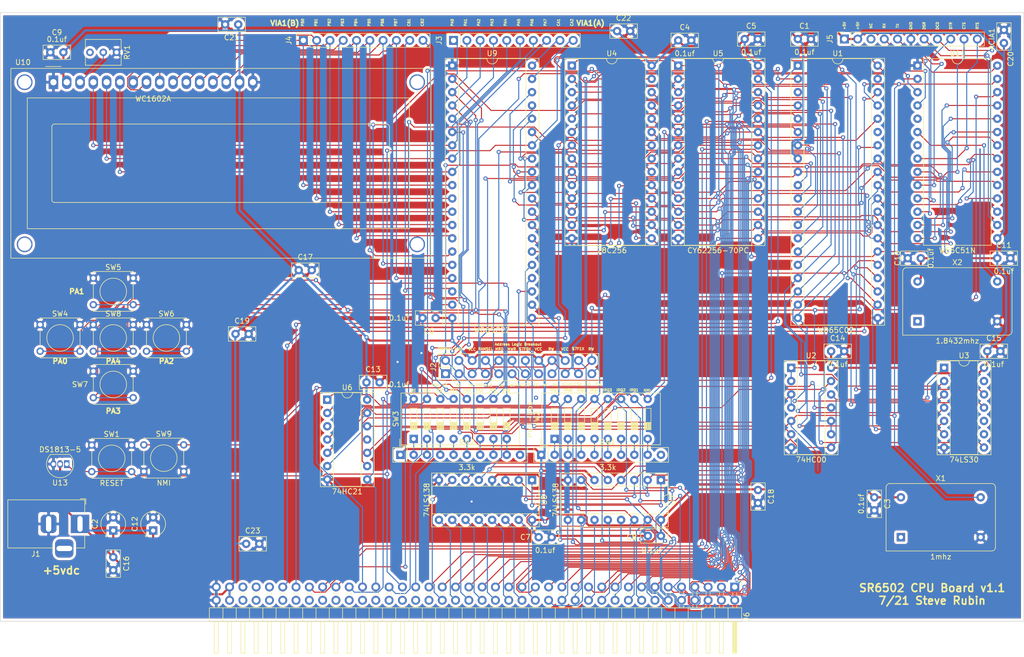
<source format=kicad_pcb>
(kicad_pcb (version 20171130) (host pcbnew "(5.1.10-1-10_14)")
  (layers (0 F.Cu signal) (31 B.Cu signal) (34 B.Paste user) (35 F.Paste user) (36 B.SilkS user) (37 F.SilkS user) (38 B.Mask user) (39 F.Mask user) (44 Edge.Cuts user))
  (net 0 "")
  (net 1 VCC)
  (net 2 GND)
  (net 3 NMI)
  (net 4 a12)
  (net 5 a13)
  (net 6 IRQ)
  (net 7 a14)
  (net 8 a15)
  (net 9 d7)
  (net 10 d6)
  (net 11 d5)
  (net 12 a0)
  (net 13 d4)
  (net 14 a1)
  (net 15 d3)
  (net 16 a2)
  (net 17 d2)
  (net 18 a3)
  (net 19 d1)
  (net 20 a4)
  (net 21 d0)
  (net 22 a5)
  (net 23 RW)
  (net 24 a6)
  (net 25 a7)
  (net 26 a8)
  (net 27 PHI2)
  (net 28 a9)
  (net 29 a10)
  (net 30 a11)
  (net 31 RESET)
  (net 32 SRAM_CS)
  (net 33 ROM_CS)
  (net 34 "Net-(RV1-Pad2)")
  (net 35 "Net-(U6-Pad13)")
  (net 36 ACIA1_CS0)
  (net 37 IRQ1)
  (net 38 VIA_CS1)
  (net 39 IRQ2)
  (net 40 IRQ3)
  (net 41 ROM_OE)
  (net 42 IRQ4)
  (net 43 IRQ5)
  (net 44 SRAM_OE)
  (net 45 IRQ6)
  (net 46 SRAM_WE)
  (net 47 IRQ7)
  (net 48 VIA1_CS2)
  (net 49 READY)
  (net 50 BE)
  (net 51 SYNC)
  (net 52 ML)
  (net 53 VP)
  (net 54 SO)
  (net 55 ROMSEL)
  (net 56 MRD)
  (net 57 ROM_WE)
  (net 58 RAMSEL)
  (net 59 MWR)
  (net 60 $7F0X)
  (net 61 VIA_RW)
  (net 62 $7F1X)
  (net 63 ACIA1_CS1)
  (net 64 ACIA1_RW)
  (net 65 VIA1PA0)
  (net 66 VIA1PA1)
  (net 67 VIA1PA2)
  (net 68 VIA1PA3)
  (net 69 VIA1PA4)
  (net 70 VIA1PA5)
  (net 71 VIA1PA6)
  (net 72 VIA1PA7)
  (net 73 VIA1CA1)
  (net 74 VIA1CA2)
  (net 75 VIA1PB7)
  (net 76 VIA1PB6)
  (net 77 VIA1PB5)
  (net 78 VIA1PB4)
  (net 79 VIA1PB3)
  (net 80 VIA1PB2)
  (net 81 VIA1PB1)
  (net 82 VIA1PB0)
  (net 83 ACIA1_RXD)
  (net 84 ACIA1_TXD)
  (net 85 ACIA1_DSR)
  (net 86 ACIA1_DCD)
  (net 87 ACIA1_DTR)
  (net 88 ACIA1_CTS)
  (net 89 ACIA1_RTS)
  (net 90 "Net-(RN1-Pad2)")
  (net 91 "Net-(RN1-Pad3)")
  (net 92 "Net-(RN1-Pad4)")
  (net 93 "Net-(RN1-Pad5)")
  (net 94 "Net-(RN1-Pad6)")
  (net 95 "Net-(RN1-Pad7)")
  (net 96 "Net-(RN1-Pad8)")
  (net 97 "Net-(RN1-Pad9)")
  (net 98 "Net-(RN2-Pad9)")
  (net 99 "Net-(RN2-Pad8)")
  (net 100 "Net-(RN2-Pad7)")
  (net 101 "Net-(RN2-Pad6)")
  (net 102 "Net-(RN2-Pad5)")
  (net 103 "Net-(RN2-Pad4)")
  (net 104 "Net-(RN2-Pad3)")
  (net 105 "Net-(RN2-Pad2)")
  (net 106 $7FXX)
  (net 107 ACIA_CLOCK)
  (net 108 VIA1CB2)
  (net 109 VIA1CB1)
  (net 110 $7F2X)
  (net 111 $7F3X)
  (net 112 $7F4X)
  (net 113 $7F5X)
  (net 114 $7F6X)
  (net 115 $7F7X)
  (net 116 $7F8X)
  (net 117 $7F9X)
  (net 118 $7FAX)
  (net 119 $7FBX)
  (net 120 $7FCX)
  (net 121 $7FDX)
  (net 122 $7FEX)
  (net 123 $7FFX)
  (module Package_DIP:DIP-40_W15.24mm_Socket (layer F.Cu) (at 125.73 43.18)
    (fp_text reference U9 (at 7.62 -2.33) (layer F.SilkS))
    (fp_text value WD65C22 (at 7.62 50.59) (layer F.SilkS))
    (pad 1 thru_hole rect (at 0 0) (size 1.6 1.6) (drill 0.8) (layers *.Cu *.Mask) (net 2 GND))
    (pad 21 thru_hole oval (at 15.24 48.26) (size 1.6 1.6) (drill 0.8) (layers *.Cu *.Mask) (net 47 IRQ7))
    (pad 2 thru_hole oval (at 0 2.54) (size 1.6 1.6) (drill 0.8) (layers *.Cu *.Mask) (net 65 VIA1PA0))
    (pad 22 thru_hole oval (at 15.24 45.72) (size 1.6 1.6) (drill 0.8) (layers *.Cu *.Mask) (net 61 VIA_RW))
    (pad 3 thru_hole oval (at 0 5.08) (size 1.6 1.6) (drill 0.8) (layers *.Cu *.Mask) (net 66 VIA1PA1))
    (pad 23 thru_hole oval (at 15.24 43.18) (size 1.6 1.6) (drill 0.8) (layers *.Cu *.Mask) (net 48 VIA1_CS2))
    (pad 4 thru_hole oval (at 0 7.62) (size 1.6 1.6) (drill 0.8) (layers *.Cu *.Mask) (net 67 VIA1PA2))
    (pad 24 thru_hole oval (at 15.24 40.64) (size 1.6 1.6) (drill 0.8) (layers *.Cu *.Mask) (net 38 VIA_CS1))
    (pad 5 thru_hole oval (at 0 10.16) (size 1.6 1.6) (drill 0.8) (layers *.Cu *.Mask) (net 68 VIA1PA3))
    (pad 25 thru_hole oval (at 15.24 38.1) (size 1.6 1.6) (drill 0.8) (layers *.Cu *.Mask) (net 27 PHI2))
    (pad 6 thru_hole oval (at 0 12.7) (size 1.6 1.6) (drill 0.8) (layers *.Cu *.Mask) (net 69 VIA1PA4))
    (pad 26 thru_hole oval (at 15.24 35.56) (size 1.6 1.6) (drill 0.8) (layers *.Cu *.Mask) (net 9 d7))
    (pad 7 thru_hole oval (at 0 15.24) (size 1.6 1.6) (drill 0.8) (layers *.Cu *.Mask) (net 70 VIA1PA5))
    (pad 27 thru_hole oval (at 15.24 33.02) (size 1.6 1.6) (drill 0.8) (layers *.Cu *.Mask) (net 10 d6))
    (pad 8 thru_hole oval (at 0 17.78) (size 1.6 1.6) (drill 0.8) (layers *.Cu *.Mask) (net 71 VIA1PA6))
    (pad 28 thru_hole oval (at 15.24 30.48) (size 1.6 1.6) (drill 0.8) (layers *.Cu *.Mask) (net 11 d5))
    (pad 9 thru_hole oval (at 0 20.32) (size 1.6 1.6) (drill 0.8) (layers *.Cu *.Mask) (net 72 VIA1PA7))
    (pad 29 thru_hole oval (at 15.24 27.94) (size 1.6 1.6) (drill 0.8) (layers *.Cu *.Mask) (net 13 d4))
    (pad 10 thru_hole oval (at 0 22.86) (size 1.6 1.6) (drill 0.8) (layers *.Cu *.Mask) (net 82 VIA1PB0))
    (pad 30 thru_hole oval (at 15.24 25.4) (size 1.6 1.6) (drill 0.8) (layers *.Cu *.Mask) (net 15 d3))
    (pad 11 thru_hole oval (at 0 25.4) (size 1.6 1.6) (drill 0.8) (layers *.Cu *.Mask) (net 81 VIA1PB1))
    (pad 31 thru_hole oval (at 15.24 22.86) (size 1.6 1.6) (drill 0.8) (layers *.Cu *.Mask) (net 17 d2))
    (pad 12 thru_hole oval (at 0 27.94) (size 1.6 1.6) (drill 0.8) (layers *.Cu *.Mask) (net 80 VIA1PB2))
    (pad 32 thru_hole oval (at 15.24 20.32) (size 1.6 1.6) (drill 0.8) (layers *.Cu *.Mask) (net 19 d1))
    (pad 13 thru_hole oval (at 0 30.48) (size 1.6 1.6) (drill 0.8) (layers *.Cu *.Mask) (net 79 VIA1PB3))
    (pad 33 thru_hole oval (at 15.24 17.78) (size 1.6 1.6) (drill 0.8) (layers *.Cu *.Mask) (net 21 d0))
    (pad 14 thru_hole oval (at 0 33.02) (size 1.6 1.6) (drill 0.8) (layers *.Cu *.Mask) (net 78 VIA1PB4))
    (pad 34 thru_hole oval (at 15.24 15.24) (size 1.6 1.6) (drill 0.8) (layers *.Cu *.Mask) (net 31 RESET))
    (pad 15 thru_hole oval (at 0 35.56) (size 1.6 1.6) (drill 0.8) (layers *.Cu *.Mask) (net 77 VIA1PB5))
    (pad 35 thru_hole oval (at 15.24 12.7) (size 1.6 1.6) (drill 0.8) (layers *.Cu *.Mask) (net 18 a3))
    (pad 16 thru_hole oval (at 0 38.1) (size 1.6 1.6) (drill 0.8) (layers *.Cu *.Mask) (net 76 VIA1PB6))
    (pad 36 thru_hole oval (at 15.24 10.16) (size 1.6 1.6) (drill 0.8) (layers *.Cu *.Mask) (net 16 a2))
    (pad 17 thru_hole oval (at 0 40.64) (size 1.6 1.6) (drill 0.8) (layers *.Cu *.Mask) (net 75 VIA1PB7))
    (pad 37 thru_hole oval (at 15.24 7.62) (size 1.6 1.6) (drill 0.8) (layers *.Cu *.Mask) (net 14 a1))
    (pad 18 thru_hole oval (at 0 43.18) (size 1.6 1.6) (drill 0.8) (layers *.Cu *.Mask) (net 109 VIA1CB1))
    (pad 38 thru_hole oval (at 15.24 5.08) (size 1.6 1.6) (drill 0.8) (layers *.Cu *.Mask) (net 12 a0))
    (pad 19 thru_hole oval (at 0 45.72) (size 1.6 1.6) (drill 0.8) (layers *.Cu *.Mask) (net 108 VIA1CB2))
    (pad 39 thru_hole oval (at 15.24 2.54) (size 1.6 1.6) (drill 0.8) (layers *.Cu *.Mask) (net 74 VIA1CA2))
    (pad 20 thru_hole oval (at 0 48.26) (size 1.6 1.6) (drill 0.8) (layers *.Cu *.Mask) (net 1 VCC))
    (pad 40 thru_hole oval (at 15.24 0) (size 1.6 1.6) (drill 0.8) (layers *.Cu *.Mask) (net 73 VIA1CA1))
  )
  (module Display:WC1602A (layer F.Cu) (at 49.53 46.355)
    (fp_text reference U10 (at -5.82 -3.81) (layer F.SilkS))
    (fp_text value WC1602A (at 19.05 3.175) (layer F.SilkS))
    (pad "" thru_hole circle (at 69.5 0) (size 3 3) (drill 2.5) (layers *.Cu *.Mask))
    (pad "" thru_hole circle (at 69.49948 31.0007) (size 3 3) (drill 2.5) (layers *.Cu *.Mask))
    (pad "" thru_hole circle (at -5.4991 31.0007) (size 3 3) (drill 2.5) (layers *.Cu *.Mask))
    (pad "" thru_hole circle (at -5.4991 0) (size 3 3) (drill 2.5) (layers *.Cu *.Mask))
    (pad 16 thru_hole oval (at 38.1 0) (size 1.8 2.6) (drill 1.2) (layers *.Cu *.Mask) (net 2 GND))
    (pad 15 thru_hole oval (at 35.56 0) (size 1.8 2.6) (drill 1.2) (layers *.Cu *.Mask) (net 1 VCC))
    (pad 14 thru_hole oval (at 33.02 0) (size 1.8 2.6) (drill 1.2) (layers *.Cu *.Mask) (net 75 VIA1PB7))
    (pad 13 thru_hole oval (at 30.48 0) (size 1.8 2.6) (drill 1.2) (layers *.Cu *.Mask) (net 76 VIA1PB6))
    (pad 12 thru_hole oval (at 27.94 0) (size 1.8 2.6) (drill 1.2) (layers *.Cu *.Mask) (net 77 VIA1PB5))
    (pad 11 thru_hole oval (at 25.4 0) (size 1.8 2.6) (drill 1.2) (layers *.Cu *.Mask) (net 78 VIA1PB4))
    (pad 10 thru_hole oval (at 22.86 0) (size 1.8 2.6) (drill 1.2) (layers *.Cu *.Mask) (net 79 VIA1PB3))
    (pad 9 thru_hole oval (at 20.32 0) (size 1.8 2.6) (drill 1.2) (layers *.Cu *.Mask) (net 80 VIA1PB2))
    (pad 8 thru_hole oval (at 17.78 0) (size 1.8 2.6) (drill 1.2) (layers *.Cu *.Mask) (net 81 VIA1PB1))
    (pad 7 thru_hole oval (at 15.24 0) (size 1.8 2.6) (drill 1.2) (layers *.Cu *.Mask) (net 82 VIA1PB0))
    (pad 6 thru_hole oval (at 12.7 0) (size 1.8 2.6) (drill 1.2) (layers *.Cu *.Mask) (net 72 VIA1PA7))
    (pad 5 thru_hole oval (at 10.16 0) (size 1.8 2.6) (drill 1.2) (layers *.Cu *.Mask) (net 71 VIA1PA6))
    (pad 4 thru_hole oval (at 7.62 0) (size 1.8 2.6) (drill 1.2) (layers *.Cu *.Mask) (net 70 VIA1PA5))
    (pad 3 thru_hole oval (at 5.08 0) (size 1.8 2.6) (drill 1.2) (layers *.Cu *.Mask) (net 34 "Net-(RV1-Pad2)"))
    (pad 2 thru_hole oval (at 2.54 0) (size 1.8 2.6) (drill 1.2) (layers *.Cu *.Mask) (net 1 VCC))
    (pad 1 thru_hole rect (at 0 0) (size 1.8 2.6) (drill 1.2) (layers *.Cu *.Mask) (net 2 GND))
  )
  (module Resistor_THT:R_Array_SIP10 (layer F.Cu) (at 115.824 117.602)
    (fp_text reference RN2 (at 12.7 -2.4) (layer F.SilkS))
    (fp_text value 3.3k (at 12.7 2.4) (layer F.SilkS))
    (pad 1 thru_hole rect (at 0 0) (size 1.6 1.6) (drill 0.8) (layers *.Cu *.Mask) (net 1 VCC))
    (pad 2 thru_hole oval (at 2.54 0) (size 1.6 1.6) (drill 0.8) (layers *.Cu *.Mask) (net 105 "Net-(RN2-Pad2)"))
    (pad 3 thru_hole oval (at 5.08 0) (size 1.6 1.6) (drill 0.8) (layers *.Cu *.Mask) (net 104 "Net-(RN2-Pad3)"))
    (pad 4 thru_hole oval (at 7.62 0) (size 1.6 1.6) (drill 0.8) (layers *.Cu *.Mask) (net 103 "Net-(RN2-Pad4)"))
    (pad 5 thru_hole oval (at 10.16 0) (size 1.6 1.6) (drill 0.8) (layers *.Cu *.Mask) (net 102 "Net-(RN2-Pad5)"))
    (pad 6 thru_hole oval (at 12.7 0) (size 1.6 1.6) (drill 0.8) (layers *.Cu *.Mask) (net 101 "Net-(RN2-Pad6)"))
    (pad 7 thru_hole oval (at 15.24 0) (size 1.6 1.6) (drill 0.8) (layers *.Cu *.Mask) (net 100 "Net-(RN2-Pad7)"))
    (pad 8 thru_hole oval (at 17.78 0) (size 1.6 1.6) (drill 0.8) (layers *.Cu *.Mask) (net 99 "Net-(RN2-Pad8)"))
    (pad 9 thru_hole oval (at 20.32 0) (size 1.6 1.6) (drill 0.8) (layers *.Cu *.Mask) (net 98 "Net-(RN2-Pad9)"))
    (pad 10 thru_hole oval (at 22.86 0) (size 1.6 1.6) (drill 0.8) (layers *.Cu *.Mask))
  )
  (module Package_DIP:DIP-28_W15.24mm (layer F.Cu) (at 214.63 43.18)
    (fp_text reference U11 (at 7.62 -2.33) (layer F.SilkS))
    (fp_text value W65C51N (at 7.62 35.35) (layer F.SilkS))
    (pad 28 thru_hole oval (at 15.24 0) (size 1.6 1.6) (drill 0.8) (layers *.Cu *.Mask) (net 64 ACIA1_RW))
    (pad 14 thru_hole oval (at 0 33.02) (size 1.6 1.6) (drill 0.8) (layers *.Cu *.Mask) (net 14 a1))
    (pad 27 thru_hole oval (at 15.24 2.54) (size 1.6 1.6) (drill 0.8) (layers *.Cu *.Mask) (net 27 PHI2))
    (pad 13 thru_hole oval (at 0 30.48) (size 1.6 1.6) (drill 0.8) (layers *.Cu *.Mask) (net 12 a0))
    (pad 26 thru_hole oval (at 15.24 5.08) (size 1.6 1.6) (drill 0.8) (layers *.Cu *.Mask) (net 42 IRQ4))
    (pad 12 thru_hole oval (at 0 27.94) (size 1.6 1.6) (drill 0.8) (layers *.Cu *.Mask) (net 83 ACIA1_RXD))
    (pad 25 thru_hole oval (at 15.24 7.62) (size 1.6 1.6) (drill 0.8) (layers *.Cu *.Mask) (net 9 d7))
    (pad 11 thru_hole oval (at 0 25.4) (size 1.6 1.6) (drill 0.8) (layers *.Cu *.Mask) (net 87 ACIA1_DTR))
    (pad 24 thru_hole oval (at 15.24 10.16) (size 1.6 1.6) (drill 0.8) (layers *.Cu *.Mask) (net 10 d6))
    (pad 10 thru_hole oval (at 0 22.86) (size 1.6 1.6) (drill 0.8) (layers *.Cu *.Mask) (net 84 ACIA1_TXD))
    (pad 23 thru_hole oval (at 15.24 12.7) (size 1.6 1.6) (drill 0.8) (layers *.Cu *.Mask) (net 11 d5))
    (pad 9 thru_hole oval (at 0 20.32) (size 1.6 1.6) (drill 0.8) (layers *.Cu *.Mask) (net 88 ACIA1_CTS))
    (pad 22 thru_hole oval (at 15.24 15.24) (size 1.6 1.6) (drill 0.8) (layers *.Cu *.Mask) (net 13 d4))
    (pad 8 thru_hole oval (at 0 17.78) (size 1.6 1.6) (drill 0.8) (layers *.Cu *.Mask) (net 89 ACIA1_RTS))
    (pad 21 thru_hole oval (at 15.24 17.78) (size 1.6 1.6) (drill 0.8) (layers *.Cu *.Mask) (net 15 d3))
    (pad 7 thru_hole oval (at 0 15.24) (size 1.6 1.6) (drill 0.8) (layers *.Cu *.Mask))
    (pad 20 thru_hole oval (at 15.24 20.32) (size 1.6 1.6) (drill 0.8) (layers *.Cu *.Mask) (net 17 d2))
    (pad 6 thru_hole oval (at 0 12.7) (size 1.6 1.6) (drill 0.8) (layers *.Cu *.Mask) (net 107 ACIA_CLOCK))
    (pad 19 thru_hole oval (at 15.24 22.86) (size 1.6 1.6) (drill 0.8) (layers *.Cu *.Mask) (net 19 d1))
    (pad 5 thru_hole oval (at 0 10.16) (size 1.6 1.6) (drill 0.8) (layers *.Cu *.Mask))
    (pad 18 thru_hole oval (at 15.24 25.4) (size 1.6 1.6) (drill 0.8) (layers *.Cu *.Mask) (net 21 d0))
    (pad 4 thru_hole oval (at 0 7.62) (size 1.6 1.6) (drill 0.8) (layers *.Cu *.Mask) (net 31 RESET))
    (pad 17 thru_hole oval (at 15.24 27.94) (size 1.6 1.6) (drill 0.8) (layers *.Cu *.Mask) (net 85 ACIA1_DSR))
    (pad 3 thru_hole oval (at 0 5.08) (size 1.6 1.6) (drill 0.8) (layers *.Cu *.Mask) (net 63 ACIA1_CS1))
    (pad 16 thru_hole oval (at 15.24 30.48) (size 1.6 1.6) (drill 0.8) (layers *.Cu *.Mask) (net 86 ACIA1_DCD))
    (pad 2 thru_hole oval (at 0 2.54) (size 1.6 1.6) (drill 0.8) (layers *.Cu *.Mask) (net 36 ACIA1_CS0))
    (pad 15 thru_hole oval (at 15.24 33.02) (size 1.6 1.6) (drill 0.8) (layers *.Cu *.Mask) (net 1 VCC))
    (pad 1 thru_hole rect (at 0 0) (size 1.6 1.6) (drill 0.8) (layers *.Cu *.Mask) (net 2 GND))
  )
  (module Connector_BarrelJack:BarrelJack_Horizontal (layer F.Cu) (at 54.61 130.81)
    (fp_text reference J1 (at -8.45 5.75) (layer F.SilkS))
    (fp_text value "5VDC INPUT")
    (pad 3 thru_hole roundrect (at -3 4.7) (size 3.5 3.5) (drill oval 3 1) (layers *.Cu *.Mask))
    (pad 2 thru_hole roundrect (at -6 0) (size 3 3.5) (drill oval 1 3) (layers *.Cu *.Mask) (net 2 GND))
    (pad 1 thru_hole rect (at 0 0) (size 3.5 3.5) (drill oval 1 3) (layers *.Cu *.Mask) (net 1 VCC))
  )
  (module Button_Switch_THT:SW_Tactile_Straight_KSA0Axx1LFTR (layer F.Cu) (at 57.15 101.6)
    (fp_text reference SW7 (at -2.54 2.54) (layer F.SilkS))
    (fp_text value SW_Push)
    (pad 1 thru_hole circle (at 7.62 0) (size 1.397 1.397) (drill 0.8128) (layers *.Cu *.Mask) (net 2 GND))
    (pad 2 thru_hole circle (at 7.62 5.08) (size 1.397 1.397) (drill 0.8128) (layers *.Cu *.Mask) (net 68 VIA1PA3))
    (pad 1 thru_hole circle (at 0 0) (size 1.397 1.397) (drill 0.8128) (layers *.Cu *.Mask) (net 2 GND))
    (pad 2 thru_hole circle (at 0 5.08) (size 1.397 1.397) (drill 0.8128) (layers *.Cu *.Mask) (net 68 VIA1PA3))
  )
  (module Button_Switch_THT:SW_Tactile_Straight_KSA0Axx1LFTR (layer F.Cu) (at 57.15 83.82)
    (fp_text reference SW5 (at 3.81 -2.08) (layer F.SilkS))
    (fp_text value SW_Push)
    (pad 1 thru_hole circle (at 7.62 0) (size 1.397 1.397) (drill 0.8128) (layers *.Cu *.Mask) (net 2 GND))
    (pad 2 thru_hole circle (at 7.62 5.08) (size 1.397 1.397) (drill 0.8128) (layers *.Cu *.Mask) (net 66 VIA1PA1))
    (pad 1 thru_hole circle (at 0 0) (size 1.397 1.397) (drill 0.8128) (layers *.Cu *.Mask) (net 2 GND))
    (pad 2 thru_hole circle (at 0 5.08) (size 1.397 1.397) (drill 0.8128) (layers *.Cu *.Mask) (net 66 VIA1PA1))
  )
  (module Connector_PinHeader_2.54mm:PinHeader_2x40_P2.54mm_Horizontal (layer F.Cu) (at 179.705 142.875 270)
    (fp_text reference J6 (at 5.655 -2.27 90) (layer F.SilkS))
    (fp_text value Conn_02x40_Female)
    (pad 80 thru_hole oval (at 2.54 99.06 270) (size 1.7 1.7) (drill 1) (layers *.Cu *.Mask) (net 2 GND))
    (pad 79 thru_hole oval (at 0 99.06 270) (size 1.7 1.7) (drill 1) (layers *.Cu *.Mask) (net 2 GND))
    (pad 78 thru_hole oval (at 2.54 96.52 270) (size 1.7 1.7) (drill 1) (layers *.Cu *.Mask) (net 1 VCC))
    (pad 77 thru_hole oval (at 0 96.52 270) (size 1.7 1.7) (drill 1) (layers *.Cu *.Mask) (net 1 VCC))
    (pad 76 thru_hole oval (at 2.54 93.98 270) (size 1.7 1.7) (drill 1) (layers *.Cu *.Mask))
    (pad 75 thru_hole oval (at 0 93.98 270) (size 1.7 1.7) (drill 1) (layers *.Cu *.Mask))
    (pad 74 thru_hole oval (at 2.54 91.44 270) (size 1.7 1.7) (drill 1) (layers *.Cu *.Mask))
    (pad 73 thru_hole oval (at 0 91.44 270) (size 1.7 1.7) (drill 1) (layers *.Cu *.Mask))
    (pad 72 thru_hole oval (at 2.54 88.9 270) (size 1.7 1.7) (drill 1) (layers *.Cu *.Mask))
    (pad 71 thru_hole oval (at 0 88.9 270) (size 1.7 1.7) (drill 1) (layers *.Cu *.Mask))
    (pad 70 thru_hole oval (at 2.54 86.36 270) (size 1.7 1.7) (drill 1) (layers *.Cu *.Mask))
    (pad 69 thru_hole oval (at 0 86.36 270) (size 1.7 1.7) (drill 1) (layers *.Cu *.Mask) (net 54 SO))
    (pad 68 thru_hole oval (at 2.54 83.82 270) (size 1.7 1.7) (drill 1) (layers *.Cu *.Mask))
    (pad 67 thru_hole oval (at 0 83.82 270) (size 1.7 1.7) (drill 1) (layers *.Cu *.Mask) (net 53 VP))
    (pad 66 thru_hole oval (at 2.54 81.28 270) (size 1.7 1.7) (drill 1) (layers *.Cu *.Mask))
    (pad 65 thru_hole oval (at 0 81.28 270) (size 1.7 1.7) (drill 1) (layers *.Cu *.Mask) (net 52 ML))
    (pad 64 thru_hole oval (at 2.54 78.74 270) (size 1.7 1.7) (drill 1) (layers *.Cu *.Mask))
    (pad 63 thru_hole oval (at 0 78.74 270) (size 1.7 1.7) (drill 1) (layers *.Cu *.Mask) (net 51 SYNC))
    (pad 62 thru_hole oval (at 2.54 76.2 270) (size 1.7 1.7) (drill 1) (layers *.Cu *.Mask))
    (pad 61 thru_hole oval (at 0 76.2 270) (size 1.7 1.7) (drill 1) (layers *.Cu *.Mask) (net 50 BE))
    (pad 60 thru_hole oval (at 2.54 73.66 270) (size 1.7 1.7) (drill 1) (layers *.Cu *.Mask))
    (pad 59 thru_hole oval (at 0 73.66 270) (size 1.7 1.7) (drill 1) (layers *.Cu *.Mask) (net 49 READY))
    (pad 58 thru_hole oval (at 2.54 71.12 270) (size 1.7 1.7) (drill 1) (layers *.Cu *.Mask))
    (pad 57 thru_hole oval (at 0 71.12 270) (size 1.7 1.7) (drill 1) (layers *.Cu *.Mask) (net 3 NMI))
    (pad 56 thru_hole oval (at 2.54 68.58 270) (size 1.7 1.7) (drill 1) (layers *.Cu *.Mask))
    (pad 55 thru_hole oval (at 0 68.58 270) (size 1.7 1.7) (drill 1) (layers *.Cu *.Mask) (net 6 IRQ))
    (pad 54 thru_hole oval (at 2.54 66.04 270) (size 1.7 1.7) (drill 1) (layers *.Cu *.Mask))
    (pad 53 thru_hole oval (at 0 66.04 270) (size 1.7 1.7) (drill 1) (layers *.Cu *.Mask) (net 23 RW))
    (pad 52 thru_hole oval (at 2.54 63.5 270) (size 1.7 1.7) (drill 1) (layers *.Cu *.Mask))
    (pad 51 thru_hole oval (at 0 63.5 270) (size 1.7 1.7) (drill 1) (layers *.Cu *.Mask) (net 31 RESET))
    (pad 50 thru_hole oval (at 2.54 60.96 270) (size 1.7 1.7) (drill 1) (layers *.Cu *.Mask))
    (pad 49 thru_hole oval (at 0 60.96 270) (size 1.7 1.7) (drill 1) (layers *.Cu *.Mask) (net 27 PHI2))
    (pad 48 thru_hole oval (at 2.54 58.42 270) (size 1.7 1.7) (drill 1) (layers *.Cu *.Mask))
    (pad 47 thru_hole oval (at 0 58.42 270) (size 1.7 1.7) (drill 1) (layers *.Cu *.Mask) (net 9 d7))
    (pad 46 thru_hole oval (at 2.54 55.88 270) (size 1.7 1.7) (drill 1) (layers *.Cu *.Mask) (net 123 $7FFX))
    (pad 45 thru_hole oval (at 0 55.88 270) (size 1.7 1.7) (drill 1) (layers *.Cu *.Mask) (net 10 d6))
    (pad 44 thru_hole oval (at 2.54 53.34 270) (size 1.7 1.7) (drill 1) (layers *.Cu *.Mask) (net 122 $7FEX))
    (pad 43 thru_hole oval (at 0 53.34 270) (size 1.7 1.7) (drill 1) (layers *.Cu *.Mask) (net 11 d5))
    (pad 42 thru_hole oval (at 2.54 50.8 270) (size 1.7 1.7) (drill 1) (layers *.Cu *.Mask) (net 121 $7FDX))
    (pad 41 thru_hole oval (at 0 50.8 270) (size 1.7 1.7) (drill 1) (layers *.Cu *.Mask) (net 13 d4))
    (pad 40 thru_hole oval (at 2.54 48.26 270) (size 1.7 1.7) (drill 1) (layers *.Cu *.Mask) (net 120 $7FCX))
    (pad 39 thru_hole oval (at 0 48.26 270) (size 1.7 1.7) (drill 1) (layers *.Cu *.Mask) (net 15 d3))
    (pad 38 thru_hole oval (at 2.54 45.72 270) (size 1.7 1.7) (drill 1) (layers *.Cu *.Mask) (net 119 $7FBX))
    (pad 37 thru_hole oval (at 0 45.72 270) (size 1.7 1.7) (drill 1) (layers *.Cu *.Mask) (net 17 d2))
    (pad 36 thru_hole oval (at 2.54 43.18 270) (size 1.7 1.7) (drill 1) (layers *.Cu *.Mask) (net 118 $7FAX))
    (pad 35 thru_hole oval (at 0 43.18 270) (size 1.7 1.7) (drill 1) (layers *.Cu *.Mask) (net 19 d1))
    (pad 34 thru_hole oval (at 2.54 40.64 270) (size 1.7 1.7) (drill 1) (layers *.Cu *.Mask) (net 117 $7F9X))
    (pad 33 thru_hole oval (at 0 40.64 270) (size 1.7 1.7) (drill 1) (layers *.Cu *.Mask) (net 21 d0))
    (pad 32 thru_hole oval (at 2.54 38.1 270) (size 1.7 1.7) (drill 1) (layers *.Cu *.Mask) (net 116 $7F8X))
    (pad 31 thru_hole oval (at 0 38.1 270) (size 1.7 1.7) (drill 1) (layers *.Cu *.Mask) (net 8 a15))
    (pad 30 thru_hole oval (at 2.54 35.56 270) (size 1.7 1.7) (drill 1) (layers *.Cu *.Mask) (net 115 $7F7X))
    (pad 29 thru_hole oval (at 0 35.56 270) (size 1.7 1.7) (drill 1) (layers *.Cu *.Mask) (net 7 a14))
    (pad 28 thru_hole oval (at 2.54 33.02 270) (size 1.7 1.7) (drill 1) (layers *.Cu *.Mask) (net 114 $7F6X))
    (pad 27 thru_hole oval (at 0 33.02 270) (size 1.7 1.7) (drill 1) (layers *.Cu *.Mask) (net 5 a13))
    (pad 26 thru_hole oval (at 2.54 30.48 270) (size 1.7 1.7) (drill 1) (layers *.Cu *.Mask) (net 113 $7F5X))
    (pad 25 thru_hole oval (at 0 30.48 270) (size 1.7 1.7) (drill 1) (layers *.Cu *.Mask) (net 4 a12))
    (pad 24 thru_hole oval (at 2.54 27.94 270) (size 1.7 1.7) (drill 1) (layers *.Cu *.Mask) (net 112 $7F4X))
    (pad 23 thru_hole oval (at 0 27.94 270) (size 1.7 1.7) (drill 1) (layers *.Cu *.Mask) (net 30 a11))
    (pad 22 thru_hole oval (at 2.54 25.4 270) (size 1.7 1.7) (drill 1) (layers *.Cu *.Mask) (net 111 $7F3X))
    (pad 21 thru_hole oval (at 0 25.4 270) (size 1.7 1.7) (drill 1) (layers *.Cu *.Mask) (net 29 a10))
    (pad 20 thru_hole oval (at 2.54 22.86 270) (size 1.7 1.7) (drill 1) (layers *.Cu *.Mask) (net 110 $7F2X))
    (pad 19 thru_hole oval (at 0 22.86 270) (size 1.7 1.7) (drill 1) (layers *.Cu *.Mask) (net 28 a9))
    (pad 18 thru_hole oval (at 2.54 20.32 270) (size 1.7 1.7) (drill 1) (layers *.Cu *.Mask) (net 62 $7F1X))
    (pad 17 thru_hole oval (at 0 20.32 270) (size 1.7 1.7) (drill 1) (layers *.Cu *.Mask) (net 26 a8))
    (pad 16 thru_hole oval (at 2.54 17.78 270) (size 1.7 1.7) (drill 1) (layers *.Cu *.Mask) (net 60 $7F0X))
    (pad 15 thru_hole oval (at 0 17.78 270) (size 1.7 1.7) (drill 1) (layers *.Cu *.Mask) (net 25 a7))
    (pad 14 thru_hole oval (at 2.54 15.24 270) (size 1.7 1.7) (drill 1) (layers *.Cu *.Mask) (net 47 IRQ7))
    (pad 13 thru_hole oval (at 0 15.24 270) (size 1.7 1.7) (drill 1) (layers *.Cu *.Mask) (net 24 a6))
    (pad 12 thru_hole oval (at 2.54 12.7 270) (size 1.7 1.7) (drill 1) (layers *.Cu *.Mask) (net 45 IRQ6))
    (pad 11 thru_hole oval (at 0 12.7 270) (size 1.7 1.7) (drill 1) (layers *.Cu *.Mask) (net 22 a5))
    (pad 10 thru_hole oval (at 2.54 10.16 270) (size 1.7 1.7) (drill 1) (layers *.Cu *.Mask) (net 43 IRQ5))
    (pad 9 thru_hole oval (at 0 10.16 270) (size 1.7 1.7) (drill 1) (layers *.Cu *.Mask) (net 20 a4))
    (pad 8 thru_hole oval (at 2.54 7.62 270) (size 1.7 1.7) (drill 1) (layers *.Cu *.Mask) (net 42 IRQ4))
    (pad 7 thru_hole oval (at 0 7.62 270) (size 1.7 1.7) (drill 1) (layers *.Cu *.Mask) (net 18 a3))
    (pad 6 thru_hole oval (at 2.54 5.08 270) (size 1.7 1.7) (drill 1) (layers *.Cu *.Mask) (net 40 IRQ3))
    (pad 5 thru_hole oval (at 0 5.08 270) (size 1.7 1.7) (drill 1) (layers *.Cu *.Mask) (net 16 a2))
    (pad 4 thru_hole oval (at 2.54 2.54 270) (size 1.7 1.7) (drill 1) (layers *.Cu *.Mask) (net 39 IRQ2))
    (pad 3 thru_hole oval (at 0 2.54 270) (size 1.7 1.7) (drill 1) (layers *.Cu *.Mask) (net 14 a1))
    (pad 2 thru_hole oval (at 2.54 0 270) (size 1.7 1.7) (drill 1) (layers *.Cu *.Mask) (net 37 IRQ1))
    (pad 1 thru_hole rect (at 0 0 270) (size 1.7 1.7) (drill 1) (layers *.Cu *.Mask) (net 12 a0))
  )
  (module Package_DIP:DIP-16_W7.62mm_Socket (layer F.Cu) (at 165.608 122.428 270)
    (fp_text reference U7 (at 3.81 -2.33 90) (layer F.SilkS))
    (fp_text value 74LS138 (at 3.81 20.11 90) (layer F.SilkS))
    (pad 1 thru_hole rect (at 0 0 270) (size 1.6 1.6) (drill 0.8) (layers *.Cu *.Mask) (net 20 a4))
    (pad 9 thru_hole oval (at 7.62 17.78 270) (size 1.6 1.6) (drill 0.8) (layers *.Cu *.Mask) (net 114 $7F6X))
    (pad 2 thru_hole oval (at 0 2.54 270) (size 1.6 1.6) (drill 0.8) (layers *.Cu *.Mask) (net 22 a5))
    (pad 10 thru_hole oval (at 7.62 15.24 270) (size 1.6 1.6) (drill 0.8) (layers *.Cu *.Mask) (net 113 $7F5X))
    (pad 3 thru_hole oval (at 0 5.08 270) (size 1.6 1.6) (drill 0.8) (layers *.Cu *.Mask) (net 24 a6))
    (pad 11 thru_hole oval (at 7.62 12.7 270) (size 1.6 1.6) (drill 0.8) (layers *.Cu *.Mask) (net 112 $7F4X))
    (pad 4 thru_hole oval (at 0 7.62 270) (size 1.6 1.6) (drill 0.8) (layers *.Cu *.Mask) (net 25 a7))
    (pad 12 thru_hole oval (at 7.62 10.16 270) (size 1.6 1.6) (drill 0.8) (layers *.Cu *.Mask) (net 111 $7F3X))
    (pad 5 thru_hole oval (at 0 10.16 270) (size 1.6 1.6) (drill 0.8) (layers *.Cu *.Mask) (net 106 $7FXX))
    (pad 13 thru_hole oval (at 7.62 7.62 270) (size 1.6 1.6) (drill 0.8) (layers *.Cu *.Mask) (net 110 $7F2X))
    (pad 6 thru_hole oval (at 0 12.7 270) (size 1.6 1.6) (drill 0.8) (layers *.Cu *.Mask) (net 1 VCC))
    (pad 14 thru_hole oval (at 7.62 5.08 270) (size 1.6 1.6) (drill 0.8) (layers *.Cu *.Mask) (net 62 $7F1X))
    (pad 7 thru_hole oval (at 0 15.24 270) (size 1.6 1.6) (drill 0.8) (layers *.Cu *.Mask) (net 115 $7F7X))
    (pad 15 thru_hole oval (at 7.62 2.54 270) (size 1.6 1.6) (drill 0.8) (layers *.Cu *.Mask) (net 60 $7F0X))
    (pad 8 thru_hole oval (at 0 17.78 270) (size 1.6 1.6) (drill 0.8) (layers *.Cu *.Mask) (net 2 GND))
    (pad 16 thru_hole oval (at 7.62 0 270) (size 1.6 1.6) (drill 0.8) (layers *.Cu *.Mask) (net 1 VCC))
  )
  (module Package_DIP:DIP-14_W7.62mm_Socket (layer F.Cu) (at 190.5 100.965)
    (fp_text reference U2 (at 3.81 -2.33) (layer F.SilkS))
    (fp_text value 74HC00 (at 3.81 17.57) (layer F.SilkS))
    (pad 1 thru_hole rect (at 0 0) (size 1.6 1.6) (drill 0.8) (layers *.Cu *.Mask) (net 23 RW))
    (pad 8 thru_hole oval (at 7.62 15.24) (size 1.6 1.6) (drill 0.8) (layers *.Cu *.Mask) (net 55 ROMSEL))
    (pad 2 thru_hole oval (at 0 2.54) (size 1.6 1.6) (drill 0.8) (layers *.Cu *.Mask) (net 23 RW))
    (pad 9 thru_hole oval (at 7.62 12.7) (size 1.6 1.6) (drill 0.8) (layers *.Cu *.Mask) (net 8 a15))
    (pad 3 thru_hole oval (at 0 5.08) (size 1.6 1.6) (drill 0.8) (layers *.Cu *.Mask) (net 56 MRD))
    (pad 10 thru_hole oval (at 7.62 10.16) (size 1.6 1.6) (drill 0.8) (layers *.Cu *.Mask) (net 8 a15))
    (pad 4 thru_hole oval (at 0 7.62) (size 1.6 1.6) (drill 0.8) (layers *.Cu *.Mask) (net 56 MRD))
    (pad 11 thru_hole oval (at 7.62 7.62) (size 1.6 1.6) (drill 0.8) (layers *.Cu *.Mask) (net 58 RAMSEL))
    (pad 5 thru_hole oval (at 0 10.16) (size 1.6 1.6) (drill 0.8) (layers *.Cu *.Mask) (net 27 PHI2))
    (pad 12 thru_hole oval (at 7.62 5.08) (size 1.6 1.6) (drill 0.8) (layers *.Cu *.Mask) (net 55 ROMSEL))
    (pad 6 thru_hole oval (at 0 12.7) (size 1.6 1.6) (drill 0.8) (layers *.Cu *.Mask) (net 59 MWR))
    (pad 13 thru_hole oval (at 7.62 2.54) (size 1.6 1.6) (drill 0.8) (layers *.Cu *.Mask) (net 106 $7FXX))
    (pad 7 thru_hole oval (at 0 15.24) (size 1.6 1.6) (drill 0.8) (layers *.Cu *.Mask) (net 2 GND))
    (pad 14 thru_hole oval (at 7.62 0) (size 1.6 1.6) (drill 0.8) (layers *.Cu *.Mask) (net 1 VCC))
  )
  (module Connector_PinSocket_2.54mm:PinSocket_1x11_P2.54mm_Vertical (layer F.Cu) (at 200.66 38.1 90)
    (fp_text reference J5 (at 0 -2.77 90) (layer F.SilkS))
    (fp_text value ACIA1 (at 0 28.17 90) (layer F.SilkS))
    (pad 11 thru_hole oval (at 0 25.4 90) (size 1.7 1.7) (drill 1) (layers *.Cu *.Mask) (net 89 ACIA1_RTS))
    (pad 10 thru_hole oval (at 0 22.86 90) (size 1.7 1.7) (drill 1) (layers *.Cu *.Mask) (net 88 ACIA1_CTS))
    (pad 9 thru_hole oval (at 0 20.32 90) (size 1.7 1.7) (drill 1) (layers *.Cu *.Mask) (net 87 ACIA1_DTR))
    (pad 8 thru_hole oval (at 0 17.78 90) (size 1.7 1.7) (drill 1) (layers *.Cu *.Mask) (net 86 ACIA1_DCD))
    (pad 7 thru_hole oval (at 0 15.24 90) (size 1.7 1.7) (drill 1) (layers *.Cu *.Mask) (net 85 ACIA1_DSR))
    (pad 6 thru_hole oval (at 0 12.7 90) (size 1.7 1.7) (drill 1) (layers *.Cu *.Mask) (net 2 GND))
    (pad 5 thru_hole oval (at 0 10.16 90) (size 1.7 1.7) (drill 1) (layers *.Cu *.Mask) (net 84 ACIA1_TXD))
    (pad 4 thru_hole oval (at 0 7.62 90) (size 1.7 1.7) (drill 1) (layers *.Cu *.Mask) (net 83 ACIA1_RXD))
    (pad 3 thru_hole oval (at 0 5.08 90) (size 1.7 1.7) (drill 1) (layers *.Cu *.Mask))
    (pad 2 thru_hole oval (at 0 2.54 90) (size 1.7 1.7) (drill 1) (layers *.Cu *.Mask) (net 1 VCC))
    (pad 1 thru_hole rect (at 0 0 90) (size 1.7 1.7) (drill 1) (layers *.Cu *.Mask) (net 1 VCC))
  )
  (module Package_DIP:DIP-28_W15.24mm_Socket (layer F.Cu) (at 148.59 43.18)
    (fp_text reference U4 (at 7.62 -2.33) (layer F.SilkS))
    (fp_text value 28C256 (at 7.62 35.35) (layer F.SilkS))
    (pad 28 thru_hole oval (at 15.24 0) (size 1.6 1.6) (drill 0.8) (layers *.Cu *.Mask) (net 1 VCC))
    (pad 14 thru_hole oval (at 0 33.02) (size 1.6 1.6) (drill 0.8) (layers *.Cu *.Mask) (net 2 GND))
    (pad 27 thru_hole oval (at 15.24 2.54) (size 1.6 1.6) (drill 0.8) (layers *.Cu *.Mask) (net 57 ROM_WE))
    (pad 13 thru_hole oval (at 0 30.48) (size 1.6 1.6) (drill 0.8) (layers *.Cu *.Mask) (net 17 d2))
    (pad 26 thru_hole oval (at 15.24 5.08) (size 1.6 1.6) (drill 0.8) (layers *.Cu *.Mask) (net 5 a13))
    (pad 12 thru_hole oval (at 0 27.94) (size 1.6 1.6) (drill 0.8) (layers *.Cu *.Mask) (net 19 d1))
    (pad 25 thru_hole oval (at 15.24 7.62) (size 1.6 1.6) (drill 0.8) (layers *.Cu *.Mask) (net 26 a8))
    (pad 11 thru_hole oval (at 0 25.4) (size 1.6 1.6) (drill 0.8) (layers *.Cu *.Mask) (net 21 d0))
    (pad 24 thru_hole oval (at 15.24 10.16) (size 1.6 1.6) (drill 0.8) (layers *.Cu *.Mask) (net 28 a9))
    (pad 10 thru_hole oval (at 0 22.86) (size 1.6 1.6) (drill 0.8) (layers *.Cu *.Mask) (net 12 a0))
    (pad 23 thru_hole oval (at 15.24 12.7) (size 1.6 1.6) (drill 0.8) (layers *.Cu *.Mask) (net 30 a11))
    (pad 9 thru_hole oval (at 0 20.32) (size 1.6 1.6) (drill 0.8) (layers *.Cu *.Mask) (net 14 a1))
    (pad 22 thru_hole oval (at 15.24 15.24) (size 1.6 1.6) (drill 0.8) (layers *.Cu *.Mask) (net 41 ROM_OE))
    (pad 8 thru_hole oval (at 0 17.78) (size 1.6 1.6) (drill 0.8) (layers *.Cu *.Mask) (net 16 a2))
    (pad 21 thru_hole oval (at 15.24 17.78) (size 1.6 1.6) (drill 0.8) (layers *.Cu *.Mask) (net 29 a10))
    (pad 7 thru_hole oval (at 0 15.24) (size 1.6 1.6) (drill 0.8) (layers *.Cu *.Mask) (net 18 a3))
    (pad 20 thru_hole oval (at 15.24 20.32) (size 1.6 1.6) (drill 0.8) (layers *.Cu *.Mask) (net 33 ROM_CS))
    (pad 6 thru_hole oval (at 0 12.7) (size 1.6 1.6) (drill 0.8) (layers *.Cu *.Mask) (net 20 a4))
    (pad 19 thru_hole oval (at 15.24 22.86) (size 1.6 1.6) (drill 0.8) (layers *.Cu *.Mask) (net 9 d7))
    (pad 5 thru_hole oval (at 0 10.16) (size 1.6 1.6) (drill 0.8) (layers *.Cu *.Mask) (net 22 a5))
    (pad 18 thru_hole oval (at 15.24 25.4) (size 1.6 1.6) (drill 0.8) (layers *.Cu *.Mask) (net 10 d6))
    (pad 4 thru_hole oval (at 0 7.62) (size 1.6 1.6) (drill 0.8) (layers *.Cu *.Mask) (net 24 a6))
    (pad 17 thru_hole oval (at 15.24 27.94) (size 1.6 1.6) (drill 0.8) (layers *.Cu *.Mask) (net 11 d5))
    (pad 3 thru_hole oval (at 0 5.08) (size 1.6 1.6) (drill 0.8) (layers *.Cu *.Mask) (net 25 a7))
    (pad 16 thru_hole oval (at 15.24 30.48) (size 1.6 1.6) (drill 0.8) (layers *.Cu *.Mask) (net 13 d4))
    (pad 2 thru_hole oval (at 0 2.54) (size 1.6 1.6) (drill 0.8) (layers *.Cu *.Mask) (net 4 a12))
    (pad 15 thru_hole oval (at 15.24 33.02) (size 1.6 1.6) (drill 0.8) (layers *.Cu *.Mask) (net 15 d3))
    (pad 1 thru_hole rect (at 0 0) (size 1.6 1.6) (drill 0.8) (layers *.Cu *.Mask) (net 7 a14))
  )
  (module Capacitor_THT:C_Disc_D5.0mm_W2.5mm_P2.50mm (layer F.Cu) (at 168.91 38.354)
    (fp_text reference C4 (at 1.25 -2.5) (layer F.SilkS))
    (fp_text value 0.1uf (at 1.25 2.5) (layer F.SilkS))
    (pad 2 thru_hole circle (at 2.5 0) (size 1.6 1.6) (drill 0.8) (layers *.Cu *.Mask) (net 2 GND))
    (pad 1 thru_hole circle (at 0 0) (size 1.6 1.6) (drill 0.8) (layers *.Cu *.Mask) (net 1 VCC))
  )
  (module Package_DIP:DIP-40_W15.24mm_Socket (layer F.Cu) (at 191.77 43.18)
    (fp_text reference U1 (at 7.62 -2.33) (layer F.SilkS))
    (fp_text value WD65C02_ (at 7.62 50.59) (layer F.SilkS))
    (pad 40 thru_hole oval (at 15.24 0) (size 1.6 1.6) (drill 0.8) (layers *.Cu *.Mask) (net 31 RESET))
    (pad 20 thru_hole oval (at 0 48.26) (size 1.6 1.6) (drill 0.8) (layers *.Cu *.Mask) (net 30 a11))
    (pad 39 thru_hole oval (at 15.24 2.54) (size 1.6 1.6) (drill 0.8) (layers *.Cu *.Mask))
    (pad 19 thru_hole oval (at 0 45.72) (size 1.6 1.6) (drill 0.8) (layers *.Cu *.Mask) (net 29 a10))
    (pad 38 thru_hole oval (at 15.24 5.08) (size 1.6 1.6) (drill 0.8) (layers *.Cu *.Mask) (net 54 SO))
    (pad 18 thru_hole oval (at 0 43.18) (size 1.6 1.6) (drill 0.8) (layers *.Cu *.Mask) (net 28 a9))
    (pad 37 thru_hole oval (at 15.24 7.62) (size 1.6 1.6) (drill 0.8) (layers *.Cu *.Mask) (net 27 PHI2))
    (pad 17 thru_hole oval (at 0 40.64) (size 1.6 1.6) (drill 0.8) (layers *.Cu *.Mask) (net 26 a8))
    (pad 36 thru_hole oval (at 15.24 10.16) (size 1.6 1.6) (drill 0.8) (layers *.Cu *.Mask) (net 50 BE))
    (pad 16 thru_hole oval (at 0 38.1) (size 1.6 1.6) (drill 0.8) (layers *.Cu *.Mask) (net 25 a7))
    (pad 35 thru_hole oval (at 15.24 12.7) (size 1.6 1.6) (drill 0.8) (layers *.Cu *.Mask))
    (pad 15 thru_hole oval (at 0 35.56) (size 1.6 1.6) (drill 0.8) (layers *.Cu *.Mask) (net 24 a6))
    (pad 34 thru_hole oval (at 15.24 15.24) (size 1.6 1.6) (drill 0.8) (layers *.Cu *.Mask) (net 23 RW))
    (pad 14 thru_hole oval (at 0 33.02) (size 1.6 1.6) (drill 0.8) (layers *.Cu *.Mask) (net 22 a5))
    (pad 33 thru_hole oval (at 15.24 17.78) (size 1.6 1.6) (drill 0.8) (layers *.Cu *.Mask) (net 21 d0))
    (pad 13 thru_hole oval (at 0 30.48) (size 1.6 1.6) (drill 0.8) (layers *.Cu *.Mask) (net 20 a4))
    (pad 32 thru_hole oval (at 15.24 20.32) (size 1.6 1.6) (drill 0.8) (layers *.Cu *.Mask) (net 19 d1))
    (pad 12 thru_hole oval (at 0 27.94) (size 1.6 1.6) (drill 0.8) (layers *.Cu *.Mask) (net 18 a3))
    (pad 31 thru_hole oval (at 15.24 22.86) (size 1.6 1.6) (drill 0.8) (layers *.Cu *.Mask) (net 17 d2))
    (pad 11 thru_hole oval (at 0 25.4) (size 1.6 1.6) (drill 0.8) (layers *.Cu *.Mask) (net 16 a2))
    (pad 30 thru_hole oval (at 15.24 25.4) (size 1.6 1.6) (drill 0.8) (layers *.Cu *.Mask) (net 15 d3))
    (pad 10 thru_hole oval (at 0 22.86) (size 1.6 1.6) (drill 0.8) (layers *.Cu *.Mask) (net 14 a1))
    (pad 29 thru_hole oval (at 15.24 27.94) (size 1.6 1.6) (drill 0.8) (layers *.Cu *.Mask) (net 13 d4))
    (pad 9 thru_hole oval (at 0 20.32) (size 1.6 1.6) (drill 0.8) (layers *.Cu *.Mask) (net 12 a0))
    (pad 28 thru_hole oval (at 15.24 30.48) (size 1.6 1.6) (drill 0.8) (layers *.Cu *.Mask) (net 11 d5))
    (pad 8 thru_hole oval (at 0 17.78) (size 1.6 1.6) (drill 0.8) (layers *.Cu *.Mask) (net 1 VCC))
    (pad 27 thru_hole oval (at 15.24 33.02) (size 1.6 1.6) (drill 0.8) (layers *.Cu *.Mask) (net 10 d6))
    (pad 7 thru_hole oval (at 0 15.24) (size 1.6 1.6) (drill 0.8) (layers *.Cu *.Mask) (net 51 SYNC))
    (pad 26 thru_hole oval (at 15.24 35.56) (size 1.6 1.6) (drill 0.8) (layers *.Cu *.Mask) (net 9 d7))
    (pad 6 thru_hole oval (at 0 12.7) (size 1.6 1.6) (drill 0.8) (layers *.Cu *.Mask) (net 3 NMI))
    (pad 25 thru_hole oval (at 15.24 38.1) (size 1.6 1.6) (drill 0.8) (layers *.Cu *.Mask) (net 8 a15))
    (pad 5 thru_hole oval (at 0 10.16) (size 1.6 1.6) (drill 0.8) (layers *.Cu *.Mask) (net 52 ML))
    (pad 24 thru_hole oval (at 15.24 40.64) (size 1.6 1.6) (drill 0.8) (layers *.Cu *.Mask) (net 7 a14))
    (pad 4 thru_hole oval (at 0 7.62) (size 1.6 1.6) (drill 0.8) (layers *.Cu *.Mask) (net 6 IRQ))
    (pad 23 thru_hole oval (at 15.24 43.18) (size 1.6 1.6) (drill 0.8) (layers *.Cu *.Mask) (net 5 a13))
    (pad 3 thru_hole oval (at 0 5.08) (size 1.6 1.6) (drill 0.8) (layers *.Cu *.Mask))
    (pad 22 thru_hole oval (at 15.24 45.72) (size 1.6 1.6) (drill 0.8) (layers *.Cu *.Mask) (net 4 a12))
    (pad 2 thru_hole oval (at 0 2.54) (size 1.6 1.6) (drill 0.8) (layers *.Cu *.Mask) (net 49 READY))
    (pad 21 thru_hole oval (at 15.24 48.26) (size 1.6 1.6) (drill 0.8) (layers *.Cu *.Mask) (net 2 GND))
    (pad 1 thru_hole rect (at 0 0) (size 1.6 1.6) (drill 0.8) (layers *.Cu *.Mask) (net 53 VP))
  )
  (module Capacitor_THT:C_Disc_D5.0mm_W2.5mm_P2.50mm (layer F.Cu) (at 191.77 38.1)
    (fp_text reference C1 (at 1.25 -2.5) (layer F.SilkS))
    (fp_text value 0.1uf (at 1.25 2.5) (layer F.SilkS))
    (pad 1 thru_hole circle (at 0 0) (size 1.6 1.6) (drill 0.8) (layers *.Cu *.Mask) (net 1 VCC))
    (pad 2 thru_hole circle (at 2.5 0) (size 1.6 1.6) (drill 0.8) (layers *.Cu *.Mask) (net 2 GND))
  )
  (module Capacitor_THT:C_Disc_D5.0mm_W2.5mm_P2.50mm (layer F.Cu) (at 206.375 125.73 270)
    (fp_text reference C3 (at 1.25 -2.5 90) (layer F.SilkS))
    (fp_text value 0.1uf (at 1.25 2.5 90) (layer F.SilkS))
    (pad 2 thru_hole circle (at 2.5 0 270) (size 1.6 1.6) (drill 0.8) (layers *.Cu *.Mask) (net 2 GND))
    (pad 1 thru_hole circle (at 0 0 270) (size 1.6 1.6) (drill 0.8) (layers *.Cu *.Mask) (net 1 VCC))
  )
  (module Capacitor_THT:C_Disc_D5.0mm_W2.5mm_P2.50mm (layer F.Cu) (at 181.61 38.1)
    (fp_text reference C5 (at 1.25 -2.5) (layer F.SilkS))
    (fp_text value 0.1uf (at 1.25 2.5) (layer F.SilkS))
    (pad 1 thru_hole circle (at 0 0) (size 1.6 1.6) (drill 0.8) (layers *.Cu *.Mask) (net 1 VCC))
    (pad 2 thru_hole circle (at 2.5 0) (size 1.6 1.6) (drill 0.8) (layers *.Cu *.Mask) (net 2 GND))
  )
  (module Capacitor_THT:C_Disc_D5.0mm_W2.5mm_P2.50mm (layer F.Cu) (at 122.555 91.44 180)
    (fp_text reference C6 (at 1.25 -2.5) (layer F.SilkS))
    (fp_text value 0.1uf (at 6.985 0) (layer F.SilkS))
    (pad 1 thru_hole circle (at 0 0 180) (size 1.6 1.6) (drill 0.8) (layers *.Cu *.Mask) (net 1 VCC))
    (pad 2 thru_hole circle (at 2.5 0 180) (size 1.6 1.6) (drill 0.8) (layers *.Cu *.Mask) (net 2 GND))
  )
  (module Capacitor_THT:C_Disc_D5.0mm_W2.5mm_P2.50mm (layer F.Cu) (at 142.24 133.35)
    (fp_text reference C7 (at -2.54 0) (layer F.SilkS))
    (fp_text value 0.1uf (at 1.25 2.5) (layer F.SilkS))
    (pad 1 thru_hole circle (at 0 0) (size 1.6 1.6) (drill 0.8) (layers *.Cu *.Mask) (net 1 VCC))
    (pad 2 thru_hole circle (at 2.5 0) (size 1.6 1.6) (drill 0.8) (layers *.Cu *.Mask) (net 2 GND))
  )
  (module Capacitor_THT:C_Disc_D5.0mm_W2.5mm_P2.50mm (layer F.Cu) (at 165.608 133.096 180)
    (fp_text reference C8 (at 5.588 -0.254) (layer F.SilkS))
    (fp_text value 0.1uf (at 1.778 -2.794) (layer F.SilkS))
    (pad 1 thru_hole circle (at 0 0 180) (size 1.6 1.6) (drill 0.8) (layers *.Cu *.Mask) (net 1 VCC))
    (pad 2 thru_hole circle (at 2.5 0 180) (size 1.6 1.6) (drill 0.8) (layers *.Cu *.Mask) (net 2 GND))
  )
  (module Capacitor_THT:C_Disc_D5.0mm_W2.5mm_P2.50mm (layer F.Cu) (at 51.435 40.64 180)
    (fp_text reference C9 (at 1.25 3.81) (layer F.SilkS))
    (fp_text value 0.1uf (at 1.25 2.5) (layer F.SilkS))
    (pad 2 thru_hole circle (at 2.5 0 180) (size 1.6 1.6) (drill 0.8) (layers *.Cu *.Mask) (net 2 GND))
    (pad 1 thru_hole circle (at 0 0 180) (size 1.6 1.6) (drill 0.8) (layers *.Cu *.Mask) (net 1 VCC))
  )
  (module Capacitor_THT:C_Disc_D5.0mm_W2.5mm_P2.50mm (layer F.Cu) (at 215.265 80.01 180)
    (fp_text reference C10 (at 4.445 0 90) (layer F.SilkS))
    (fp_text value 0.1uf (at -1.905 0 90) (layer F.SilkS))
    (pad 2 thru_hole circle (at 2.5 0 180) (size 1.6 1.6) (drill 0.8) (layers *.Cu *.Mask) (net 2 GND))
    (pad 1 thru_hole circle (at 0 0 180) (size 1.6 1.6) (drill 0.8) (layers *.Cu *.Mask) (net 1 VCC))
  )
  (module Capacitor_THT:C_Disc_D5.0mm_W2.5mm_P2.50mm (layer F.Cu) (at 229.87 80.01)
    (fp_text reference C11 (at 1.25 -2.5) (layer F.SilkS))
    (fp_text value 0.1uf (at 1.25 2.5) (layer F.SilkS))
    (pad 1 thru_hole circle (at 0 0) (size 1.6 1.6) (drill 0.8) (layers *.Cu *.Mask) (net 1 VCC))
    (pad 2 thru_hole circle (at 2.5 0) (size 1.6 1.6) (drill 0.8) (layers *.Cu *.Mask) (net 2 GND))
  )
  (module Capacitor_THT:C_Disc_D5.0mm_W2.5mm_P2.50mm (layer F.Cu) (at 109.347 103.759)
    (fp_text reference C13 (at 1.25 -2.5) (layer F.SilkS))
    (fp_text value 0.1uf (at 6.223 0.381) (layer F.SilkS))
    (pad 2 thru_hole circle (at 2.5 0) (size 1.6 1.6) (drill 0.8) (layers *.Cu *.Mask) (net 2 GND))
    (pad 1 thru_hole circle (at 0 0) (size 1.6 1.6) (drill 0.8) (layers *.Cu *.Mask) (net 1 VCC))
  )
  (module Capacitor_THT:C_Disc_D5.0mm_W2.5mm_P2.50mm (layer F.Cu) (at 198.12 97.79)
    (fp_text reference C14 (at 1.25 -2.5) (layer F.SilkS))
    (fp_text value 0.1uf (at 1.25 2.5) (layer F.SilkS))
    (pad 1 thru_hole circle (at 0 0) (size 1.6 1.6) (drill 0.8) (layers *.Cu *.Mask) (net 1 VCC))
    (pad 2 thru_hole circle (at 2.5 0) (size 1.6 1.6) (drill 0.8) (layers *.Cu *.Mask) (net 2 GND))
  )
  (module Capacitor_THT:C_Disc_D5.0mm_W2.5mm_P2.50mm (layer F.Cu) (at 227.965 97.79)
    (fp_text reference C15 (at 1.25 -2.5) (layer F.SilkS))
    (fp_text value 0.1uf (at 1.25 2.5) (layer F.SilkS))
    (pad 2 thru_hole circle (at 2.5 0) (size 1.6 1.6) (drill 0.8) (layers *.Cu *.Mask) (net 2 GND))
    (pad 1 thru_hole circle (at 0 0) (size 1.6 1.6) (drill 0.8) (layers *.Cu *.Mask) (net 1 VCC))
  )
  (module Connector_PinSocket_2.54mm:PinSocket_1x10_P2.54mm_Vertical (layer F.Cu) (at 125.984 38.354 90)
    (fp_text reference J3 (at 0 -2.77 90) (layer F.SilkS))
    (fp_text value Conn_01x10_Female)
    (pad 10 thru_hole oval (at 0 22.86 90) (size 1.7 1.7) (drill 1) (layers *.Cu *.Mask) (net 74 VIA1CA2))
    (pad 9 thru_hole oval (at 0 20.32 90) (size 1.7 1.7) (drill 1) (layers *.Cu *.Mask) (net 73 VIA1CA1))
    (pad 8 thru_hole oval (at 0 17.78 90) (size 1.7 1.7) (drill 1) (layers *.Cu *.Mask) (net 72 VIA1PA7))
    (pad 7 thru_hole oval (at 0 15.24 90) (size 1.7 1.7) (drill 1) (layers *.Cu *.Mask) (net 71 VIA1PA6))
    (pad 6 thru_hole oval (at 0 12.7 90) (size 1.7 1.7) (drill 1) (layers *.Cu *.Mask) (net 70 VIA1PA5))
    (pad 5 thru_hole oval (at 0 10.16 90) (size 1.7 1.7) (drill 1) (layers *.Cu *.Mask) (net 69 VIA1PA4))
    (pad 4 thru_hole oval (at 0 7.62 90) (size 1.7 1.7) (drill 1) (layers *.Cu *.Mask) (net 68 VIA1PA3))
    (pad 3 thru_hole oval (at 0 5.08 90) (size 1.7 1.7) (drill 1) (layers *.Cu *.Mask) (net 67 VIA1PA2))
    (pad 2 thru_hole oval (at 0 2.54 90) (size 1.7 1.7) (drill 1) (layers *.Cu *.Mask) (net 66 VIA1PA1))
    (pad 1 thru_hole rect (at 0 0 90) (size 1.7 1.7) (drill 1) (layers *.Cu *.Mask) (net 65 VIA1PA0))
  )
  (module Connector_PinSocket_2.54mm:PinSocket_1x10_P2.54mm_Vertical (layer F.Cu) (at 97.282 38.354 90)
    (fp_text reference J4 (at 0 -2.77 90) (layer F.SilkS))
    (fp_text value Conn_01x10_Female)
    (pad 1 thru_hole rect (at 0 0 90) (size 1.7 1.7) (drill 1) (layers *.Cu *.Mask) (net 82 VIA1PB0))
    (pad 2 thru_hole oval (at 0 2.54 90) (size 1.7 1.7) (drill 1) (layers *.Cu *.Mask) (net 81 VIA1PB1))
    (pad 3 thru_hole oval (at 0 5.08 90) (size 1.7 1.7) (drill 1) (layers *.Cu *.Mask) (net 80 VIA1PB2))
    (pad 4 thru_hole oval (at 0 7.62 90) (size 1.7 1.7) (drill 1) (layers *.Cu *.Mask) (net 79 VIA1PB3))
    (pad 5 thru_hole oval (at 0 10.16 90) (size 1.7 1.7) (drill 1) (layers *.Cu *.Mask) (net 78 VIA1PB4))
    (pad 6 thru_hole oval (at 0 12.7 90) (size 1.7 1.7) (drill 1) (layers *.Cu *.Mask) (net 77 VIA1PB5))
    (pad 7 thru_hole oval (at 0 15.24 90) (size 1.7 1.7) (drill 1) (layers *.Cu *.Mask) (net 76 VIA1PB6))
    (pad 8 thru_hole oval (at 0 17.78 90) (size 1.7 1.7) (drill 1) (layers *.Cu *.Mask) (net 75 VIA1PB7))
    (pad 9 thru_hole oval (at 0 20.32 90) (size 1.7 1.7) (drill 1) (layers *.Cu *.Mask) (net 109 VIA1CB1))
    (pad 10 thru_hole oval (at 0 22.86 90) (size 1.7 1.7) (drill 1) (layers *.Cu *.Mask) (net 108 VIA1CB2))
  )
  (module Resistor_THT:R_Array_SIP10 (layer F.Cu) (at 142.748 117.602)
    (fp_text reference RN1 (at 12.7 -2.4) (layer F.SilkS))
    (fp_text value 3.3k (at 12.7 2.4) (layer F.SilkS))
    (pad 10 thru_hole oval (at 22.86 0) (size 1.6 1.6) (drill 0.8) (layers *.Cu *.Mask))
    (pad 9 thru_hole oval (at 20.32 0) (size 1.6 1.6) (drill 0.8) (layers *.Cu *.Mask) (net 97 "Net-(RN1-Pad9)"))
    (pad 8 thru_hole oval (at 17.78 0) (size 1.6 1.6) (drill 0.8) (layers *.Cu *.Mask) (net 96 "Net-(RN1-Pad8)"))
    (pad 7 thru_hole oval (at 15.24 0) (size 1.6 1.6) (drill 0.8) (layers *.Cu *.Mask) (net 95 "Net-(RN1-Pad7)"))
    (pad 6 thru_hole oval (at 12.7 0) (size 1.6 1.6) (drill 0.8) (layers *.Cu *.Mask) (net 94 "Net-(RN1-Pad6)"))
    (pad 5 thru_hole oval (at 10.16 0) (size 1.6 1.6) (drill 0.8) (layers *.Cu *.Mask) (net 93 "Net-(RN1-Pad5)"))
    (pad 4 thru_hole oval (at 7.62 0) (size 1.6 1.6) (drill 0.8) (layers *.Cu *.Mask) (net 92 "Net-(RN1-Pad4)"))
    (pad 3 thru_hole oval (at 5.08 0) (size 1.6 1.6) (drill 0.8) (layers *.Cu *.Mask) (net 91 "Net-(RN1-Pad3)"))
    (pad 2 thru_hole oval (at 2.54 0) (size 1.6 1.6) (drill 0.8) (layers *.Cu *.Mask) (net 90 "Net-(RN1-Pad2)"))
    (pad 1 thru_hole rect (at 0 0) (size 1.6 1.6) (drill 0.8) (layers *.Cu *.Mask) (net 1 VCC))
  )
  (module Potentiometer_THT:Potentiometer_Vishay_T73XW_Horizontal (layer F.Cu) (at 61.595 40.64 270)
    (fp_text reference RV1 (at 0 -2.01 90) (layer F.SilkS))
    (fp_text value R_POT_Small)
    (pad 1 thru_hole circle (at 0 0 270) (size 1.44 1.44) (drill 0.8) (layers *.Cu *.Mask) (net 2 GND))
    (pad 2 thru_hole circle (at 0 2.54 270) (size 1.44 1.44) (drill 0.8) (layers *.Cu *.Mask) (net 34 "Net-(RV1-Pad2)"))
    (pad 3 thru_hole circle (at 0 5.08 270) (size 1.44 1.44) (drill 0.8) (layers *.Cu *.Mask))
  )
  (module Button_Switch_THT:SW_DIP_SPSTx08_Slide_9.78x22.5mm_W7.62mm_P2.54mm (layer F.Cu) (at 145.288 114.554 90)
    (fp_text reference SW2 (at 3.81 -3.42 90) (layer F.SilkS))
    (fp_text value SW_DIP_x08)
    (pad 1 thru_hole rect (at 0 0 90) (size 1.6 1.6) (drill 0.8) (layers *.Cu *.Mask) (net 90 "Net-(RN1-Pad2)"))
    (pad 9 thru_hole oval (at 7.62 17.78 90) (size 1.6 1.6) (drill 0.8) (layers *.Cu *.Mask) (net 3 NMI))
    (pad 2 thru_hole oval (at 0 2.54 90) (size 1.6 1.6) (drill 0.8) (layers *.Cu *.Mask) (net 91 "Net-(RN1-Pad3)"))
    (pad 10 thru_hole oval (at 7.62 15.24 90) (size 1.6 1.6) (drill 0.8) (layers *.Cu *.Mask) (net 37 IRQ1))
    (pad 3 thru_hole oval (at 0 5.08 90) (size 1.6 1.6) (drill 0.8) (layers *.Cu *.Mask) (net 92 "Net-(RN1-Pad4)"))
    (pad 11 thru_hole oval (at 7.62 12.7 90) (size 1.6 1.6) (drill 0.8) (layers *.Cu *.Mask) (net 39 IRQ2))
    (pad 4 thru_hole oval (at 0 7.62 90) (size 1.6 1.6) (drill 0.8) (layers *.Cu *.Mask) (net 93 "Net-(RN1-Pad5)"))
    (pad 12 thru_hole oval (at 7.62 10.16 90) (size 1.6 1.6) (drill 0.8) (layers *.Cu *.Mask) (net 40 IRQ3))
    (pad 5 thru_hole oval (at 0 10.16 90) (size 1.6 1.6) (drill 0.8) (layers *.Cu *.Mask) (net 94 "Net-(RN1-Pad6)"))
    (pad 13 thru_hole oval (at 7.62 7.62 90) (size 1.6 1.6) (drill 0.8) (layers *.Cu *.Mask) (net 42 IRQ4))
    (pad 6 thru_hole oval (at 0 12.7 90) (size 1.6 1.6) (drill 0.8) (layers *.Cu *.Mask) (net 95 "Net-(RN1-Pad7)"))
    (pad 14 thru_hole oval (at 7.62 5.08 90) (size 1.6 1.6) (drill 0.8) (layers *.Cu *.Mask) (net 43 IRQ5))
    (pad 7 thru_hole oval (at 0 15.24 90) (size 1.6 1.6) (drill 0.8) (layers *.Cu *.Mask) (net 96 "Net-(RN1-Pad8)"))
    (pad 15 thru_hole oval (at 7.62 2.54 90) (size 1.6 1.6) (drill 0.8) (layers *.Cu *.Mask) (net 45 IRQ6))
    (pad 8 thru_hole oval (at 0 17.78 90) (size 1.6 1.6) (drill 0.8) (layers *.Cu *.Mask) (net 97 "Net-(RN1-Pad9)"))
    (pad 16 thru_hole oval (at 7.62 0 90) (size 1.6 1.6) (drill 0.8) (layers *.Cu *.Mask) (net 47 IRQ7))
  )
  (module Button_Switch_THT:SW_DIP_SPSTx08_Slide_9.78x22.5mm_W7.62mm_P2.54mm (layer F.Cu) (at 118.364 114.554 90)
    (fp_text reference SW3 (at 3.81 -3.42 90) (layer F.SilkS))
    (fp_text value SW_DIP_x08)
    (pad 16 thru_hole oval (at 7.62 0 90) (size 1.6 1.6) (drill 0.8) (layers *.Cu *.Mask) (net 50 BE))
    (pad 8 thru_hole oval (at 0 17.78 90) (size 1.6 1.6) (drill 0.8) (layers *.Cu *.Mask) (net 98 "Net-(RN2-Pad9)"))
    (pad 15 thru_hole oval (at 7.62 2.54 90) (size 1.6 1.6) (drill 0.8) (layers *.Cu *.Mask) (net 49 READY))
    (pad 7 thru_hole oval (at 0 15.24 90) (size 1.6 1.6) (drill 0.8) (layers *.Cu *.Mask) (net 99 "Net-(RN2-Pad8)"))
    (pad 14 thru_hole oval (at 7.62 5.08 90) (size 1.6 1.6) (drill 0.8) (layers *.Cu *.Mask) (net 31 RESET))
    (pad 6 thru_hole oval (at 0 12.7 90) (size 1.6 1.6) (drill 0.8) (layers *.Cu *.Mask) (net 100 "Net-(RN2-Pad7)"))
    (pad 13 thru_hole oval (at 7.62 7.62 90) (size 1.6 1.6) (drill 0.8) (layers *.Cu *.Mask) (net 69 VIA1PA4))
    (pad 5 thru_hole oval (at 0 10.16 90) (size 1.6 1.6) (drill 0.8) (layers *.Cu *.Mask) (net 101 "Net-(RN2-Pad6)"))
    (pad 12 thru_hole oval (at 7.62 10.16 90) (size 1.6 1.6) (drill 0.8) (layers *.Cu *.Mask) (net 68 VIA1PA3))
    (pad 4 thru_hole oval (at 0 7.62 90) (size 1.6 1.6) (drill 0.8) (layers *.Cu *.Mask) (net 102 "Net-(RN2-Pad5)"))
    (pad 11 thru_hole oval (at 7.62 12.7 90) (size 1.6 1.6) (drill 0.8) (layers *.Cu *.Mask) (net 67 VIA1PA2))
    (pad 3 thru_hole oval (at 0 5.08 90) (size 1.6 1.6) (drill 0.8) (layers *.Cu *.Mask) (net 103 "Net-(RN2-Pad4)"))
    (pad 10 thru_hole oval (at 7.62 15.24 90) (size 1.6 1.6) (drill 0.8) (layers *.Cu *.Mask) (net 66 VIA1PA1))
    (pad 2 thru_hole oval (at 0 2.54 90) (size 1.6 1.6) (drill 0.8) (layers *.Cu *.Mask) (net 104 "Net-(RN2-Pad3)"))
    (pad 9 thru_hole oval (at 7.62 17.78 90) (size 1.6 1.6) (drill 0.8) (layers *.Cu *.Mask) (net 65 VIA1PA0))
    (pad 1 thru_hole rect (at 0 0 90) (size 1.6 1.6) (drill 0.8) (layers *.Cu *.Mask) (net 105 "Net-(RN2-Pad2)"))
  )
  (module Button_Switch_THT:SW_Tactile_Straight_KSA0Axx1LFTR (layer F.Cu) (at 46.99 92.71)
    (fp_text reference SW4 (at 3.81 -2.08) (layer F.SilkS))
    (fp_text value SW_Push)
    (pad 2 thru_hole circle (at 0 5.08) (size 1.397 1.397) (drill 0.8128) (layers *.Cu *.Mask) (net 65 VIA1PA0))
    (pad 1 thru_hole circle (at 0 0) (size 1.397 1.397) (drill 0.8128) (layers *.Cu *.Mask) (net 2 GND))
    (pad 2 thru_hole circle (at 7.62 5.08) (size 1.397 1.397) (drill 0.8128) (layers *.Cu *.Mask) (net 65 VIA1PA0))
    (pad 1 thru_hole circle (at 7.62 0) (size 1.397 1.397) (drill 0.8128) (layers *.Cu *.Mask) (net 2 GND))
  )
  (module Button_Switch_THT:SW_Tactile_Straight_KSA0Axx1LFTR (layer F.Cu) (at 67.31 92.71)
    (fp_text reference SW6 (at 3.81 -2.08) (layer F.SilkS))
    (fp_text value SW_Push)
    (pad 1 thru_hole circle (at 7.62 0) (size 1.397 1.397) (drill 0.8128) (layers *.Cu *.Mask) (net 2 GND))
    (pad 2 thru_hole circle (at 7.62 5.08) (size 1.397 1.397) (drill 0.8128) (layers *.Cu *.Mask) (net 67 VIA1PA2))
    (pad 1 thru_hole circle (at 0 0) (size 1.397 1.397) (drill 0.8128) (layers *.Cu *.Mask) (net 2 GND))
    (pad 2 thru_hole circle (at 0 5.08) (size 1.397 1.397) (drill 0.8128) (layers *.Cu *.Mask) (net 67 VIA1PA2))
  )
  (module Button_Switch_THT:SW_Tactile_Straight_KSA0Axx1LFTR (layer F.Cu) (at 57.15 92.71)
    (fp_text reference SW8 (at 3.81 -2.08) (layer F.SilkS))
    (fp_text value SW_Push)
    (pad 2 thru_hole circle (at 0 5.08) (size 1.397 1.397) (drill 0.8128) (layers *.Cu *.Mask) (net 69 VIA1PA4))
    (pad 1 thru_hole circle (at 0 0) (size 1.397 1.397) (drill 0.8128) (layers *.Cu *.Mask) (net 2 GND))
    (pad 2 thru_hole circle (at 7.62 5.08) (size 1.397 1.397) (drill 0.8128) (layers *.Cu *.Mask) (net 69 VIA1PA4))
    (pad 1 thru_hole circle (at 7.62 0) (size 1.397 1.397) (drill 0.8128) (layers *.Cu *.Mask) (net 2 GND))
  )
  (module Package_DIP:DIP-14_W7.62mm_Socket (layer F.Cu) (at 219.71 100.965)
    (fp_text reference U3 (at 3.81 -2.33) (layer F.SilkS))
    (fp_text value 74LS30 (at 3.81 17.57) (layer F.SilkS))
    (pad 14 thru_hole oval (at 7.62 0) (size 1.6 1.6) (drill 0.8) (layers *.Cu *.Mask) (net 1 VCC))
    (pad 7 thru_hole oval (at 0 15.24) (size 1.6 1.6) (drill 0.8) (layers *.Cu *.Mask) (net 2 GND))
    (pad 13 thru_hole oval (at 7.62 2.54) (size 1.6 1.6) (drill 0.8) (layers *.Cu *.Mask))
    (pad 6 thru_hole oval (at 0 12.7) (size 1.6 1.6) (drill 0.8) (layers *.Cu *.Mask) (net 4 a12))
    (pad 12 thru_hole oval (at 7.62 5.08) (size 1.6 1.6) (drill 0.8) (layers *.Cu *.Mask) (net 7 a14))
    (pad 5 thru_hole oval (at 0 10.16) (size 1.6 1.6) (drill 0.8) (layers *.Cu *.Mask) (net 30 a11))
    (pad 11 thru_hole oval (at 7.62 7.62) (size 1.6 1.6) (drill 0.8) (layers *.Cu *.Mask) (net 5 a13))
    (pad 4 thru_hole oval (at 0 7.62) (size 1.6 1.6) (drill 0.8) (layers *.Cu *.Mask) (net 29 a10))
    (pad 10 thru_hole oval (at 7.62 10.16) (size 1.6 1.6) (drill 0.8) (layers *.Cu *.Mask))
    (pad 3 thru_hole oval (at 0 5.08) (size 1.6 1.6) (drill 0.8) (layers *.Cu *.Mask) (net 28 a9))
    (pad 9 thru_hole oval (at 7.62 12.7) (size 1.6 1.6) (drill 0.8) (layers *.Cu *.Mask))
    (pad 2 thru_hole oval (at 0 2.54) (size 1.6 1.6) (drill 0.8) (layers *.Cu *.Mask) (net 26 a8))
    (pad 8 thru_hole oval (at 7.62 15.24) (size 1.6 1.6) (drill 0.8) (layers *.Cu *.Mask) (net 106 $7FXX))
    (pad 1 thru_hole rect (at 0 0) (size 1.6 1.6) (drill 0.8) (layers *.Cu *.Mask) (net 55 ROMSEL))
  )
  (module Package_DIP:DIP-28_W15.24mm_Socket (layer F.Cu) (at 168.91 43.18)
    (fp_text reference U5 (at 7.62 -2.33) (layer F.SilkS))
    (fp_text value CY62256-70PC (at 7.62 35.35) (layer F.SilkS))
    (pad 1 thru_hole rect (at 0 0) (size 1.6 1.6) (drill 0.8) (layers *.Cu *.Mask) (net 7 a14))
    (pad 15 thru_hole oval (at 15.24 33.02) (size 1.6 1.6) (drill 0.8) (layers *.Cu *.Mask) (net 15 d3))
    (pad 2 thru_hole oval (at 0 2.54) (size 1.6 1.6) (drill 0.8) (layers *.Cu *.Mask) (net 4 a12))
    (pad 16 thru_hole oval (at 15.24 30.48) (size 1.6 1.6) (drill 0.8) (layers *.Cu *.Mask) (net 13 d4))
    (pad 3 thru_hole oval (at 0 5.08) (size 1.6 1.6) (drill 0.8) (layers *.Cu *.Mask) (net 25 a7))
    (pad 17 thru_hole oval (at 15.24 27.94) (size 1.6 1.6) (drill 0.8) (layers *.Cu *.Mask) (net 11 d5))
    (pad 4 thru_hole oval (at 0 7.62) (size 1.6 1.6) (drill 0.8) (layers *.Cu *.Mask) (net 24 a6))
    (pad 18 thru_hole oval (at 15.24 25.4) (size 1.6 1.6) (drill 0.8) (layers *.Cu *.Mask) (net 10 d6))
    (pad 5 thru_hole oval (at 0 10.16) (size 1.6 1.6) (drill 0.8) (layers *.Cu *.Mask) (net 22 a5))
    (pad 19 thru_hole oval (at 15.24 22.86) (size 1.6 1.6) (drill 0.8) (layers *.Cu *.Mask) (net 9 d7))
    (pad 6 thru_hole oval (at 0 12.7) (size 1.6 1.6) (drill 0.8) (layers *.Cu *.Mask) (net 20 a4))
    (pad 20 thru_hole oval (at 15.24 20.32) (size 1.6 1.6) (drill 0.8) (layers *.Cu *.Mask) (net 32 SRAM_CS))
    (pad 7 thru_hole oval (at 0 15.24) (size 1.6 1.6) (drill 0.8) (layers *.Cu *.Mask) (net 18 a3))
    (pad 21 thru_hole oval (at 15.24 17.78) (size 1.6 1.6) (drill 0.8) (layers *.Cu *.Mask) (net 29 a10))
    (pad 8 thru_hole oval (at 0 17.78) (size 1.6 1.6) (drill 0.8) (layers *.Cu *.Mask) (net 16 a2))
    (pad 22 thru_hole oval (at 15.24 15.24) (size 1.6 1.6) (drill 0.8) (layers *.Cu *.Mask) (net 44 SRAM_OE))
    (pad 9 thru_hole oval (at 0 20.32) (size 1.6 1.6) (drill 0.8) (layers *.Cu *.Mask) (net 14 a1))
    (pad 23 thru_hole oval (at 15.24 12.7) (size 1.6 1.6) (drill 0.8) (layers *.Cu *.Mask) (net 30 a11))
    (pad 10 thru_hole oval (at 0 22.86) (size 1.6 1.6) (drill 0.8) (layers *.Cu *.Mask) (net 12 a0))
    (pad 24 thru_hole oval (at 15.24 10.16) (size 1.6 1.6) (drill 0.8) (layers *.Cu *.Mask) (net 28 a9))
    (pad 11 thru_hole oval (at 0 25.4) (size 1.6 1.6) (drill 0.8) (layers *.Cu *.Mask) (net 21 d0))
    (pad 25 thru_hole oval (at 15.24 7.62) (size 1.6 1.6) (drill 0.8) (layers *.Cu *.Mask) (net 26 a8))
    (pad 12 thru_hole oval (at 0 27.94) (size 1.6 1.6) (drill 0.8) (layers *.Cu *.Mask) (net 19 d1))
    (pad 26 thru_hole oval (at 15.24 5.08) (size 1.6 1.6) (drill 0.8) (layers *.Cu *.Mask) (net 5 a13))
    (pad 13 thru_hole oval (at 0 30.48) (size 1.6 1.6) (drill 0.8) (layers *.Cu *.Mask) (net 17 d2))
    (pad 27 thru_hole oval (at 15.24 2.54) (size 1.6 1.6) (drill 0.8) (layers *.Cu *.Mask) (net 46 SRAM_WE))
    (pad 14 thru_hole oval (at 0 33.02) (size 1.6 1.6) (drill 0.8) (layers *.Cu *.Mask) (net 2 GND))
    (pad 28 thru_hole oval (at 15.24 0) (size 1.6 1.6) (drill 0.8) (layers *.Cu *.Mask) (net 1 VCC))
  )
  (module Package_DIP:DIP-14_W7.62mm_Socket (layer F.Cu) (at 101.854 107.061)
    (fp_text reference U6 (at 3.81 -2.33) (layer F.SilkS))
    (fp_text value 74HC21 (at 3.81 17.57) (layer F.SilkS))
    (pad 14 thru_hole oval (at 7.62 0) (size 1.6 1.6) (drill 0.8) (layers *.Cu *.Mask) (net 1 VCC))
    (pad 7 thru_hole oval (at 0 15.24) (size 1.6 1.6) (drill 0.8) (layers *.Cu *.Mask) (net 2 GND))
    (pad 13 thru_hole oval (at 7.62 2.54) (size 1.6 1.6) (drill 0.8) (layers *.Cu *.Mask) (net 35 "Net-(U6-Pad13)"))
    (pad 6 thru_hole oval (at 0 12.7) (size 1.6 1.6) (drill 0.8) (layers *.Cu *.Mask) (net 35 "Net-(U6-Pad13)"))
    (pad 12 thru_hole oval (at 7.62 5.08) (size 1.6 1.6) (drill 0.8) (layers *.Cu *.Mask) (net 37 IRQ1))
    (pad 5 thru_hole oval (at 0 10.16) (size 1.6 1.6) (drill 0.8) (layers *.Cu *.Mask) (net 42 IRQ4))
    (pad 11 thru_hole oval (at 7.62 7.62) (size 1.6 1.6) (drill 0.8) (layers *.Cu *.Mask))
    (pad 4 thru_hole oval (at 0 7.62) (size 1.6 1.6) (drill 0.8) (layers *.Cu *.Mask) (net 43 IRQ5))
    (pad 10 thru_hole oval (at 7.62 10.16) (size 1.6 1.6) (drill 0.8) (layers *.Cu *.Mask) (net 39 IRQ2))
    (pad 3 thru_hole oval (at 0 5.08) (size 1.6 1.6) (drill 0.8) (layers *.Cu *.Mask))
    (pad 9 thru_hole oval (at 7.62 12.7) (size 1.6 1.6) (drill 0.8) (layers *.Cu *.Mask) (net 40 IRQ3))
    (pad 2 thru_hole oval (at 0 2.54) (size 1.6 1.6) (drill 0.8) (layers *.Cu *.Mask) (net 45 IRQ6))
    (pad 8 thru_hole oval (at 7.62 15.24) (size 1.6 1.6) (drill 0.8) (layers *.Cu *.Mask) (net 6 IRQ))
    (pad 1 thru_hole rect (at 0 0) (size 1.6 1.6) (drill 0.8) (layers *.Cu *.Mask) (net 47 IRQ7))
  )
  (module Package_DIP:DIP-16_W7.62mm_Socket (layer F.Cu) (at 140.97 122.428 270)
    (fp_text reference U8 (at 3.81 -2.33 90) (layer F.SilkS))
    (fp_text value 74LS138 (at 3.81 20.11 90) (layer F.SilkS))
    (pad 16 thru_hole oval (at 7.62 0 270) (size 1.6 1.6) (drill 0.8) (layers *.Cu *.Mask) (net 1 VCC))
    (pad 8 thru_hole oval (at 0 17.78 270) (size 1.6 1.6) (drill 0.8) (layers *.Cu *.Mask) (net 2 GND))
    (pad 15 thru_hole oval (at 7.62 2.54 270) (size 1.6 1.6) (drill 0.8) (layers *.Cu *.Mask) (net 116 $7F8X))
    (pad 7 thru_hole oval (at 0 15.24 270) (size 1.6 1.6) (drill 0.8) (layers *.Cu *.Mask) (net 123 $7FFX))
    (pad 14 thru_hole oval (at 7.62 5.08 270) (size 1.6 1.6) (drill 0.8) (layers *.Cu *.Mask) (net 117 $7F9X))
    (pad 6 thru_hole oval (at 0 12.7 270) (size 1.6 1.6) (drill 0.8) (layers *.Cu *.Mask) (net 25 a7))
    (pad 13 thru_hole oval (at 7.62 7.62 270) (size 1.6 1.6) (drill 0.8) (layers *.Cu *.Mask) (net 118 $7FAX))
    (pad 5 thru_hole oval (at 0 10.16 270) (size 1.6 1.6) (drill 0.8) (layers *.Cu *.Mask) (net 106 $7FXX))
    (pad 12 thru_hole oval (at 7.62 10.16 270) (size 1.6 1.6) (drill 0.8) (layers *.Cu *.Mask) (net 119 $7FBX))
    (pad 4 thru_hole oval (at 0 7.62 270) (size 1.6 1.6) (drill 0.8) (layers *.Cu *.Mask) (net 2 GND))
    (pad 11 thru_hole oval (at 7.62 12.7 270) (size 1.6 1.6) (drill 0.8) (layers *.Cu *.Mask) (net 120 $7FCX))
    (pad 3 thru_hole oval (at 0 5.08 270) (size 1.6 1.6) (drill 0.8) (layers *.Cu *.Mask) (net 24 a6))
    (pad 10 thru_hole oval (at 7.62 15.24 270) (size 1.6 1.6) (drill 0.8) (layers *.Cu *.Mask) (net 121 $7FDX))
    (pad 2 thru_hole oval (at 0 2.54 270) (size 1.6 1.6) (drill 0.8) (layers *.Cu *.Mask) (net 22 a5))
    (pad 9 thru_hole oval (at 7.62 17.78 270) (size 1.6 1.6) (drill 0.8) (layers *.Cu *.Mask) (net 122 $7FEX))
    (pad 1 thru_hole rect (at 0 0 270) (size 1.6 1.6) (drill 0.8) (layers *.Cu *.Mask) (net 20 a4))
  )
  (module Button_Switch_THT:SW_Tactile_Straight_KSA0Axx1LFTR (layer F.Cu) (at 56.855001 115.735001)
    (fp_text reference SW1 (at 3.81 -2.08) (layer F.SilkS))
    (fp_text value RESET (at 3.81 7.28) (layer F.SilkS))
    (pad 2 thru_hole circle (at 0 5.08) (size 1.397 1.397) (drill 0.8128) (layers *.Cu *.Mask) (net 31 RESET))
    (pad 1 thru_hole circle (at 0 0) (size 1.397 1.397) (drill 0.8128) (layers *.Cu *.Mask) (net 2 GND))
    (pad 2 thru_hole circle (at 7.62 5.08) (size 1.397 1.397) (drill 0.8128) (layers *.Cu *.Mask) (net 31 RESET))
    (pad 1 thru_hole circle (at 7.62 0) (size 1.397 1.397) (drill 0.8128) (layers *.Cu *.Mask) (net 2 GND))
  )
  (module Package_TO_SOT_THT:TO-92_Inline (layer F.Cu) (at 52.07 119.38 180)
    (fp_text reference U13 (at 1.27 -3.56) (layer F.SilkS))
    (fp_text value DS1813-5 (at 1.27 2.79) (layer F.SilkS))
    (pad 2 thru_hole oval (at 1.27 0 180) (size 1.05 1.5) (drill 0.75) (layers *.Cu *.Mask) (net 1 VCC))
    (pad 3 thru_hole oval (at 2.54 0 180) (size 1.05 1.5) (drill 0.75) (layers *.Cu *.Mask) (net 2 GND))
    (pad 1 thru_hole rect (at 0 0 180) (size 1.05 1.5) (drill 0.75) (layers *.Cu *.Mask) (net 31 RESET))
  )
  (module Oscillator:Oscillator_DIP-14 (layer F.Cu) (at 211.455 133.35)
    (fp_text reference X1 (at 7.62 -11.26) (layer F.SilkS))
    (fp_text value 1mhz (at 7.62 3.74) (layer F.SilkS))
    (pad 1 thru_hole rect (at 0 0) (size 1.6 1.6) (drill 0.8) (layers *.Cu *.Mask))
    (pad 14 thru_hole circle (at 0 -7.62) (size 1.6 1.6) (drill 0.8) (layers *.Cu *.Mask) (net 1 VCC))
    (pad 8 thru_hole circle (at 15.24 -7.62) (size 1.6 1.6) (drill 0.8) (layers *.Cu *.Mask) (net 27 PHI2))
    (pad 7 thru_hole circle (at 15.24 0) (size 1.6 1.6) (drill 0.8) (layers *.Cu *.Mask) (net 2 GND))
  )
  (module Oscillator:Oscillator_DIP-14 (layer F.Cu) (at 214.63 92.075)
    (fp_text reference X2 (at 7.62 -11.26) (layer F.SilkS))
    (fp_text value 1.8432mhz (at 7.62 3.74) (layer F.SilkS))
    (pad 7 thru_hole circle (at 15.24 0) (size 1.6 1.6) (drill 0.8) (layers *.Cu *.Mask) (net 2 GND))
    (pad 8 thru_hole circle (at 15.24 -7.62) (size 1.6 1.6) (drill 0.8) (layers *.Cu *.Mask) (net 107 ACIA_CLOCK))
    (pad 14 thru_hole circle (at 0 -7.62) (size 1.6 1.6) (drill 0.8) (layers *.Cu *.Mask) (net 1 VCC))
    (pad 1 thru_hole rect (at 0 0) (size 1.6 1.6) (drill 0.8) (layers *.Cu *.Mask))
  )
  (module Connector_PinHeader_2.54mm:PinHeader_2x12_P2.54mm_Vertical (layer F.Cu) (at 124.46 102.108 90)
    (fp_text reference J2 (at 1.27 -2.33 90) (layer F.SilkS))
    (fp_text value Conn_02x16_Odd_Even_MountingPin)
    (pad 1 thru_hole rect (at 0 0 90) (size 1.7 1.7) (drill 1) (layers *.Cu *.Mask) (net 33 ROM_CS))
    (pad 2 thru_hole oval (at 2.54 0 90) (size 1.7 1.7) (drill 1) (layers *.Cu *.Mask) (net 55 ROMSEL))
    (pad 3 thru_hole oval (at 0 2.54 90) (size 1.7 1.7) (drill 1) (layers *.Cu *.Mask) (net 41 ROM_OE))
    (pad 4 thru_hole oval (at 2.54 2.54 90) (size 1.7 1.7) (drill 1) (layers *.Cu *.Mask) (net 56 MRD))
    (pad 5 thru_hole oval (at 0 5.08 90) (size 1.7 1.7) (drill 1) (layers *.Cu *.Mask) (net 57 ROM_WE))
    (pad 6 thru_hole oval (at 2.54 5.08 90) (size 1.7 1.7) (drill 1) (layers *.Cu *.Mask) (net 1 VCC))
    (pad 7 thru_hole oval (at 0 7.62 90) (size 1.7 1.7) (drill 1) (layers *.Cu *.Mask) (net 32 SRAM_CS))
    (pad 8 thru_hole oval (at 2.54 7.62 90) (size 1.7 1.7) (drill 1) (layers *.Cu *.Mask) (net 58 RAMSEL))
    (pad 9 thru_hole oval (at 0 10.16 90) (size 1.7 1.7) (drill 1) (layers *.Cu *.Mask) (net 44 SRAM_OE))
    (pad 10 thru_hole oval (at 2.54 10.16 90) (size 1.7 1.7) (drill 1) (layers *.Cu *.Mask) (net 56 MRD))
    (pad 11 thru_hole oval (at 0 12.7 90) (size 1.7 1.7) (drill 1) (layers *.Cu *.Mask) (net 46 SRAM_WE))
    (pad 12 thru_hole oval (at 2.54 12.7 90) (size 1.7 1.7) (drill 1) (layers *.Cu *.Mask) (net 59 MWR))
    (pad 13 thru_hole oval (at 0 15.24 90) (size 1.7 1.7) (drill 1) (layers *.Cu *.Mask) (net 48 VIA1_CS2))
    (pad 14 thru_hole oval (at 2.54 15.24 90) (size 1.7 1.7) (drill 1) (layers *.Cu *.Mask) (net 60 $7F0X))
    (pad 15 thru_hole oval (at 0 17.78 90) (size 1.7 1.7) (drill 1) (layers *.Cu *.Mask) (net 38 VIA_CS1))
    (pad 16 thru_hole oval (at 2.54 17.78 90) (size 1.7 1.7) (drill 1) (layers *.Cu *.Mask) (net 1 VCC))
    (pad 17 thru_hole oval (at 0 20.32 90) (size 1.7 1.7) (drill 1) (layers *.Cu *.Mask) (net 61 VIA_RW))
    (pad 18 thru_hole oval (at 2.54 20.32 90) (size 1.7 1.7) (drill 1) (layers *.Cu *.Mask) (net 23 RW))
    (pad 19 thru_hole oval (at 0 22.86 90) (size 1.7 1.7) (drill 1) (layers *.Cu *.Mask) (net 36 ACIA1_CS0))
    (pad 20 thru_hole oval (at 2.54 22.86 90) (size 1.7 1.7) (drill 1) (layers *.Cu *.Mask) (net 1 VCC))
    (pad 21 thru_hole oval (at 0 25.4 90) (size 1.7 1.7) (drill 1) (layers *.Cu *.Mask) (net 63 ACIA1_CS1))
    (pad 22 thru_hole oval (at 2.54 25.4 90) (size 1.7 1.7) (drill 1) (layers *.Cu *.Mask) (net 62 $7F1X))
    (pad 23 thru_hole oval (at 0 27.94 90) (size 1.7 1.7) (drill 1) (layers *.Cu *.Mask) (net 64 ACIA1_RW))
    (pad 24 thru_hole oval (at 2.54 27.94 90) (size 1.7 1.7) (drill 1) (layers *.Cu *.Mask) (net 23 RW))
  )
  (module Button_Switch_THT:SW_Tactile_Straight_KSA0Axx1LFTR (layer F.Cu) (at 66.802 115.697)
    (fp_text reference SW9 (at 3.81 -2.08) (layer F.SilkS))
    (fp_text value NMI (at 3.81 7.28) (layer F.SilkS))
    (pad 1 thru_hole circle (at 7.62 0) (size 1.397 1.397) (drill 0.8128) (layers *.Cu *.Mask) (net 3 NMI))
    (pad 2 thru_hole circle (at 7.62 5.08) (size 1.397 1.397) (drill 0.8128) (layers *.Cu *.Mask) (net 2 GND))
    (pad 1 thru_hole circle (at 0 0) (size 1.397 1.397) (drill 0.8128) (layers *.Cu *.Mask) (net 3 NMI))
    (pad 2 thru_hole circle (at 0 5.08) (size 1.397 1.397) (drill 0.8128) (layers *.Cu *.Mask) (net 2 GND))
  )
  (module Capacitor_THT:CP_Radial_Tantal_D4.5mm_P2.50mm (layer F.Cu) (at 60.96 132.08 90)
    (fp_text reference C2 (at 1.25 -3.5 90) (layer F.SilkS))
    (fp_text value CP)
    (pad 1 thru_hole rect (at 0 0 90) (size 1.6 1.6) (drill 0.8) (layers *.Cu *.Mask) (net 1 VCC))
    (pad 2 thru_hole circle (at 2.5 0 90) (size 1.6 1.6) (drill 0.8) (layers *.Cu *.Mask) (net 2 GND))
  )
  (module Capacitor_THT:CP_Radial_Tantal_D4.5mm_P2.50mm (layer F.Cu) (at 68.58 132.08 90)
    (fp_text reference C12 (at 1.25 -3.5 90) (layer F.SilkS))
    (fp_text value CP)
    (pad 2 thru_hole circle (at 2.5 0 90) (size 1.6 1.6) (drill 0.8) (layers *.Cu *.Mask) (net 2 GND))
    (pad 1 thru_hole rect (at 0 0 90) (size 1.6 1.6) (drill 0.8) (layers *.Cu *.Mask) (net 1 VCC))
  )
  (module Capacitor_THT:C_Disc_D5.0mm_W2.5mm_P2.50mm (layer F.Cu) (at 60.96 137.16 270)
    (fp_text reference C16 (at 1.25 -2.5 90) (layer F.SilkS))
    (fp_text value 0.1uf)
    (pad 2 thru_hole circle (at 2.5 0 270) (size 1.6 1.6) (drill 0.8) (layers *.Cu *.Mask) (net 2 GND))
    (pad 1 thru_hole circle (at 0 0 270) (size 1.6 1.6) (drill 0.8) (layers *.Cu *.Mask) (net 1 VCC))
  )
  (module Capacitor_THT:C_Disc_D5.0mm_W2.5mm_P2.50mm (layer F.Cu) (at 96.393 82.296)
    (fp_text reference C17 (at 1.25 -2.5) (layer F.SilkS))
    (fp_text value 0.1uf)
    (pad 1 thru_hole circle (at 0 0) (size 1.6 1.6) (drill 0.8) (layers *.Cu *.Mask) (net 1 VCC))
    (pad 2 thru_hole circle (at 2.5 0) (size 1.6 1.6) (drill 0.8) (layers *.Cu *.Mask) (net 2 GND))
  )
  (module Capacitor_THT:C_Disc_D5.0mm_W2.5mm_P2.50mm (layer F.Cu) (at 184.15 124.333 270)
    (fp_text reference C18 (at 1.25 -2.5 90) (layer F.SilkS))
    (fp_text value 0.1uf)
    (pad 1 thru_hole circle (at 0 0 270) (size 1.6 1.6) (drill 0.8) (layers *.Cu *.Mask) (net 1 VCC))
    (pad 2 thru_hole circle (at 2.5 0 270) (size 1.6 1.6) (drill 0.8) (layers *.Cu *.Mask) (net 2 GND))
  )
  (module Capacitor_THT:C_Disc_D5.0mm_W2.5mm_P2.50mm (layer F.Cu) (at 84.328 94.488)
    (fp_text reference C19 (at 1.25 -2.5) (layer F.SilkS))
    (fp_text value 0.1uf)
    (pad 2 thru_hole circle (at 2.5 0) (size 1.6 1.6) (drill 0.8) (layers *.Cu *.Mask) (net 2 GND))
    (pad 1 thru_hole circle (at 0 0) (size 1.6 1.6) (drill 0.8) (layers *.Cu *.Mask) (net 1 VCC))
  )
  (module Capacitor_THT:C_Disc_D5.0mm_W2.5mm_P2.50mm (layer F.Cu) (at 231.14 38.862 90)
    (fp_text reference C20 (at -3.048 1.27 90) (layer F.SilkS))
    (fp_text value 0.1uf)
    (pad 1 thru_hole circle (at 0 0 90) (size 1.6 1.6) (drill 0.8) (layers *.Cu *.Mask) (net 1 VCC))
    (pad 2 thru_hole circle (at 2.5 0 90) (size 1.6 1.6) (drill 0.8) (layers *.Cu *.Mask) (net 2 GND))
  )
  (module Capacitor_THT:C_Disc_D5.0mm_W2.5mm_P2.50mm (layer F.Cu) (at 84.836 35.306 180)
    (fp_text reference C21 (at 1.25 -2.5) (layer F.SilkS))
    (fp_text value 0.1uf)
    (pad 1 thru_hole circle (at 0 0 180) (size 1.6 1.6) (drill 0.8) (layers *.Cu *.Mask) (net 1 VCC))
    (pad 2 thru_hole circle (at 2.5 0 180) (size 1.6 1.6) (drill 0.8) (layers *.Cu *.Mask) (net 2 GND))
  )
  (module Capacitor_THT:C_Disc_D5.0mm_W2.5mm_P2.50mm (layer F.Cu) (at 157.226 36.576)
    (fp_text reference C22 (at 1.25 -2.5) (layer F.SilkS))
    (fp_text value 0.1uf)
    (pad 2 thru_hole circle (at 2.5 0) (size 1.6 1.6) (drill 0.8) (layers *.Cu *.Mask) (net 2 GND))
    (pad 1 thru_hole circle (at 0 0) (size 1.6 1.6) (drill 0.8) (layers *.Cu *.Mask) (net 1 VCC))
  )
  (module Capacitor_THT:C_Disc_D5.0mm_W2.5mm_P2.50mm (layer F.Cu) (at 86.36 134.62)
    (fp_text reference C23 (at 1.25 -2.5) (layer F.SilkS))
    (fp_text value 0.1uf)
    (pad 2 thru_hole circle (at 2.5 0) (size 1.6 1.6) (drill 0.8) (layers *.Cu *.Mask) (net 2 GND))
    (pad 1 thru_hole circle (at 0 0) (size 1.6 1.6) (drill 0.8) (layers *.Cu *.Mask) (net 1 VCC))
  )
  (gr_text +5vdc (at 51.054 139.7) (layer F.SilkS) (effects (font (size 1.5 1.5) (thickness 0.3))))
  (gr_text "SR6502 CPU Board v1.1\n7/21 Steve Rubin" (at 217.424 144.272) (layer F.SilkS) (effects (font (size 1.5 1.5) (thickness 0.3))))
  (gr_line (start 39.37 147.32) (end 39.37 149.43) (layer Edge.Cuts) (width 0.1))
  (gr_line (start 234.95 147.32) (end 234.95 149.43) (layer Edge.Cuts) (width 0.1))
  (gr_text "Address Logic Breakout" (at 138.303 96.4692) (layer F.SilkS) (effects (font (size 0.5 0.5) (thickness 0.125))))
  (gr_text RW (at 152.273 97.3836) (layer F.SilkS) (effects (font (size 0.5 0.5) (thickness 0.125))))
  (gr_text $7F1X (at 149.7838 97.3328) (layer F.SilkS) (effects (font (size 0.5 0.5) (thickness 0.125))))
  (gr_text VCC (at 147.2184 97.3836) (layer F.SilkS) (effects (font (size 0.5 0.5) (thickness 0.125))))
  (gr_text RW (at 144.6276 97.3836) (layer F.SilkS) (effects (font (size 0.5 0.5) (thickness 0.125))))
  (gr_text VCC (at 142.1892 97.3836) (layer F.SilkS) (effects (font (size 0.5 0.5) (thickness 0.125))))
  (gr_text $7F0X (at 139.6238 97.3836) (layer F.SilkS) (effects (font (size 0.5 0.5) (thickness 0.125))))
  (gr_text MWR (at 137.0838 97.3836) (layer F.SilkS) (effects (font (size 0.5 0.5) (thickness 0.125))))
  (gr_text MRD (at 134.7216 97.3836) (layer F.SilkS) (effects (font (size 0.5 0.5) (thickness 0.125))))
  (gr_text RAMSEL (at 132.1054 97.3582) (layer F.SilkS) (effects (font (size 0.5 0.5) (thickness 0.125))))
  (gr_text VCC (at 129.5146 97.4344) (layer F.SilkS) (effects (font (size 0.5 0.5) (thickness 0.125))))
  (gr_text MRD (at 126.9746 97.409) (layer F.SilkS) (effects (font (size 0.5 0.5) (thickness 0.125))))
  (gr_text "ACIA1:CS0 CS1  RW\n" (at 150.4188 104.0892) (layer F.SilkS) (effects (font (size 0.5 0.5) (thickness 0.1))))
  (gr_text "VIA1:CS  OE  WE  RW\n" (at 141.8844 104.2162) (layer F.SilkS) (effects (font (size 0.5 0.5) (thickness 0.1))))
  (gr_text "SRÅM:CS   OE   WE" (at 133.9596 104.2924) (layer F.SilkS) (effects (font (size 0.5 0.5) (thickness 0.1))))
  (gr_text "ROM: CS    OE    WE" (at 125.8316 104.2924) (layer F.SilkS) (effects (font (size 0.5 0.5) (thickness 0.1))))
  (gr_text ROMSEL (at 124.4092 97.3328) (layer F.SilkS) (effects (font (size 0.5 0.5) (thickness 0.125))))
  (gr_text Pull-Ups (at 140.5382 110.871 90) (layer F.SilkS) (effects (font (size 1 1) (thickness 0.125))))
  (gr_text "VIA1(B)" (at 93.726 35.052) (layer F.SilkS) (effects (font (size 1 1) (thickness 0.25))))
  (gr_text +5V (at 200.66 35.56 90) (layer F.SilkS) (effects (font (size 0.5 0.5) (thickness 0.125))))
  (gr_text NMI (at 162.9664 105.283) (layer F.SilkS) (effects (font (size 0.5 0.5) (thickness 0.125))))
  (gr_text IRQ1 (at 160.4518 105.2322) (layer F.SilkS) (effects (font (size 0.5 0.5) (thickness 0.125))))
  (gr_text IRQ2 (at 157.9626 105.2322) (layer F.SilkS) (effects (font (size 0.5 0.5) (thickness 0.125))))
  (gr_text IRQ3 (at 155.3718 105.2322) (layer F.SilkS) (effects (font (size 0.5 0.5) (thickness 0.125))))
  (gr_text IRQ4 (at 152.8318 105.2576) (layer F.SilkS) (effects (font (size 0.5 0.5) (thickness 0.125))))
  (gr_text IRQ5 (at 150.368 105.2322) (layer F.SilkS) (effects (font (size 0.5 0.5) (thickness 0.125))))
  (gr_text IRQ6 (at 147.828 105.2068) (layer F.SilkS) (effects (font (size 0.5 0.5) (thickness 0.125))))
  (gr_text IRQ7 (at 145.2372 105.2068) (layer F.SilkS) (effects (font (size 0.5 0.5) (thickness 0.125))))
  (gr_text PA0 (at 136.0932 105.3084) (layer F.SilkS) (effects (font (size 0.5 0.5) (thickness 0.125))))
  (gr_text PA1 (at 133.5532 105.2576) (layer F.SilkS) (effects (font (size 0.5 0.5) (thickness 0.125))))
  (gr_text PA2 (at 130.937 105.283) (layer F.SilkS) (effects (font (size 0.5 0.5) (thickness 0.125))))
  (gr_text PA3 (at 128.524 105.283) (layer F.SilkS) (effects (font (size 0.5 0.5) (thickness 0.125))))
  (gr_text PA4 (at 125.984 105.283) (layer F.SilkS) (effects (font (size 0.5 0.5) (thickness 0.125))))
  (gr_text RST (at 123.444 105.283) (layer F.SilkS) (effects (font (size 0.5 0.5) (thickness 0.125))))
  (gr_text RDY (at 120.904 105.283) (layer F.SilkS) (effects (font (size 0.5 0.5) (thickness 0.125))))
  (gr_text BE (at 118.364 105.283) (layer F.SilkS) (effects (font (size 0.5 0.5) (thickness 0.125))))
  (gr_text NC (at 205.74 35.56 90) (layer F.SilkS) (effects (font (size 0.5 0.5) (thickness 0.125))))
  (gr_text RX (at 208.28 35.56 90) (layer F.SilkS) (effects (font (size 0.5 0.5) (thickness 0.125))))
  (gr_text TX (at 210.82 35.56 90) (layer F.SilkS) (effects (font (size 0.5 0.5) (thickness 0.125))))
  (gr_text RTS (at 226.06 35.56 90) (layer F.SilkS) (effects (font (size 0.5 0.5) (thickness 0.125))))
  (gr_text CTS (at 223.52 35.56 90) (layer F.SilkS) (effects (font (size 0.5 0.5) (thickness 0.125))))
  (gr_text DTR (at 220.98 35.56 90) (layer F.SilkS) (effects (font (size 0.5 0.5) (thickness 0.125))))
  (gr_text DCD (at 218.44 35.56 90) (layer F.SilkS) (effects (font (size 0.5 0.5) (thickness 0.125))))
  (gr_text DSR (at 215.9 35.56 90) (layer F.SilkS) (effects (font (size 0.5 0.5) (thickness 0.125))))
  (gr_text GND (at 213.36 35.56 90) (layer F.SilkS) (effects (font (size 0.5 0.5) (thickness 0.125))))
  (gr_text +5V (at 203.2 35.56 90) (layer F.SilkS) (effects (font (size 0.5 0.5) (thickness 0.125))))
  (gr_text PA3 (at 60.96 109.22) (layer F.SilkS) (effects (font (size 1 1) (thickness 0.25))))
  (gr_text PA1 (at 53.975 86.36) (layer F.SilkS) (effects (font (size 1 1) (thickness 0.25))))
  (gr_text PA2 (at 71.12 99.695) (layer F.SilkS) (effects (font (size 1 1) (thickness 0.25))))
  (gr_text PA4 (at 60.96 99.695) (layer F.SilkS) (effects (font (size 1 1) (thickness 0.25))))
  (gr_text PA0 (at 50.8 99.695) (layer F.SilkS) (effects (font (size 1 1) (thickness 0.25))))
  (gr_text PB2 (at 102.235 34.925 90) (layer F.SilkS) (effects (font (size 0.5 0.5) (thickness 0.125))))
  (gr_text PB6 (at 112.395 34.925 90) (layer F.SilkS) (effects (font (size 0.5 0.5) (thickness 0.125))))
  (gr_text PB4 (at 107.315 34.925 90) (layer F.SilkS) (effects (font (size 0.5 0.5) (thickness 0.125))))
  (gr_text PB3 (at 104.775 34.925 90) (layer F.SilkS) (effects (font (size 0.5 0.5) (thickness 0.125))))
  (gr_text PB5 (at 109.855 34.925 90) (layer F.SilkS) (effects (font (size 0.5 0.5) (thickness 0.125))))
  (gr_text PB7 (at 114.935 34.925 90) (layer F.SilkS) (effects (font (size 0.5 0.5) (thickness 0.125))))
  (gr_text PB0 (at 97.155 34.925 90) (layer F.SilkS) (effects (font (size 0.5 0.5) (thickness 0.125))))
  (gr_text CB1 (at 117.475 34.925 90) (layer F.SilkS) (effects (font (size 0.5 0.5) (thickness 0.125))))
  (gr_text PB1 (at 99.695 34.925 90) (layer F.SilkS) (effects (font (size 0.5 0.5) (thickness 0.125))))
  (gr_text CB2 (at 120.015 34.925 90) (layer F.SilkS) (effects (font (size 0.5 0.5) (thickness 0.125))))
  (gr_text "VIA1(A)" (at 152.146 35.052) (layer F.SilkS) (effects (font (size 1 1) (thickness 0.25))))
  (gr_text CA2 (at 148.59 34.925 90) (layer F.SilkS) (effects (font (size 0.5 0.5) (thickness 0.125))))
  (gr_text CA1 (at 146.05 34.925 90) (layer F.SilkS) (effects (font (size 0.5 0.5) (thickness 0.125))))
  (gr_text PA7 (at 143.51 34.925 90) (layer F.SilkS) (effects (font (size 0.5 0.5) (thickness 0.125))))
  (gr_text PA6 (at 140.97 34.925 90) (layer F.SilkS) (effects (font (size 0.5 0.5) (thickness 0.125))))
  (gr_text PA5 (at 138.43 34.925 90) (layer F.SilkS) (effects (font (size 0.5 0.5) (thickness 0.125))))
  (gr_text PA4 (at 135.89 34.925 90) (layer F.SilkS) (effects (font (size 0.5 0.5) (thickness 0.125))))
  (gr_text PA3 (at 133.35 34.925 90) (layer F.SilkS) (effects (font (size 0.5 0.5) (thickness 0.125))))
  (gr_text PA2 (at 130.81 34.925 90) (layer F.SilkS) (effects (font (size 0.5 0.5) (thickness 0.125))))
  (gr_text PA1 (at 128.27 34.925 90) (layer F.SilkS) (effects (font (size 0.5 0.5) (thickness 0.125))))
  (gr_text PA0 (at 125.73 34.925 90) (layer F.SilkS) (effects (font (size 0.5 0.5) (thickness 0.125))))
  (gr_line (start 234.95 149.43) (end 39.37 149.43) (layer Edge.Cuts) (width 0.1))
  (gr_line (start 39.37 33.02) (end 234.95 33.02) (layer Edge.Cuts) (width 0.1))
  (gr_line (start 234.95 33.02) (end 234.95 147.32) (layer Edge.Cuts) (width 0.1))
  (gr_line (start 39.37 147.32) (end 39.37 33.02) (layer Edge.Cuts) (width 0.1))
  (via (at 141.732 106.68) (size 0.8) (drill 0.4) (layers F.Cu B.Cu) (net 0))
  (segment (start 51.435 45.72) (end 52.07 46.355) (width 0.4) (layer F.Cu) (net 1))
  (segment (start 51.435 40.64) (end 51.435 45.72) (width 0.4) (layer F.Cu) (net 1))
  (segment (start 181.61 40.64) (end 184.15 43.18) (width 0.4) (layer B.Cu) (net 1))
  (segment (start 181.61 38.1) (end 181.61 40.64) (width 0.4) (layer B.Cu) (net 1))
  (segment (start 212.09 100.965) (end 204.47 100.965) (width 0.4) (layer F.Cu) (net 1))
  (segment (start 204.47 100.965) (end 198.12 100.965) (width 0.4) (layer F.Cu) (net 1))
  (segment (start 198.12 97.79) (end 198.12 100.965) (width 0.4) (layer F.Cu) (net 1))
  (segment (start 142.748 117.602) (end 142.748 120.65) (width 0.4) (layer B.Cu) (net 1))
  (segment (start 141.224 130.302) (end 140.97 130.048) (width 0.4) (layer B.Cu) (net 1))
  (segment (start 229.87 76.2) (end 229.87 80.01) (width 0.4) (layer B.Cu) (net 1))
  (segment (start 226.279999 102.015001) (end 227.33 100.965) (width 0.4) (layer F.Cu) (net 1))
  (segment (start 213.140001 102.015001) (end 226.279999 102.015001) (width 0.4) (layer F.Cu) (net 1))
  (segment (start 212.09 100.965) (end 213.140001 102.015001) (width 0.4) (layer F.Cu) (net 1))
  (segment (start 227.965 100.33) (end 227.33 100.965) (width 0.4) (layer F.Cu) (net 1))
  (segment (start 227.965 97.79) (end 227.965 100.33) (width 0.4) (layer F.Cu) (net 1))
  (segment (start 109.347 106.934) (end 109.474 107.061) (width 0.4) (layer B.Cu) (net 1))
  (segment (start 109.347 103.759) (end 109.347 106.934) (width 0.4) (layer B.Cu) (net 1))
  (segment (start 109.347 103.759) (end 109.347 95.123) (width 0.4) (layer B.Cu) (net 1))
  (segment (start 85.09 70.866) (end 96.52 82.296) (width 0.4) (layer B.Cu) (net 1))
  (segment (start 85.09 46.355) (end 85.09 70.866) (width 0.4) (layer B.Cu) (net 1))
  (segment (start 165.608 130.048) (end 165.608 133.096) (width 0.4) (layer B.Cu) (net 1))
  (segment (start 192.274001 57.369999) (end 192.820001 56.823999) (width 0.4) (layer B.Cu) (net 1))
  (segment (start 192.820001 56.823999) (end 192.820001 39.150001) (width 0.4) (layer B.Cu) (net 1))
  (segment (start 190.719999 59.909999) (end 190.719999 57.915999) (width 0.4) (layer B.Cu) (net 1))
  (segment (start 191.265999 57.369999) (end 192.274001 57.369999) (width 0.4) (layer B.Cu) (net 1))
  (segment (start 190.719999 57.915999) (end 191.265999 57.369999) (width 0.4) (layer B.Cu) (net 1))
  (segment (start 192.820001 39.150001) (end 191.77 38.1) (width 0.4) (layer B.Cu) (net 1))
  (segment (start 191.77 60.96) (end 190.719999 59.909999) (width 0.4) (layer B.Cu) (net 1))
  (segment (start 84.285001 94.530999) (end 96.52 82.296) (width 0.4) (layer B.Cu) (net 1))
  (segment (start 83.185 142.875) (end 84.285001 141.774999) (width 0.4) (layer B.Cu) (net 1))
  (segment (start 83.185 142.875) (end 83.185 145.415) (width 0.4) (layer B.Cu) (net 1))
  (segment (start 229.87 80.01) (end 229.87 81.915) (width 0.4) (layer B.Cu) (net 1))
  (segment (start 231.565001 83.610001) (end 231.565001 94.189999) (width 0.4) (layer B.Cu) (net 1))
  (segment (start 231.565001 94.189999) (end 227.965 97.79) (width 0.4) (layer B.Cu) (net 1))
  (segment (start 229.87 81.915) (end 231.565001 83.610001) (width 0.4) (layer B.Cu) (net 1))
  (segment (start 192.870001 36.999999) (end 191.77 38.1) (width 0.4) (layer F.Cu) (net 1))
  (segment (start 199.559999 36.999999) (end 192.870001 36.999999) (width 0.4) (layer F.Cu) (net 1))
  (segment (start 200.66 38.1) (end 199.559999 36.999999) (width 0.4) (layer F.Cu) (net 1))
  (segment (start 182.710001 36.999999) (end 181.61 38.1) (width 0.4) (layer F.Cu) (net 1))
  (segment (start 190.669999 36.999999) (end 182.710001 36.999999) (width 0.4) (layer F.Cu) (net 1))
  (segment (start 191.77 38.1) (end 190.669999 36.999999) (width 0.4) (layer F.Cu) (net 1))
  (segment (start 170.010001 39.454001) (end 180.255999 39.454001) (width 0.4) (layer F.Cu) (net 1))
  (segment (start 180.255999 39.454001) (end 181.61 38.1) (width 0.4) (layer F.Cu) (net 1))
  (segment (start 168.91 38.354) (end 170.010001 39.454001) (width 0.4) (layer F.Cu) (net 1))
  (segment (start 164.084 43.18) (end 163.83 43.18) (width 0.4) (layer B.Cu) (net 1))
  (segment (start 168.91 38.354) (end 164.084 43.18) (width 0.4) (layer B.Cu) (net 1))
  (segment (start 122.555 91.44) (end 125.73 91.44) (width 0.4) (layer F.Cu) (net 1))
  (segment (start 125.73 91.44) (end 125.73 95.758) (width 0.4) (layer B.Cu) (net 1))
  (segment (start 141.089999 98.417999) (end 142.24 99.568) (width 0.4) (layer F.Cu) (net 1))
  (segment (start 130.690001 98.417999) (end 141.089999 98.417999) (width 0.4) (layer F.Cu) (net 1))
  (segment (start 129.54 99.568) (end 130.690001 98.417999) (width 0.4) (layer F.Cu) (net 1))
  (segment (start 146.169999 98.417999) (end 147.32 99.568) (width 0.4) (layer F.Cu) (net 1))
  (segment (start 143.390001 98.417999) (end 146.169999 98.417999) (width 0.4) (layer F.Cu) (net 1))
  (segment (start 142.24 99.568) (end 143.390001 98.417999) (width 0.4) (layer F.Cu) (net 1))
  (segment (start 143.390001 100.718001) (end 142.24 99.568) (width 0.4) (layer B.Cu) (net 1))
  (segment (start 143.390001 116.959999) (end 143.390001 100.718001) (width 0.4) (layer B.Cu) (net 1))
  (segment (start 142.748 117.602) (end 143.390001 116.959999) (width 0.4) (layer B.Cu) (net 1))
  (segment (start 109.347 95.123) (end 96.52 82.296) (width 0.4) (layer B.Cu) (net 1))
  (via (at 109.347 95.123) (size 0.8) (drill 0.4) (layers F.Cu B.Cu) (net 1))
  (segment (start 125.73 95.758) (end 129.54 99.568) (width 0.4) (layer B.Cu) (net 1))
  (via (at 125.73 95.758) (size 0.8) (drill 0.4) (layers F.Cu B.Cu) (net 1))
  (segment (start 109.982 95.758) (end 109.347 95.123) (width 0.4) (layer F.Cu) (net 1))
  (segment (start 125.73 95.758) (end 109.982 95.758) (width 0.4) (layer F.Cu) (net 1))
  (segment (start 141.647999 116.501999) (end 142.748 117.602) (width 0.4) (layer F.Cu) (net 1))
  (segment (start 116.924001 116.501999) (end 141.647999 116.501999) (width 0.4) (layer F.Cu) (net 1))
  (segment (start 115.824 117.602) (end 116.924001 116.501999) (width 0.4) (layer F.Cu) (net 1))
  (via (at 142.748 120.65) (size 0.8) (drill 0.4) (layers F.Cu B.Cu) (net 1))
  (segment (start 151.13 120.65) (end 152.908 122.428) (width 0.4) (layer F.Cu) (net 1))
  (segment (start 142.748 120.65) (end 151.13 120.65) (width 0.4) (layer F.Cu) (net 1))
  (segment (start 231.14 41.477998) (end 226.612001 36.949999) (width 0.4) (layer B.Cu) (net 1))
  (segment (start 231.14 74.93) (end 231.14 41.477998) (width 0.4) (layer B.Cu) (net 1))
  (segment (start 204.350001 36.949999) (end 203.2 38.1) (width 0.4) (layer B.Cu) (net 1))
  (segment (start 226.612001 36.949999) (end 204.350001 36.949999) (width 0.4) (layer B.Cu) (net 1))
  (segment (start 229.87 76.2) (end 231.14 74.93) (width 0.4) (layer B.Cu) (net 1))
  (segment (start 203.2 38.1) (end 200.66 38.1) (width 0.4) (layer F.Cu) (net 1))
  (segment (start 85.09 46.355) (end 85.09 36.449) (width 0.4) (layer B.Cu) (net 1))
  (segment (start 157.099 36.449) (end 163.83 43.18) (width 0.4) (layer B.Cu) (net 1))
  (segment (start 85.09 36.449) (end 157.099 36.449) (width 0.4) (layer B.Cu) (net 1))
  (segment (start 55.626 36.449) (end 51.435 40.64) (width 0.4) (layer B.Cu) (net 1))
  (segment (start 85.09 36.449) (end 55.626 36.449) (width 0.4) (layer B.Cu) (net 1))
  (segment (start 140.97 132.08) (end 142.24 133.35) (width 0.4) (layer B.Cu) (net 1))
  (segment (start 140.97 130.048) (end 140.97 132.08) (width 0.4) (layer B.Cu) (net 1))
  (via (at 143.459998 130.36) (size 0.8) (drill 0.4) (layers F.Cu B.Cu) (net 1))
  (segment (start 142.748 120.65) (end 142.748 129.648002) (width 0.4) (layer B.Cu) (net 1))
  (segment (start 142.748 129.648002) (end 143.459998 130.36) (width 0.4) (layer B.Cu) (net 1))
  (segment (start 163.613998 131.101998) (end 151.804024 131.101998) (width 0.4) (layer F.Cu) (net 1))
  (segment (start 140.97 130.048) (end 143.147998 130.048) (width 0.4) (layer F.Cu) (net 1))
  (segment (start 143.147998 130.048) (end 143.459998 130.36) (width 0.4) (layer F.Cu) (net 1))
  (segment (start 165.608 133.096) (end 163.613998 131.101998) (width 0.4) (layer F.Cu) (net 1))
  (segment (start 151.418001 130.715975) (end 151.418001 129.543999) (width 0.4) (layer F.Cu) (net 1))
  (segment (start 150.872001 128.997999) (end 144.821999 128.997999) (width 0.4) (layer F.Cu) (net 1))
  (segment (start 151.804024 131.101998) (end 151.418001 130.715975) (width 0.4) (layer F.Cu) (net 1))
  (segment (start 144.821999 128.997999) (end 143.459998 130.36) (width 0.4) (layer F.Cu) (net 1))
  (segment (start 151.418001 129.543999) (end 150.872001 128.997999) (width 0.4) (layer F.Cu) (net 1))
  (segment (start 81.795001 144.264999) (end 68.064999 144.264999) (width 0.4) (layer F.Cu) (net 1))
  (segment (start 83.185 142.875) (end 81.795001 144.264999) (width 0.4) (layer F.Cu) (net 1))
  (segment (start 50.8 127) (end 54.61 130.81) (width 0.4) (layer F.Cu) (net 1))
  (segment (start 50.8 119.38) (end 50.8 127) (width 0.4) (layer F.Cu) (net 1))
  (segment (start 215.265 80.01) (end 229.87 80.01) (width 0.4) (layer F.Cu) (net 1))
  (segment (start 215.265 83.82) (end 214.63 84.455) (width 0.4) (layer F.Cu) (net 1))
  (segment (start 215.265 80.01) (end 215.265 83.82) (width 0.4) (layer F.Cu) (net 1))
  (segment (start 211.455 125.73) (end 206.375 125.73) (width 0.4) (layer F.Cu) (net 1))
  (segment (start 171.45 124.206) (end 204.851 124.206) (width 0.4) (layer F.Cu) (net 1))
  (segment (start 204.851 124.206) (end 206.375 125.73) (width 0.4) (layer F.Cu) (net 1))
  (segment (start 165.608 130.048) (end 171.45 124.206) (width 0.4) (layer F.Cu) (net 1))
  (segment (start 68.58 132.08) (end 60.96 132.08) (width 0.4) (layer B.Cu) (net 1))
  (segment (start 55.88 132.08) (end 54.61 130.81) (width 0.4) (layer B.Cu) (net 1))
  (segment (start 60.96 132.08) (end 55.88 132.08) (width 0.4) (layer B.Cu) (net 1))
  (segment (start 68.58 132.08) (end 68.58 134.62) (width 0.4) (layer F.Cu) (net 1))
  (segment (start 68.58 134.62) (end 60.96 134.62) (width 0.4) (layer F.Cu) (net 1))
  (segment (start 60.96 132.08) (end 60.96 134.62) (width 0.4) (layer F.Cu) (net 1))
  (segment (start 60.96 134.62) (end 60.96 137.16) (width 0.4) (layer F.Cu) (net 1))
  (segment (start 60.96 137.16) (end 54.61 130.81) (width 0.4) (layer F.Cu) (net 1))
  (segment (start 68.064999 144.264999) (end 60.96 137.16) (width 0.4) (layer F.Cu) (net 1))
  (segment (start 84.285001 134.577001) (end 86.317001 134.577001) (width 0.4) (layer B.Cu) (net 1))
  (segment (start 84.285001 141.774999) (end 84.285001 134.577001) (width 0.4) (layer B.Cu) (net 1))
  (segment (start 86.317001 134.577001) (end 86.36 134.62) (width 0.4) (layer B.Cu) (net 1))
  (segment (start 84.285001 134.577001) (end 84.285001 94.530999) (width 0.4) (layer B.Cu) (net 1))
  (segment (start 84.836 36.195) (end 85.09 36.449) (width 0.4) (layer B.Cu) (net 1))
  (segment (start 84.836 35.306) (end 84.836 36.195) (width 0.4) (layer B.Cu) (net 1))
  (segment (start 231.14 38.862) (end 231.14 41.477998) (width 0.4) (layer B.Cu) (net 1))
  (via (at 144.43 128.31) (size 0.8) (drill 0.4) (layers F.Cu B.Cu) (net 2))
  (via (at 119.85 98.14) (size 0.8) (drill 0.4) (layers F.Cu B.Cu) (net 2))
  (via (at 115.29 99.84) (size 0.8) (drill 0.4) (layers F.Cu B.Cu) (net 2))
  (via (at 129.43 126.53) (size 0.8) (drill 0.4) (layers F.Cu B.Cu) (net 2))
  (segment (start 102.904001 123.351001) (end 101.854 122.301) (width 0.4) (layer F.Cu) (net 2))
  (segment (start 122.266999 123.351001) (end 102.904001 123.351001) (width 0.4) (layer F.Cu) (net 2))
  (segment (start 123.19 122.428) (end 122.266999 123.351001) (width 0.4) (layer F.Cu) (net 2))
  (segment (start 144.994 133.096) (end 144.74 133.35) (width 0.4) (layer F.Cu) (net 2))
  (segment (start 163.108 133.096) (end 144.994 133.096) (width 0.4) (layer F.Cu) (net 2))
  (segment (start 147.828 122.428) (end 147.828 128.012) (width 0.4) (layer B.Cu) (net 2))
  (via (at 147.828 128.012) (size 0.8) (drill 0.4) (layers F.Cu B.Cu) (net 2))
  (segment (start 144.728 128.012) (end 144.43 128.31) (width 0.4) (layer F.Cu) (net 2))
  (segment (start 147.828 128.012) (end 144.728 128.012) (width 0.4) (layer F.Cu) (net 2))
  (segment (start 144.43 128.31) (end 144.43 123.35) (width 0.4) (layer B.Cu) (net 2))
  (segment (start 144.43 128.31) (end 144.43 133.04) (width 0.4) (layer B.Cu) (net 2))
  (segment (start 144.43 133.04) (end 144.74 133.35) (width 0.4) (layer B.Cu) (net 2))
  (segment (start 120.055 97.935) (end 119.85 98.14) (width 0.4) (layer B.Cu) (net 2))
  (segment (start 120.055 91.44) (end 120.055 97.935) (width 0.4) (layer B.Cu) (net 2))
  (segment (start 134.400001 121.377999) (end 133.35 122.428) (width 0.4) (layer F.Cu) (net 2))
  (segment (start 141.970001 121.377999) (end 134.400001 121.377999) (width 0.4) (layer F.Cu) (net 2))
  (segment (start 143.020002 122.428) (end 141.970001 121.377999) (width 0.4) (layer F.Cu) (net 2))
  (segment (start 147.828 122.428) (end 143.020002 122.428) (width 0.4) (layer F.Cu) (net 2))
  (via (at 166.243 55.88) (size 0.8) (drill 0.4) (layers F.Cu B.Cu) (net 3))
  (segment (start 166.243 103.759) (end 163.068 106.934) (width 0.2) (layer B.Cu) (net 3))
  (segment (start 166.243 55.88) (end 166.243 103.759) (width 0.2) (layer B.Cu) (net 3))
  (segment (start 102.037997 121.350999) (end 99.822 119.135002) (width 0.2) (layer B.Cu) (net 3))
  (segment (start 108.585 127.625998) (end 102.310001 121.350999) (width 0.2) (layer B.Cu) (net 3))
  (segment (start 102.310001 121.350999) (end 102.037997 121.350999) (width 0.2) (layer B.Cu) (net 3))
  (segment (start 108.585 142.875) (end 108.585 127.625998) (width 0.2) (layer B.Cu) (net 3))
  (segment (start 99.822 119.135002) (end 99.822 104.775) (width 0.2) (layer B.Cu) (net 3))
  (via (at 99.822 104.775) (size 0.8) (drill 0.4) (layers F.Cu B.Cu) (net 3))
  (segment (start 181.108875 54.929999) (end 180.840855 55.198019) (width 0.2) (layer F.Cu) (net 3))
  (segment (start 190.819999 54.929999) (end 181.108875 54.929999) (width 0.2) (layer F.Cu) (net 3))
  (segment (start 178.393282 55.198019) (end 176.7613 56.830001) (width 0.2) (layer F.Cu) (net 3))
  (segment (start 191.77 55.88) (end 190.819999 54.929999) (width 0.2) (layer F.Cu) (net 3))
  (segment (start 180.840855 55.198019) (end 178.393282 55.198019) (width 0.2) (layer F.Cu) (net 3))
  (segment (start 167.193001 56.830001) (end 166.243 55.88) (width 0.2) (layer F.Cu) (net 3))
  (segment (start 176.7613 56.830001) (end 167.193001 56.830001) (width 0.2) (layer F.Cu) (net 3))
  (segment (start 99.822 104.775) (end 123.391998 104.775) (width 0.2) (layer F.Cu) (net 3))
  (segment (start 125.909002 104.775) (end 160.909 104.775) (width 0.2) (layer F.Cu) (net 3))
  (segment (start 160.909 104.775) (end 163.068 106.934) (width 0.2) (layer F.Cu) (net 3))
  (segment (start 125.232001 104.097999) (end 125.909002 104.775) (width 0.2) (layer F.Cu) (net 3))
  (segment (start 124.068999 104.097999) (end 125.232001 104.097999) (width 0.2) (layer F.Cu) (net 3))
  (segment (start 123.391998 104.775) (end 124.068999 104.097999) (width 0.2) (layer F.Cu) (net 3))
  (segment (start 88.9 115.697) (end 99.822 104.775) (width 0.2) (layer F.Cu) (net 3))
  (segment (start 74.422 115.697) (end 88.9 115.697) (width 0.2) (layer F.Cu) (net 3))
  (segment (start 74.422 115.697) (end 66.802 115.697) (width 0.2) (layer F.Cu) (net 3))
  (via (at 201.168 46.99) (size 0.8) (drill 0.4) (layers F.Cu B.Cu) (net 4))
  (segment (start 218.759999 112.714999) (end 206.694999 112.714999) (width 0.2) (layer F.Cu) (net 4))
  (segment (start 219.71 113.665) (end 218.759999 112.714999) (width 0.2) (layer F.Cu) (net 4))
  (via (at 206.694999 112.714999) (size 0.8) (drill 0.4) (layers F.Cu B.Cu) (net 4))
  (segment (start 206.059999 89.850001) (end 207.01 88.9) (width 0.2) (layer B.Cu) (net 4))
  (segment (start 206.059999 112.079999) (end 206.059999 89.850001) (width 0.2) (layer B.Cu) (net 4))
  (segment (start 206.694999 112.714999) (end 206.059999 112.079999) (width 0.2) (layer B.Cu) (net 4))
  (via (at 201.294994 83.82) (size 0.8) (drill 0.4) (layers F.Cu B.Cu) (net 4))
  (segment (start 201.93 83.82) (end 201.294994 83.82) (width 0.2) (layer F.Cu) (net 4))
  (segment (start 207.01 88.9) (end 201.93 83.82) (width 0.2) (layer F.Cu) (net 4))
  (segment (start 201.295 83.819994) (end 201.294994 83.82) (width 0.2) (layer B.Cu) (net 4))
  (segment (start 201.295 47.117) (end 201.295 83.819994) (width 0.2) (layer B.Cu) (net 4))
  (segment (start 201.168 46.99) (end 201.295 47.117) (width 0.2) (layer B.Cu) (net 4))
  (segment (start 200.937996 46.759996) (end 178.089283 46.759996) (width 0.2) (layer F.Cu) (net 4))
  (segment (start 168.91 45.72) (end 176.565687 45.72) (width 0.2) (layer F.Cu) (net 4))
  (segment (start 178.089283 46.759996) (end 177.847483 47.001796) (width 0.2) (layer F.Cu) (net 4))
  (segment (start 201.168 46.99) (end 200.937996 46.759996) (width 0.2) (layer F.Cu) (net 4))
  (segment (start 176.565687 45.72) (end 177.847483 47.001796) (width 0.2) (layer F.Cu) (net 4))
  (via (at 177.847483 47.001796) (size 0.8) (drill 0.4) (layers F.Cu B.Cu) (net 4))
  (via (at 178.976752 134.752585) (size 0.8) (drill 0.4) (layers F.Cu B.Cu) (net 4))
  (segment (start 177.43886 49.898681) (end 177.43886 61.36086) (width 0.2) (layer B.Cu) (net 4))
  (segment (start 178.597901 133.287022) (end 178.514133 133.37079) (width 0.2) (layer B.Cu) (net 4))
  (segment (start 178.285943 121.431787) (end 178.339912 121.485756) (width 0.2) (layer B.Cu) (net 4))
  (segment (start 177.43886 61.36086) (end 178.237091 62.159091) (width 0.2) (layer B.Cu) (net 4))
  (segment (start 178.339912 132.544728) (end 178.597901 132.802717) (width 0.2) (layer B.Cu) (net 4))
  (segment (start 178.597901 132.802717) (end 178.597901 133.287022) (width 0.2) (layer B.Cu) (net 4))
  (segment (start 178.339912 119.433244) (end 178.285943 119.487213) (width 0.2) (layer B.Cu) (net 4))
  (segment (start 178.339912 75.376636) (end 178.339912 119.433244) (width 0.2) (layer B.Cu) (net 4))
  (segment (start 178.285943 119.487213) (end 178.285943 121.431787) (width 0.2) (layer B.Cu) (net 4))
  (segment (start 178.976752 134.342408) (end 178.976752 134.752585) (width 0.2) (layer B.Cu) (net 4))
  (segment (start 178.237091 75.273815) (end 178.339912 75.376636) (width 0.2) (layer B.Cu) (net 4))
  (segment (start 178.339912 121.485756) (end 178.339912 132.544728) (width 0.2) (layer B.Cu) (net 4))
  (segment (start 178.26175 49.075791) (end 177.43886 49.898681) (width 0.2) (layer B.Cu) (net 4))
  (segment (start 178.514133 133.37079) (end 178.514133 133.879789) (width 0.2) (layer B.Cu) (net 4))
  (segment (start 178.26175 47.416063) (end 178.26175 49.075791) (width 0.2) (layer B.Cu) (net 4))
  (segment (start 178.237091 62.159091) (end 178.237091 75.273815) (width 0.2) (layer B.Cu) (net 4))
  (segment (start 177.847483 47.001796) (end 178.26175 47.416063) (width 0.2) (layer B.Cu) (net 4))
  (segment (start 178.514133 133.879789) (end 178.976752 134.342408) (width 0.2) (layer B.Cu) (net 4))
  (segment (start 167.709988 46.920012) (end 168.91 45.72) (width 0.2) (layer F.Cu) (net 4))
  (segment (start 161.713556 46.920012) (end 167.709988 46.920012) (width 0.2) (layer F.Cu) (net 4))
  (segment (start 161.393559 47.240009) (end 161.713556 46.920012) (width 0.2) (layer F.Cu) (net 4))
  (segment (start 150.110009 47.240009) (end 161.393559 47.240009) (width 0.2) (layer F.Cu) (net 4))
  (segment (start 148.59 45.72) (end 150.110009 47.240009) (width 0.2) (layer F.Cu) (net 4))
  (segment (start 174.516755 140.22589) (end 177.313632 140.22589) (width 0.2) (layer F.Cu) (net 4))
  (segment (start 173.897889 139.607024) (end 174.516755 140.22589) (width 0.2) (layer F.Cu) (net 4))
  (segment (start 152.492976 139.607024) (end 173.897889 139.607024) (width 0.2) (layer F.Cu) (net 4))
  (segment (start 178.289814 138.288737) (end 178.264542 138.263465) (width 0.2) (layer F.Cu) (net 4))
  (segment (start 178.264542 138.263465) (end 178.264542 135.464795) (width 0.2) (layer F.Cu) (net 4))
  (segment (start 149.225 142.875) (end 152.492976 139.607024) (width 0.2) (layer F.Cu) (net 4))
  (segment (start 177.313632 140.22589) (end 178.289814 139.249708) (width 0.2) (layer F.Cu) (net 4))
  (segment (start 178.289814 139.249708) (end 178.289814 138.288737) (width 0.2) (layer F.Cu) (net 4))
  (segment (start 178.264542 135.464795) (end 178.976752 134.752585) (width 0.2) (layer F.Cu) (net 4))
  (segment (start 180.226923 48.26) (end 179.993238 48.493685) (width 0.2) (layer F.Cu) (net 5))
  (via (at 179.993238 48.493685) (size 0.8) (drill 0.4) (layers F.Cu B.Cu) (net 5))
  (segment (start 184.15 48.26) (end 180.226923 48.26) (width 0.2) (layer F.Cu) (net 5))
  (segment (start 202.245001 107.634999) (end 201.93 107.95) (width 0.2) (layer F.Cu) (net 5))
  (segment (start 226.379999 107.634999) (end 202.245001 107.634999) (width 0.2) (layer F.Cu) (net 5))
  (segment (start 227.33 108.585) (end 226.379999 107.634999) (width 0.2) (layer F.Cu) (net 5))
  (via (at 201.93 107.95) (size 0.8) (drill 0.4) (layers F.Cu B.Cu) (net 5))
  (segment (start 202.48002 83.196286) (end 202.387066 83.103332) (width 0.2) (layer B.Cu) (net 5))
  (segment (start 201.93 107.95) (end 201.93 84.634022) (width 0.2) (layer B.Cu) (net 5))
  (segment (start 202.48002 84.084002) (end 202.48002 83.196286) (width 0.2) (layer B.Cu) (net 5))
  (segment (start 201.93 84.634022) (end 202.48002 84.084002) (width 0.2) (layer B.Cu) (net 5))
  (via (at 202.387066 83.103332) (size 0.8) (drill 0.4) (layers F.Cu B.Cu) (net 5))
  (segment (start 203.753332 83.103332) (end 202.387066 83.103332) (width 0.2) (layer F.Cu) (net 5))
  (segment (start 207.01 86.36) (end 203.753332 83.103332) (width 0.2) (layer F.Cu) (net 5))
  (segment (start 184.15 48.26) (end 185.166 49.276) (width 0.2) (layer F.Cu) (net 5))
  (via (at 201.84501 49.276) (size 0.8) (drill 0.4) (layers F.Cu B.Cu) (net 5))
  (segment (start 185.166 49.276) (end 201.84501 49.276) (width 0.2) (layer F.Cu) (net 5))
  (segment (start 201.84501 82.561276) (end 201.84501 49.276) (width 0.2) (layer B.Cu) (net 5))
  (segment (start 202.387066 83.103332) (end 201.84501 82.561276) (width 0.2) (layer B.Cu) (net 5))
  (segment (start 178.024673 48.493685) (end 177.71174 48.806618) (width 0.2) (layer F.Cu) (net 5))
  (segment (start 164.985278 49.415278) (end 177.10308 49.415278) (width 0.2) (layer F.Cu) (net 5))
  (via (at 177.71174 48.806618) (size 0.8) (drill 0.4) (layers F.Cu B.Cu) (net 5))
  (segment (start 163.83 48.26) (end 164.985278 49.415278) (width 0.2) (layer F.Cu) (net 5))
  (segment (start 177.10308 49.415278) (end 177.71174 48.806618) (width 0.2) (layer F.Cu) (net 5))
  (segment (start 179.993238 48.493685) (end 178.024673 48.493685) (width 0.2) (layer F.Cu) (net 5))
  (via (at 178.197243 134.359735) (size 0.8) (drill 0.4) (layers F.Cu B.Cu) (net 5))
  (segment (start 178.035932 121.535344) (end 178.089901 121.589313) (width 0.2) (layer B.Cu) (net 5))
  (segment (start 178.264122 134.292856) (end 178.197243 134.359735) (width 0.2) (layer B.Cu) (net 5))
  (segment (start 177.188849 61.464417) (end 177.98708 62.262648) (width 0.2) (layer B.Cu) (net 5))
  (segment (start 178.089901 132.648285) (end 178.34789 132.906274) (width 0.2) (layer B.Cu) (net 5))
  (segment (start 178.34789 133.183465) (end 178.264122 133.267233) (width 0.2) (layer B.Cu) (net 5))
  (segment (start 177.188849 49.329509) (end 177.188849 61.464417) (width 0.2) (layer B.Cu) (net 5))
  (segment (start 178.035932 119.383656) (end 178.035932 121.535344) (width 0.2) (layer B.Cu) (net 5))
  (segment (start 177.98708 62.262648) (end 177.98708 75.377372) (width 0.2) (layer B.Cu) (net 5))
  (segment (start 178.34789 132.906274) (end 178.34789 133.183465) (width 0.2) (layer B.Cu) (net 5))
  (segment (start 178.264122 133.267233) (end 178.264122 134.292856) (width 0.2) (layer B.Cu) (net 5))
  (segment (start 177.98708 75.377372) (end 178.089901 75.480193) (width 0.2) (layer B.Cu) (net 5))
  (segment (start 178.089901 119.329687) (end 178.035932 119.383656) (width 0.2) (layer B.Cu) (net 5))
  (segment (start 178.089901 75.480193) (end 178.089901 119.329687) (width 0.2) (layer B.Cu) (net 5))
  (segment (start 177.71174 48.806618) (end 177.188849 49.329509) (width 0.2) (layer B.Cu) (net 5))
  (segment (start 178.089901 121.589313) (end 178.089901 132.648285) (width 0.2) (layer B.Cu) (net 5))
  (segment (start 178.039803 138.392294) (end 177.797244 138.149735) (width 0.2) (layer F.Cu) (net 5))
  (segment (start 177.210075 139.975879) (end 178.039803 139.146151) (width 0.2) (layer F.Cu) (net 5))
  (segment (start 174.001446 139.357013) (end 174.620312 139.975879) (width 0.2) (layer F.Cu) (net 5))
  (segment (start 177.797244 138.149735) (end 177.797244 134.759734) (width 0.2) (layer F.Cu) (net 5))
  (segment (start 174.620312 139.975879) (end 177.210075 139.975879) (width 0.2) (layer F.Cu) (net 5))
  (segment (start 178.039803 139.146151) (end 178.039803 138.392294) (width 0.2) (layer F.Cu) (net 5))
  (segment (start 150.202987 139.357013) (end 174.001446 139.357013) (width 0.2) (layer F.Cu) (net 5))
  (segment (start 177.797244 134.759734) (end 178.197243 134.359735) (width 0.2) (layer F.Cu) (net 5))
  (segment (start 146.685 142.875) (end 150.202987 139.357013) (width 0.2) (layer F.Cu) (net 5))
  (segment (start 111.125 142.875) (end 111.125 123.952) (width 0.2) (layer B.Cu) (net 6))
  (segment (start 111.125 123.952) (end 109.474 122.301) (width 0.2) (layer B.Cu) (net 6))
  (segment (start 126.186001 44.769999) (end 123.057003 44.769999) (width 0.2) (layer F.Cu) (net 6))
  (segment (start 133.166003 51.750001) (end 126.186001 44.769999) (width 0.2) (layer F.Cu) (net 6))
  (segment (start 164.286001 49.849999) (end 150.946003 49.849999) (width 0.2) (layer F.Cu) (net 6))
  (segment (start 170.772003 50.343999) (end 169.366001 51.750001) (width 0.2) (layer F.Cu) (net 6))
  (segment (start 184.606001 49.849999) (end 183.693999 49.849999) (width 0.2) (layer F.Cu) (net 6))
  (segment (start 183.693999 49.849999) (end 183.199999 50.343999) (width 0.2) (layer F.Cu) (net 6))
  (segment (start 123.057003 44.769999) (end 113.344002 54.483) (width 0.2) (layer F.Cu) (net 6))
  (segment (start 150.946003 49.849999) (end 149.046001 51.750001) (width 0.2) (layer F.Cu) (net 6))
  (segment (start 169.366001 51.750001) (end 166.186003 51.750001) (width 0.2) (layer F.Cu) (net 6))
  (segment (start 191.77 50.8) (end 185.556002 50.8) (width 0.2) (layer F.Cu) (net 6))
  (segment (start 149.046001 51.750001) (end 133.166003 51.750001) (width 0.2) (layer F.Cu) (net 6))
  (segment (start 183.199999 50.343999) (end 170.772003 50.343999) (width 0.2) (layer F.Cu) (net 6))
  (segment (start 166.186003 51.750001) (end 164.286001 49.849999) (width 0.2) (layer F.Cu) (net 6))
  (segment (start 185.556002 50.8) (end 184.606001 49.849999) (width 0.2) (layer F.Cu) (net 6))
  (segment (start 113.344002 54.483) (end 110.617 54.483) (width 0.2) (layer F.Cu) (net 6))
  (via (at 110.617 54.483) (size 0.8) (drill 0.4) (layers F.Cu B.Cu) (net 6))
  (segment (start 110.674012 121.100988) (end 109.474 122.301) (width 0.2) (layer B.Cu) (net 6))
  (segment (start 110.617 54.483) (end 110.617 106.44443) (width 0.2) (layer B.Cu) (net 6))
  (segment (start 110.617 106.44443) (end 110.674012 106.501442) (width 0.2) (layer B.Cu) (net 6))
  (segment (start 110.674012 106.501442) (end 110.674012 121.100988) (width 0.2) (layer B.Cu) (net 6))
  (segment (start 148.59 43.18) (end 149.540001 42.229999) (width 0.2) (layer F.Cu) (net 7))
  (via (at 200.24044 43.969978) (size 0.8) (drill 0.4) (layers F.Cu B.Cu) (net 7))
  (segment (start 149.540001 42.229999) (end 167.959999 42.229999) (width 0.2) (layer F.Cu) (net 7))
  (segment (start 167.959999 42.229999) (end 168.91 43.18) (width 0.2) (layer F.Cu) (net 7))
  (segment (start 207.01 83.82) (end 205.018275 81.828275) (width 0.2) (layer F.Cu) (net 7))
  (segment (start 202.884991 46.614529) (end 202.884991 81.828275) (width 0.2) (layer B.Cu) (net 7))
  (segment (start 200.24044 43.969978) (end 202.884991 46.614529) (width 0.2) (layer B.Cu) (net 7))
  (via (at 202.884991 81.828275) (size 0.8) (drill 0.4) (layers F.Cu B.Cu) (net 7))
  (segment (start 205.018275 81.828275) (end 202.884991 81.828275) (width 0.2) (layer F.Cu) (net 7))
  (segment (start 177.608736 42.229999) (end 176.658735 43.18) (width 0.2) (layer F.Cu) (net 7))
  (segment (start 200.24044 43.969978) (end 198.500461 42.229999) (width 0.2) (layer F.Cu) (net 7))
  (segment (start 168.91 43.18) (end 176.658735 43.18) (width 0.2) (layer F.Cu) (net 7))
  (segment (start 198.500461 42.229999) (end 177.608736 42.229999) (width 0.2) (layer F.Cu) (net 7))
  (via (at 176.658735 43.18) (size 0.8) (drill 0.4) (layers F.Cu B.Cu) (net 7))
  (segment (start 227.33 106.045) (end 226.379999 105.094999) (width 0.2) (layer F.Cu) (net 7))
  (via (at 202.880005 105.094999) (size 0.8) (drill 0.4) (layers F.Cu B.Cu) (net 7))
  (segment (start 226.379999 105.094999) (end 202.880005 105.094999) (width 0.2) (layer F.Cu) (net 7))
  (segment (start 202.880005 105.094999) (end 202.937068 105.037936) (width 0.2) (layer B.Cu) (net 7))
  (segment (start 202.937068 105.037936) (end 202.937068 81.880352) (width 0.2) (layer B.Cu) (net 7))
  (segment (start 202.937068 81.880352) (end 202.884991 81.828275) (width 0.2) (layer B.Cu) (net 7))
  (via (at 177.729039 133.139962) (size 0.8) (drill 0.4) (layers F.Cu B.Cu) (net 7))
  (segment (start 177.737069 75.480929) (end 177.83989 75.58375) (width 0.2) (layer B.Cu) (net 7))
  (segment (start 177.83989 121.69287) (end 177.83989 133.029111) (width 0.2) (layer B.Cu) (net 7))
  (segment (start 177.83989 75.58375) (end 177.83989 119.22613) (width 0.2) (layer B.Cu) (net 7))
  (segment (start 177.785921 121.638901) (end 177.83989 121.69287) (width 0.2) (layer B.Cu) (net 7))
  (segment (start 177.83989 119.22613) (end 177.785921 119.280099) (width 0.2) (layer B.Cu) (net 7))
  (segment (start 177.785921 119.280099) (end 177.785921 121.638901) (width 0.2) (layer B.Cu) (net 7))
  (segment (start 177.737069 67.957065) (end 177.737069 75.480929) (width 0.2) (layer B.Cu) (net 7))
  (segment (start 176.658735 43.18) (end 176.658735 66.878731) (width 0.2) (layer B.Cu) (net 7))
  (segment (start 177.83989 133.029111) (end 177.729039 133.139962) (width 0.2) (layer B.Cu) (net 7))
  (segment (start 176.658735 66.878731) (end 177.737069 67.957065) (width 0.2) (layer B.Cu) (net 7))
  (segment (start 177.789792 138.495851) (end 177.32904 138.035099) (width 0.2) (layer F.Cu) (net 7))
  (segment (start 174.723869 139.725868) (end 177.087779 139.725868) (width 0.2) (layer F.Cu) (net 7))
  (segment (start 177.32904 133.539961) (end 177.729039 133.139962) (width 0.2) (layer F.Cu) (net 7))
  (segment (start 174.105003 139.107002) (end 174.723869 139.725868) (width 0.2) (layer F.Cu) (net 7))
  (segment (start 177.32904 138.035099) (end 177.32904 133.539961) (width 0.2) (layer F.Cu) (net 7))
  (segment (start 177.087779 139.725868) (end 177.789792 139.023855) (width 0.2) (layer F.Cu) (net 7))
  (segment (start 177.789792 139.023855) (end 177.789792 138.495851) (width 0.2) (layer F.Cu) (net 7))
  (segment (start 144.145 142.875) (end 147.912998 139.107002) (width 0.2) (layer F.Cu) (net 7))
  (segment (start 147.912998 139.107002) (end 174.105003 139.107002) (width 0.2) (layer F.Cu) (net 7))
  (segment (start 207.01 81.28) (end 206.210001 80.480001) (width 0.2) (layer F.Cu) (net 8))
  (segment (start 203.419261 80.480001) (end 201.037562 82.8617) (width 0.2) (layer F.Cu) (net 8))
  (segment (start 206.210001 80.480001) (end 203.419261 80.480001) (width 0.2) (layer F.Cu) (net 8))
  (segment (start 201.037562 82.8617) (end 200.6023 82.8617) (width 0.2) (layer F.Cu) (net 8))
  (segment (start 197.080002 105.359) (end 197.080002 104.830998) (width 0.2) (layer B.Cu) (net 8))
  (segment (start 197.080002 104.830998) (end 196.794002 104.544998) (width 0.2) (layer B.Cu) (net 8))
  (segment (start 198.12 111.125) (end 196.065011 111.125) (width 0.2) (layer B.Cu) (net 8))
  (segment (start 196.065011 111.125) (end 196.065011 106.373991) (width 0.2) (layer B.Cu) (net 8))
  (segment (start 196.065011 106.373991) (end 197.080002 105.359) (width 0.2) (layer B.Cu) (net 8))
  (segment (start 198.12 113.665) (end 198.12 111.125) (width 0.2) (layer B.Cu) (net 8))
  (segment (start 196.794002 104.544998) (end 196.794002 87.685998) (width 0.2) (layer B.Cu) (net 8))
  (via (at 200.6023 82.8617) (size 0.8) (drill 0.4) (layers F.Cu B.Cu) (net 8))
  (segment (start 200.6023 83.8777) (end 196.794002 87.685998) (width 0.2) (layer B.Cu) (net 8))
  (segment (start 200.6023 82.8617) (end 200.6023 83.8777) (width 0.2) (layer B.Cu) (net 8))
  (via (at 177.289878 132.291515) (size 0.8) (drill 0.4) (layers F.Cu B.Cu) (net 8))
  (segment (start 200.6023 82.8617) (end 177.289878 82.8617) (width 0.2) (layer F.Cu) (net 8))
  (via (at 177.289878 82.8617) (size 0.8) (drill 0.4) (layers F.Cu B.Cu) (net 8))
  (segment (start 177.289878 83.427385) (end 177.289878 132.291515) (width 0.2) (layer B.Cu) (net 8))
  (segment (start 177.289878 82.8617) (end 177.289878 83.427385) (width 0.2) (layer B.Cu) (net 8))
  (segment (start 140.604999 143.875001) (end 138.584999 143.875001) (width 0.2) (layer F.Cu) (net 8))
  (segment (start 177.016879 132.564514) (end 177.289878 132.291515) (width 0.2) (layer F.Cu) (net 8))
  (segment (start 174.304139 138.599002) (end 174.930983 139.225846) (width 0.2) (layer F.Cu) (net 8))
  (segment (start 138.584999 143.875001) (end 138.064999 143.355001) (width 0.2) (layer F.Cu) (net 8))
  (segment (start 138.064999 143.355001) (end 138.064999 142.394999) (width 0.2) (layer F.Cu) (net 8))
  (segment (start 141.860996 138.599002) (end 174.304139 138.599002) (width 0.2) (layer F.Cu) (net 8))
  (segment (start 174.930983 139.225846) (end 176.090363 139.225846) (width 0.2) (layer F.Cu) (net 8))
  (segment (start 176.090363 139.225846) (end 176.712371 138.603838) (width 0.2) (layer F.Cu) (net 8))
  (segment (start 176.712371 138.603838) (end 176.712371 138.440495) (width 0.2) (layer F.Cu) (net 8))
  (segment (start 176.712371 138.440495) (end 177.016879 138.135987) (width 0.2) (layer F.Cu) (net 8))
  (segment (start 177.016879 138.135987) (end 177.016879 132.564514) (width 0.2) (layer F.Cu) (net 8))
  (segment (start 138.064999 142.394999) (end 141.860996 138.599002) (width 0.2) (layer F.Cu) (net 8))
  (segment (start 141.605 142.875) (end 140.604999 143.875001) (width 0.2) (layer F.Cu) (net 8))
  (segment (start 207.01 78.74) (end 220.218 78.74) (width 0.2) (layer F.Cu) (net 9))
  (via (at 220.218 78.74) (size 0.8) (drill 0.4) (layers F.Cu B.Cu) (net 9))
  (via (at 220.218 50.8) (size 0.8) (drill 0.4) (layers F.Cu B.Cu) (net 9))
  (segment (start 220.218 50.8) (end 229.87 50.8) (width 0.2) (layer F.Cu) (net 9))
  (via (at 157.607 77.089) (size 0.8) (drill 0.4) (layers F.Cu B.Cu) (net 9))
  (segment (start 155.956 78.74) (end 140.97 78.74) (width 0.2) (layer F.Cu) (net 9))
  (segment (start 157.607 77.089) (end 155.956 78.74) (width 0.2) (layer F.Cu) (net 9))
  (segment (start 157.607 77.089) (end 157.607 66.167) (width 0.2) (layer B.Cu) (net 9))
  (via (at 157.607 66.167) (size 0.8) (drill 0.4) (layers F.Cu B.Cu) (net 9))
  (segment (start 163.703 66.167) (end 163.83 66.04) (width 0.2) (layer F.Cu) (net 9))
  (segment (start 157.607 66.167) (end 163.703 66.167) (width 0.2) (layer F.Cu) (net 9))
  (segment (start 219.305733 51.712267) (end 220.218 50.8) (width 0.2) (layer B.Cu) (net 9))
  (segment (start 220.466511 59.898304) (end 219.305733 58.737526) (width 0.2) (layer B.Cu) (net 9))
  (segment (start 220.466511 65.013755) (end 220.466511 59.898304) (width 0.2) (layer B.Cu) (net 9))
  (segment (start 219.818001 78.340001) (end 219.818001 74.670413) (width 0.2) (layer B.Cu) (net 9))
  (segment (start 220.201965 74.286449) (end 220.201965 65.278301) (width 0.2) (layer B.Cu) (net 9))
  (segment (start 219.305733 58.737526) (end 219.305733 51.712267) (width 0.2) (layer B.Cu) (net 9))
  (segment (start 220.201965 65.278301) (end 220.466511 65.013755) (width 0.2) (layer B.Cu) (net 9))
  (segment (start 219.818001 74.670413) (end 220.201965 74.286449) (width 0.2) (layer B.Cu) (net 9))
  (segment (start 220.218 78.74) (end 219.818001 78.340001) (width 0.2) (layer B.Cu) (net 9))
  (segment (start 165.168799 67.378799) (end 176.344799 67.378799) (width 0.2) (layer F.Cu) (net 9))
  (segment (start 163.83 66.04) (end 165.168799 67.378799) (width 0.2) (layer F.Cu) (net 9))
  (segment (start 176.344799 67.378799) (end 176.53 67.564) (width 0.2) (layer F.Cu) (net 9))
  (via (at 176.53 67.564) (size 0.8) (drill 0.4) (layers F.Cu B.Cu) (net 9))
  (segment (start 174.986997 134.600995) (end 175.514002 135.128) (width 0.2) (layer B.Cu) (net 9))
  (segment (start 174.986997 69.107003) (end 174.986997 134.600995) (width 0.2) (layer B.Cu) (net 9))
  (segment (start 176.53 67.564) (end 174.986997 69.107003) (width 0.2) (layer B.Cu) (net 9))
  (via (at 175.514002 135.128) (size 0.8) (drill 0.4) (layers F.Cu B.Cu) (net 9))
  (via (at 182.906054 79.690001) (size 0.8) (drill 0.4) (layers F.Cu B.Cu) (net 9))
  (segment (start 207.01 78.74) (end 206.059999 79.690001) (width 0.2) (layer F.Cu) (net 9))
  (segment (start 206.059999 79.690001) (end 182.906054 79.690001) (width 0.2) (layer F.Cu) (net 9))
  (segment (start 175.312002 135.128) (end 175.514002 135.128) (width 0.2) (layer F.Cu) (net 9))
  (segment (start 174.254001 136.186001) (end 175.312002 135.128) (width 0.2) (layer F.Cu) (net 9))
  (segment (start 127.973999 136.186001) (end 174.254001 136.186001) (width 0.2) (layer F.Cu) (net 9))
  (segment (start 121.285 142.875) (end 127.973999 136.186001) (width 0.2) (layer F.Cu) (net 9))
  (segment (start 182.906054 65.541105) (end 183.506043 64.941116) (width 0.2) (layer B.Cu) (net 9))
  (segment (start 183.506043 65.396043) (end 183.506043 64.92623) (width 0.2) (layer F.Cu) (net 9))
  (segment (start 178.773996 65.320004) (end 183.112269 65.320004) (width 0.2) (layer F.Cu) (net 9))
  (segment (start 183.506043 64.941116) (end 183.506043 64.92623) (width 0.2) (layer B.Cu) (net 9))
  (segment (start 182.906054 79.690001) (end 182.906054 65.541105) (width 0.2) (layer B.Cu) (net 9))
  (segment (start 184.15 66.04) (end 183.506043 65.396043) (width 0.2) (layer F.Cu) (net 9))
  (segment (start 176.53 67.564) (end 178.773996 65.320004) (width 0.2) (layer F.Cu) (net 9))
  (segment (start 183.112269 65.320004) (end 183.506043 64.92623) (width 0.2) (layer F.Cu) (net 9))
  (via (at 183.506043 64.92623) (size 0.8) (drill 0.4) (layers F.Cu B.Cu) (net 9))
  (segment (start 208.026 77.216) (end 220.98 77.216) (width 0.2) (layer F.Cu) (net 10))
  (via (at 220.98 77.216) (size 0.8) (drill 0.4) (layers F.Cu B.Cu) (net 10))
  (via (at 220.98 53.34) (size 0.8) (drill 0.4) (layers F.Cu B.Cu) (net 10))
  (segment (start 229.87 53.34) (end 220.98 53.34) (width 0.2) (layer F.Cu) (net 10))
  (via (at 156.021999 77.150001) (size 0.8) (drill 0.4) (layers F.Cu B.Cu) (net 10))
  (segment (start 141.920001 77.150001) (end 140.97 76.2) (width 0.2) (layer F.Cu) (net 10))
  (segment (start 156.021999 77.150001) (end 141.920001 77.150001) (width 0.2) (layer F.Cu) (net 10))
  (segment (start 156.021999 77.150001) (end 156.021999 68.645999) (width 0.2) (layer B.Cu) (net 10))
  (via (at 156.021999 68.645999) (size 0.8) (drill 0.4) (layers F.Cu B.Cu) (net 10))
  (segment (start 163.764001 68.645999) (end 163.83 68.58) (width 0.2) (layer F.Cu) (net 10))
  (segment (start 156.021999 68.645999) (end 163.764001 68.645999) (width 0.2) (layer F.Cu) (net 10))
  (segment (start 204.658001 67.629999) (end 204.658001 67.697024) (width 0.2) (layer F.Cu) (net 10))
  (segment (start 204.720011 68.359032) (end 205.02001 68.059033) (width 0.2) (layer B.Cu) (net 10))
  (segment (start 204.658001 67.697024) (end 205.02001 68.059033) (width 0.2) (layer F.Cu) (net 10))
  (segment (start 184.15 68.58) (end 185.100001 67.629999) (width 0.2) (layer F.Cu) (net 10))
  (segment (start 185.100001 67.629999) (end 204.590976 67.629999) (width 0.2) (layer F.Cu) (net 10))
  (segment (start 204.720011 75.180011) (end 204.720011 68.359032) (width 0.2) (layer B.Cu) (net 10))
  (via (at 205.02001 68.059033) (size 0.8) (drill 0.4) (layers F.Cu B.Cu) (net 10))
  (segment (start 204.590976 67.629999) (end 205.02001 68.059033) (width 0.2) (layer F.Cu) (net 10))
  (segment (start 205.74 76.2) (end 204.720011 75.180011) (width 0.2) (layer B.Cu) (net 10))
  (segment (start 219.555744 58.633969) (end 219.555744 54.764256) (width 0.2) (layer B.Cu) (net 10))
  (segment (start 220.716522 65.117312) (end 220.716522 59.794747) (width 0.2) (layer B.Cu) (net 10))
  (segment (start 220.98 77.216) (end 220.175981 76.411981) (width 0.2) (layer B.Cu) (net 10))
  (segment (start 220.716522 59.794747) (end 219.555744 58.633969) (width 0.2) (layer B.Cu) (net 10))
  (segment (start 220.175981 74.666001) (end 220.451976 74.390006) (width 0.2) (layer B.Cu) (net 10))
  (segment (start 220.451976 74.390006) (end 220.451976 65.381858) (width 0.2) (layer B.Cu) (net 10))
  (segment (start 219.555744 54.764256) (end 220.98 53.34) (width 0.2) (layer B.Cu) (net 10))
  (segment (start 220.175981 76.411981) (end 220.175981 74.666001) (width 0.2) (layer B.Cu) (net 10))
  (segment (start 220.451976 65.381858) (end 220.716522 65.117312) (width 0.2) (layer B.Cu) (net 10))
  (segment (start 175.99665 69.91736) (end 176.57201 69.342) (width 0.2) (layer F.Cu) (net 10))
  (segment (start 177.33401 68.58) (end 176.57201 69.342) (width 0.2) (layer F.Cu) (net 10))
  (segment (start 165.16736 69.91736) (end 175.99665 69.91736) (width 0.2) (layer F.Cu) (net 10))
  (segment (start 176.35464 69.51736) (end 176.53 69.342) (width 0.2) (layer F.Cu) (net 10))
  (segment (start 184.15 68.58) (end 177.33401 68.58) (width 0.2) (layer F.Cu) (net 10))
  (segment (start 163.83 68.58) (end 165.16736 69.91736) (width 0.2) (layer F.Cu) (net 10))
  (via (at 176.57201 69.342) (size 0.8) (drill 0.4) (layers F.Cu B.Cu) (net 10))
  (segment (start 176.53 69.342) (end 176.57201 69.342) (width 0.2) (layer F.Cu) (net 10))
  (segment (start 176.57201 69.342) (end 175.23981 70.6742) (width 0.2) (layer B.Cu) (net 10))
  (segment (start 175.23981 70.6742) (end 175.23981 134.064459) (width 0.2) (layer B.Cu) (net 10))
  (segment (start 176.147176 135.539214) (end 175.458379 136.228011) (width 0.2) (layer B.Cu) (net 10))
  (segment (start 130.013978 136.686022) (end 174.434683 136.686022) (width 0.2) (layer F.Cu) (net 10))
  (segment (start 174.892694 136.228011) (end 175.458379 136.228011) (width 0.2) (layer F.Cu) (net 10))
  (via (at 175.458379 136.228011) (size 0.8) (drill 0.4) (layers F.Cu B.Cu) (net 10))
  (segment (start 174.434683 136.686022) (end 174.892694 136.228011) (width 0.2) (layer F.Cu) (net 10))
  (segment (start 175.23981 134.064459) (end 176.147176 134.971825) (width 0.2) (layer B.Cu) (net 10))
  (segment (start 123.825 142.875) (end 130.013978 136.686022) (width 0.2) (layer F.Cu) (net 10))
  (segment (start 176.147176 134.971825) (end 176.147176 135.539214) (width 0.2) (layer B.Cu) (net 10))
  (segment (start 207.01 76.2) (end 208.026 77.216) (width 0.2) (layer F.Cu) (net 10))
  (segment (start 207.01 76.2) (end 205.74 76.2) (width 0.2) (layer B.Cu) (net 10))
  (segment (start 207.01 72.52863) (end 207.01 73.66) (width 0.2) (layer F.Cu) (net 11))
  (segment (start 185.123998 72.093998) (end 203.697998 72.093998) (width 0.2) (layer F.Cu) (net 11))
  (segment (start 206.321367 71.839997) (end 207.01 72.52863) (width 0.2) (layer F.Cu) (net 11))
  (segment (start 203.697998 72.093998) (end 203.951999 71.839997) (width 0.2) (layer F.Cu) (net 11))
  (segment (start 203.951999 71.839997) (end 206.321367 71.839997) (width 0.2) (layer F.Cu) (net 11))
  (segment (start 184.15 71.12) (end 185.123998 72.093998) (width 0.2) (layer F.Cu) (net 11))
  (segment (start 221.53001 55.92201) (end 221.53001 56.09199) (width 0.2) (layer B.Cu) (net 11))
  (via (at 221.53001 55.92201) (size 0.8) (drill 0.4) (layers F.Cu B.Cu) (net 11))
  (segment (start 221.57202 55.88) (end 221.53001 55.92201) (width 0.2) (layer F.Cu) (net 11))
  (segment (start 229.87 55.88) (end 221.57202 55.88) (width 0.2) (layer F.Cu) (net 11))
  (via (at 220.979982 74.93) (size 0.8) (drill 0.4) (layers F.Cu B.Cu) (net 11))
  (segment (start 207.01 73.66) (end 208.28 74.93) (width 0.2) (layer F.Cu) (net 11))
  (segment (start 208.28 74.93) (end 220.979982 74.93) (width 0.2) (layer F.Cu) (net 11))
  (via (at 154.686 74.676) (size 0.8) (drill 0.4) (layers F.Cu B.Cu) (net 11))
  (segment (start 141.986 74.676) (end 154.686 74.676) (width 0.2) (layer F.Cu) (net 11))
  (segment (start 140.97 73.66) (end 141.986 74.676) (width 0.2) (layer F.Cu) (net 11))
  (segment (start 154.94 74.422) (end 154.686 74.676) (width 0.2) (layer B.Cu) (net 11))
  (segment (start 154.94 71.185999) (end 154.94 74.422) (width 0.2) (layer B.Cu) (net 11))
  (via (at 154.94 71.185999) (size 0.8) (drill 0.4) (layers F.Cu B.Cu) (net 11))
  (segment (start 163.764001 71.185999) (end 163.83 71.12) (width 0.2) (layer F.Cu) (net 11))
  (segment (start 154.94 71.185999) (end 163.764001 71.185999) (width 0.2) (layer F.Cu) (net 11))
  (segment (start 220.966533 59.69119) (end 220.966533 65.220869) (width 0.2) (layer B.Cu) (net 11))
  (segment (start 221.53001 55.92201) (end 220.964325 55.92201) (width 0.2) (layer B.Cu) (net 11))
  (segment (start 220.718022 74.66804) (end 220.979982 74.93) (width 0.2) (layer B.Cu) (net 11))
  (segment (start 219.805755 58.530412) (end 220.966533 59.69119) (width 0.2) (layer B.Cu) (net 11))
  (segment (start 219.805755 57.08058) (end 219.805755 58.530412) (width 0.2) (layer B.Cu) (net 11))
  (segment (start 220.718022 65.46938) (end 220.718022 74.66804) (width 0.2) (layer B.Cu) (net 11))
  (segment (start 220.964325 55.92201) (end 219.805755 57.08058) (width 0.2) (layer B.Cu) (net 11))
  (segment (start 220.966533 65.220869) (end 220.718022 65.46938) (width 0.2) (layer B.Cu) (net 11))
  (segment (start 163.83 71.12) (end 165.100006 72.390006) (width 0.2) (layer F.Cu) (net 11))
  (segment (start 184.15 71.12) (end 178.327176 71.12) (width 0.2) (layer F.Cu) (net 11))
  (segment (start 175.89968 72.390006) (end 176.478425 72.968751) (width 0.2) (layer F.Cu) (net 11))
  (segment (start 178.327176 71.12) (end 176.478425 72.968751) (width 0.2) (layer F.Cu) (net 11))
  (via (at 176.478425 72.968751) (size 0.8) (drill 0.4) (layers F.Cu B.Cu) (net 11))
  (segment (start 165.100006 72.390006) (end 175.89968 72.390006) (width 0.2) (layer F.Cu) (net 11))
  (via (at 176.411442 136.079565) (size 0.8) (drill 0.4) (layers F.Cu B.Cu) (net 11))
  (segment (start 175.489821 73.957355) (end 175.489821 133.960902) (width 0.2) (layer B.Cu) (net 11))
  (segment (start 175.489821 133.960902) (end 176.397187 134.868268) (width 0.2) (layer B.Cu) (net 11))
  (segment (start 176.397187 134.868268) (end 176.397187 136.06531) (width 0.2) (layer B.Cu) (net 11))
  (segment (start 176.397187 136.06531) (end 176.411442 136.079565) (width 0.2) (layer B.Cu) (net 11))
  (segment (start 176.478425 72.968751) (end 175.489821 73.957355) (width 0.2) (layer B.Cu) (net 11))
  (segment (start 132.303967 136.936033) (end 174.564672 136.936033) (width 0.2) (layer F.Cu) (net 11))
  (segment (start 174.564672 136.936033) (end 174.722692 136.778013) (width 0.2) (layer F.Cu) (net 11))
  (segment (start 174.722692 136.778013) (end 175.712994 136.778013) (width 0.2) (layer F.Cu) (net 11))
  (segment (start 175.712994 136.778013) (end 176.411442 136.079565) (width 0.2) (layer F.Cu) (net 11))
  (segment (start 126.365 142.875) (end 132.303967 136.936033) (width 0.2) (layer F.Cu) (net 11))
  (segment (start 148.59 66.04) (end 149.540001 65.089999) (width 0.2) (layer F.Cu) (net 12))
  (segment (start 149.540001 65.089999) (end 167.959999 65.089999) (width 0.2) (layer F.Cu) (net 12))
  (segment (start 167.959999 65.089999) (end 168.91 66.04) (width 0.2) (layer F.Cu) (net 12))
  (via (at 219.49801 73.66) (size 0.8) (drill 0.4) (layers F.Cu B.Cu) (net 12))
  (segment (start 214.63 73.66) (end 219.49801 73.66) (width 0.2) (layer F.Cu) (net 12))
  (segment (start 219.202 73.66) (end 219.49801 73.66) (width 0.2) (layer F.Cu) (net 12))
  (segment (start 204.205998 62.314998) (end 207.231 62.314998) (width 0.2) (layer F.Cu) (net 12))
  (segment (start 209.432002 64.516) (end 217.897424 64.516) (width 0.2) (layer F.Cu) (net 12))
  (segment (start 219.781833 64.884431) (end 219.91651 64.749754) (width 0.2) (layer F.Cu) (net 12))
  (segment (start 218.265855 64.884431) (end 219.781833 64.884431) (width 0.2) (layer F.Cu) (net 12))
  (via (at 219.91651 64.749754) (size 0.8) (drill 0.4) (layers F.Cu B.Cu) (net 12))
  (segment (start 217.897424 64.516) (end 218.265855 64.884431) (width 0.2) (layer F.Cu) (net 12))
  (segment (start 191.77 63.5) (end 203.020996 63.5) (width 0.2) (layer F.Cu) (net 12))
  (segment (start 219.49801 65.168254) (end 219.91651 64.749754) (width 0.2) (layer B.Cu) (net 12))
  (segment (start 203.020996 63.5) (end 204.205998 62.314998) (width 0.2) (layer F.Cu) (net 12))
  (segment (start 207.231 62.314998) (end 209.432002 64.516) (width 0.2) (layer F.Cu) (net 12))
  (segment (start 219.49801 73.66) (end 219.49801 65.168254) (width 0.2) (layer B.Cu) (net 12))
  (segment (start 181.843773 118.528497) (end 181.843773 65.082244) (width 0.2) (layer B.Cu) (net 12))
  (segment (start 181.871978 140.708022) (end 181.871978 136.478114) (width 0.2) (layer B.Cu) (net 12))
  (segment (start 181.729022 136.335158) (end 181.729022 122.133748) (width 0.2) (layer B.Cu) (net 12))
  (segment (start 170.180004 64.769996) (end 182.156021 64.769996) (width 0.2) (layer F.Cu) (net 12))
  (segment (start 191.77 63.5) (end 190.819999 64.450001) (width 0.2) (layer F.Cu) (net 12))
  (segment (start 183.843818 64.450001) (end 183.763814 64.369997) (width 0.2) (layer F.Cu) (net 12))
  (segment (start 181.843773 65.082244) (end 182.156021 64.769996) (width 0.2) (layer B.Cu) (net 12))
  (segment (start 190.819999 64.450001) (end 183.843818 64.450001) (width 0.2) (layer F.Cu) (net 12))
  (segment (start 183.763814 64.369997) (end 182.55602 64.369997) (width 0.2) (layer F.Cu) (net 12))
  (segment (start 181.871978 136.478114) (end 181.729022 136.335158) (width 0.2) (layer B.Cu) (net 12))
  (segment (start 179.705 142.875) (end 181.871978 140.708022) (width 0.2) (layer B.Cu) (net 12))
  (segment (start 181.729022 122.133748) (end 182.398046 121.464724) (width 0.2) (layer B.Cu) (net 12))
  (segment (start 182.398046 121.464724) (end 182.398046 119.08277) (width 0.2) (layer B.Cu) (net 12))
  (segment (start 168.91 66.04) (end 170.180004 64.769996) (width 0.2) (layer F.Cu) (net 12))
  (segment (start 182.398046 119.08277) (end 181.843773 118.528497) (width 0.2) (layer B.Cu) (net 12))
  (via (at 182.156021 64.769996) (size 0.8) (drill 0.4) (layers F.Cu B.Cu) (net 12))
  (segment (start 182.55602 64.369997) (end 182.156021 64.769996) (width 0.2) (layer F.Cu) (net 12))
  (segment (start 148.59 66.04) (end 147.639999 65.089999) (width 0.2) (layer F.Cu) (net 12))
  (segment (start 136.717999 65.266925) (end 136.771084 65.32001) (width 0.2) (layer F.Cu) (net 12))
  (segment (start 147.639999 65.089999) (end 136.840001 65.089999) (width 0.2) (layer F.Cu) (net 12))
  (via (at 136.771084 65.32001) (size 0.8) (drill 0.4) (layers F.Cu B.Cu) (net 12))
  (segment (start 136.717999 65.089999) (end 136.717999 65.266925) (width 0.2) (layer F.Cu) (net 12))
  (segment (start 136.840001 65.089999) (end 136.771084 65.158916) (width 0.2) (layer F.Cu) (net 12))
  (segment (start 136.771084 65.158916) (end 136.771084 65.32001) (width 0.2) (layer F.Cu) (net 12))
  (segment (start 140.97 48.26) (end 136.771084 52.458916) (width 0.2) (layer B.Cu) (net 12))
  (segment (start 136.771084 52.458916) (end 136.771084 65.32001) (width 0.2) (layer B.Cu) (net 12))
  (via (at 221.268032 72.39) (size 0.8) (drill 0.4) (layers F.Cu B.Cu) (net 13))
  (segment (start 208.28 72.39) (end 221.268032 72.39) (width 0.2) (layer F.Cu) (net 13))
  (segment (start 207.01 71.12) (end 208.28 72.39) (width 0.2) (layer F.Cu) (net 13))
  (segment (start 142.111587 72.261587) (end 160.297989 72.261587) (width 0.2) (layer F.Cu) (net 13))
  (segment (start 140.97 71.12) (end 142.111587 72.261587) (width 0.2) (layer F.Cu) (net 13))
  (via (at 160.297989 72.261587) (size 0.8) (drill 0.4) (layers F.Cu B.Cu) (net 13))
  (via (at 160.297989 73.785587) (size 0.8) (drill 0.4) (layers F.Cu B.Cu) (net 13))
  (segment (start 160.297989 72.261587) (end 160.297989 73.785587) (width 0.2) (layer B.Cu) (net 13))
  (segment (start 163.704413 73.785587) (end 163.83 73.66) (width 0.2) (layer F.Cu) (net 13))
  (segment (start 160.297989 73.785587) (end 163.704413 73.785587) (width 0.2) (layer F.Cu) (net 13))
  (segment (start 221.268032 72.39) (end 221.268032 58.782265) (width 0.2) (layer B.Cu) (net 13))
  (via (at 220.355757 57.86999) (size 0.8) (drill 0.4) (layers F.Cu B.Cu) (net 13))
  (segment (start 229.87 58.42) (end 228.294833 56.844833) (width 0.2) (layer F.Cu) (net 13))
  (segment (start 228.294833 56.844833) (end 221.380914 56.844833) (width 0.2) (layer F.Cu) (net 13))
  (segment (start 221.380914 56.844833) (end 220.355757 57.86999) (width 0.2) (layer F.Cu) (net 13))
  (segment (start 221.268032 58.782265) (end 220.355757 57.86999) (width 0.2) (layer B.Cu) (net 13))
  (segment (start 185.297783 74.807783) (end 205.375756 74.807783) (width 0.2) (layer F.Cu) (net 13))
  (segment (start 207.01 71.12) (end 206.070034 72.059966) (width 0.2) (layer B.Cu) (net 13))
  (segment (start 206.070034 73.428295) (end 205.820023 73.678306) (width 0.2) (layer B.Cu) (net 13))
  (segment (start 205.820023 73.678306) (end 205.820023 74.363516) (width 0.2) (layer B.Cu) (net 13))
  (via (at 205.375756 74.807783) (size 0.8) (drill 0.4) (layers F.Cu B.Cu) (net 13))
  (segment (start 184.15 73.66) (end 185.297783 74.807783) (width 0.2) (layer F.Cu) (net 13))
  (segment (start 205.820023 74.363516) (end 205.375756 74.807783) (width 0.2) (layer B.Cu) (net 13))
  (segment (start 206.070034 72.059966) (end 206.070034 73.428295) (width 0.2) (layer B.Cu) (net 13))
  (segment (start 183.142234 74.667766) (end 176.437034 74.667766) (width 0.2) (layer F.Cu) (net 13))
  (segment (start 164.837766 74.667766) (end 176.437034 74.667766) (width 0.2) (layer F.Cu) (net 13))
  (segment (start 184.15 73.66) (end 183.142234 74.667766) (width 0.2) (layer F.Cu) (net 13))
  (segment (start 163.83 73.66) (end 164.837766 74.667766) (width 0.2) (layer F.Cu) (net 13))
  (via (at 176.437034 74.667766) (size 0.8) (drill 0.4) (layers F.Cu B.Cu) (net 13))
  (segment (start 176.647198 135.037964) (end 176.961444 135.35221) (width 0.2) (layer B.Cu) (net 13))
  (segment (start 176.961444 136.316782) (end 176.260486 137.01774) (width 0.2) (layer B.Cu) (net 13))
  (segment (start 176.961444 135.35221) (end 176.961444 136.316782) (width 0.2) (layer B.Cu) (net 13))
  (segment (start 134.593956 137.186044) (end 174.668229 137.186044) (width 0.2) (layer F.Cu) (net 13))
  (segment (start 174.668229 137.186044) (end 174.826249 137.028024) (width 0.2) (layer F.Cu) (net 13))
  (segment (start 174.826249 137.028024) (end 176.250202 137.028024) (width 0.2) (layer F.Cu) (net 13))
  (via (at 176.260486 137.01774) (size 0.8) (drill 0.4) (layers F.Cu B.Cu) (net 13))
  (segment (start 176.647198 134.764711) (end 176.647198 135.037964) (width 0.2) (layer B.Cu) (net 13))
  (segment (start 176.250202 137.028024) (end 176.260486 137.01774) (width 0.2) (layer F.Cu) (net 13))
  (segment (start 128.905 142.875) (end 134.593956 137.186044) (width 0.2) (layer F.Cu) (net 13))
  (segment (start 175.739832 133.857345) (end 176.647198 134.764711) (width 0.2) (layer B.Cu) (net 13))
  (segment (start 175.739832 75.364968) (end 176.437034 74.667766) (width 0.2) (layer B.Cu) (net 13))
  (segment (start 175.739832 133.857345) (end 175.739832 75.364968) (width 0.2) (layer B.Cu) (net 13))
  (segment (start 167.959999 64.450001) (end 168.91 63.5) (width 0.2) (layer F.Cu) (net 14))
  (segment (start 149.540001 64.450001) (end 167.959999 64.450001) (width 0.2) (layer F.Cu) (net 14))
  (segment (start 148.59 63.5) (end 149.540001 64.450001) (width 0.2) (layer F.Cu) (net 14))
  (segment (start 193.482001 62.549999) (end 193.736001 62.549999) (width 0.2) (layer F.Cu) (net 14))
  (via (at 193.482001 62.549999) (size 0.8) (drill 0.4) (layers F.Cu B.Cu) (net 14))
  (segment (start 193.482001 64.327999) (end 193.482001 62.549999) (width 0.2) (layer B.Cu) (net 14))
  (segment (start 191.77 66.04) (end 193.482001 64.327999) (width 0.2) (layer B.Cu) (net 14))
  (via (at 217.932005 76.199995) (size 0.8) (drill 0.4) (layers F.Cu B.Cu) (net 14))
  (segment (start 217.932 76.2) (end 217.932005 76.199995) (width 0.2) (layer F.Cu) (net 14))
  (segment (start 137.479999 62.549999) (end 137.602001 62.549999) (width 0.2) (layer F.Cu) (net 14))
  (via (at 137.479999 62.549999) (size 0.8) (drill 0.4) (layers F.Cu B.Cu) (net 14))
  (segment (start 140.97 51.933998) (end 140.97 50.8) (width 0.2) (layer B.Cu) (net 14))
  (segment (start 137.414 55.489998) (end 140.97 51.933998) (width 0.2) (layer B.Cu) (net 14))
  (segment (start 137.414 62.484) (end 137.414 55.489998) (width 0.2) (layer B.Cu) (net 14))
  (segment (start 137.479999 62.549999) (end 137.414 62.484) (width 0.2) (layer B.Cu) (net 14))
  (segment (start 208.031975 62.390407) (end 217.295999 62.390407) (width 0.2) (layer F.Cu) (net 14))
  (segment (start 217.295999 62.390407) (end 218.99001 64.084418) (width 0.2) (layer F.Cu) (net 14))
  (segment (start 203.617429 62.549999) (end 204.187439 61.979989) (width 0.2) (layer F.Cu) (net 14))
  (segment (start 204.187439 61.979989) (end 207.621557 61.979989) (width 0.2) (layer F.Cu) (net 14))
  (segment (start 193.482001 62.549999) (end 203.617429 62.549999) (width 0.2) (layer F.Cu) (net 14))
  (via (at 218.99001 64.084418) (size 0.8) (drill 0.4) (layers F.Cu B.Cu) (net 14))
  (segment (start 207.621557 61.979989) (end 208.031975 62.390407) (width 0.2) (layer F.Cu) (net 14))
  (segment (start 218.99001 71.370002) (end 218.99001 64.084418) (width 0.2) (layer B.Cu) (net 14))
  (segment (start 217.932005 72.428007) (end 218.99001 71.370002) (width 0.2) (layer B.Cu) (net 14))
  (segment (start 217.932005 76.199995) (end 217.932005 72.428007) (width 0.2) (layer B.Cu) (net 14))
  (via (at 181.571979 142.858826) (size 0.8) (drill 0.4) (layers F.Cu B.Cu) (net 14))
  (segment (start 177.165 142.875) (end 178.165001 143.875001) (width 0.2) (layer F.Cu) (net 14))
  (segment (start 178.165001 143.875001) (end 180.721167 143.875001) (width 0.2) (layer F.Cu) (net 14))
  (segment (start 180.721167 143.875001) (end 180.721167 143.709638) (width 0.2) (layer F.Cu) (net 14))
  (segment (start 180.721167 143.709638) (end 181.571979 142.858826) (width 0.2) (layer F.Cu) (net 14))
  (via (at 182.156021 62.134994) (size 0.8) (drill 0.4) (layers F.Cu B.Cu) (net 14))
  (segment (start 168.91 63.5) (end 170.275006 62.134994) (width 0.2) (layer F.Cu) (net 14))
  (segment (start 193.482001 62.549999) (end 182.571026 62.549999) (width 0.2) (layer F.Cu) (net 14))
  (segment (start 170.275006 62.134994) (end 182.156021 62.134994) (width 0.2) (layer F.Cu) (net 14))
  (segment (start 182.571026 62.549999) (end 182.156021 62.134994) (width 0.2) (layer F.Cu) (net 14))
  (segment (start 182.648057 121.568281) (end 182.648057 118.979213) (width 0.2) (layer B.Cu) (net 14))
  (segment (start 181.979033 122.237305) (end 182.648057 121.568281) (width 0.2) (layer B.Cu) (net 14))
  (segment (start 182.648057 118.979213) (end 182.093784 118.42494) (width 0.2) (layer B.Cu) (net 14))
  (segment (start 182.093784 65.646241) (end 182.706022 65.034003) (width 0.2) (layer B.Cu) (net 14))
  (segment (start 182.121989 136.374557) (end 181.979033 136.231601) (width 0.2) (layer B.Cu) (net 14))
  (segment (start 182.706022 65.034003) (end 182.706021 62.684995) (width 0.2) (layer B.Cu) (net 14))
  (segment (start 182.093784 118.42494) (end 182.093784 65.646241) (width 0.2) (layer B.Cu) (net 14))
  (segment (start 182.121989 142.308816) (end 182.121989 136.374557) (width 0.2) (layer B.Cu) (net 14))
  (segment (start 181.571979 142.858826) (end 182.121989 142.308816) (width 0.2) (layer B.Cu) (net 14))
  (segment (start 181.979033 136.231601) (end 181.979033 122.237305) (width 0.2) (layer B.Cu) (net 14))
  (segment (start 182.706021 62.684995) (end 182.156021 62.134994) (width 0.2) (layer B.Cu) (net 14))
  (segment (start 148.59 63.5) (end 147.639999 64.450001) (width 0.2) (layer F.Cu) (net 14))
  (segment (start 147.639999 64.450001) (end 138.523989 64.450001) (width 0.2) (layer F.Cu) (net 14))
  (segment (start 138.523989 64.450001) (end 137.479999 63.406011) (width 0.2) (layer F.Cu) (net 14))
  (segment (start 137.479999 63.406011) (end 137.479999 62.549999) (width 0.2) (layer F.Cu) (net 14))
  (segment (start 214.630005 76.199995) (end 214.63 76.2) (width 0.2) (layer F.Cu) (net 14))
  (segment (start 217.932005 76.199995) (end 214.630005 76.199995) (width 0.2) (layer F.Cu) (net 14))
  (segment (start 141.920001 69.530001) (end 160.847999 69.530001) (width 0.2) (layer F.Cu) (net 15))
  (segment (start 140.97 68.58) (end 141.920001 69.530001) (width 0.2) (layer F.Cu) (net 15))
  (via (at 160.847999 69.530001) (size 0.8) (drill 0.4) (layers F.Cu B.Cu) (net 15))
  (segment (start 160.847999 69.530001) (end 160.847999 76.134001) (width 0.2) (layer B.Cu) (net 15))
  (via (at 160.847999 76.134001) (size 0.8) (drill 0.4) (layers F.Cu B.Cu) (net 15))
  (segment (start 163.764001 76.134001) (end 163.83 76.2) (width 0.2) (layer F.Cu) (net 15))
  (segment (start 160.847999 76.134001) (end 163.764001 76.134001) (width 0.2) (layer F.Cu) (net 15))
  (via (at 222.80001 69.088) (size 0.8) (drill 0.4) (layers F.Cu B.Cu) (net 15))
  (segment (start 208.186651 69.756651) (end 222.131359 69.756651) (width 0.2) (layer F.Cu) (net 15))
  (segment (start 207.01 68.58) (end 208.186651 69.756651) (width 0.2) (layer F.Cu) (net 15))
  (segment (start 222.131359 69.756651) (end 222.80001 69.088) (width 0.2) (layer F.Cu) (net 15))
  (segment (start 229.070001 60.160001) (end 225.559197 60.160001) (width 0.2) (layer F.Cu) (net 15))
  (via (at 224.363388 61.35581) (size 0.8) (drill 0.4) (layers F.Cu B.Cu) (net 15))
  (segment (start 225.559197 60.160001) (end 224.363388 61.35581) (width 0.2) (layer F.Cu) (net 15))
  (segment (start 222.80001 68.522315) (end 224.763387 66.558938) (width 0.2) (layer B.Cu) (net 15))
  (segment (start 229.87 60.96) (end 229.070001 60.160001) (width 0.2) (layer F.Cu) (net 15))
  (segment (start 224.763387 66.558938) (end 224.763387 61.755809) (width 0.2) (layer B.Cu) (net 15))
  (segment (start 224.763387 61.755809) (end 224.363388 61.35581) (width 0.2) (layer B.Cu) (net 15))
  (segment (start 222.80001 69.088) (end 222.80001 68.522315) (width 0.2) (layer B.Cu) (net 15))
  (segment (start 184.15 76.2) (end 185.181857 75.168143) (width 0.2) (layer F.Cu) (net 15))
  (segment (start 205.835706 73.964373) (end 205.270021 73.964373) (width 0.2) (layer F.Cu) (net 15))
  (segment (start 205.270021 73.87474) (end 205.270021 73.964373) (width 0.2) (layer B.Cu) (net 15))
  (segment (start 205.820023 73.324738) (end 205.270021 73.87474) (width 0.2) (layer B.Cu) (net 15))
  (via (at 205.270021 73.964373) (size 0.8) (drill 0.4) (layers F.Cu B.Cu) (net 15))
  (segment (start 203.661622 75.168143) (end 204.269154 75.775675) (width 0.2) (layer F.Cu) (net 15))
  (segment (start 207.01 68.58) (end 205.820023 69.769977) (width 0.2) (layer B.Cu) (net 15))
  (segment (start 185.181857 75.168143) (end 203.661622 75.168143) (width 0.2) (layer F.Cu) (net 15))
  (segment (start 205.820023 69.769977) (end 205.820023 73.324738) (width 0.2) (layer B.Cu) (net 15))
  (segment (start 204.269154 75.775675) (end 205.218012 75.775674) (width 0.2) (layer F.Cu) (net 15))
  (segment (start 205.218012 75.775674) (end 205.925759 75.067927) (width 0.2) (layer F.Cu) (net 15))
  (segment (start 205.925759 75.067927) (end 205.925759 74.054426) (width 0.2) (layer F.Cu) (net 15))
  (segment (start 205.925759 74.054426) (end 205.835706 73.964373) (width 0.2) (layer F.Cu) (net 15))
  (via (at 176.539847 76.305611) (size 0.8) (drill 0.4) (layers F.Cu B.Cu) (net 15))
  (segment (start 165.070752 77.440752) (end 175.404706 77.440752) (width 0.2) (layer F.Cu) (net 15))
  (segment (start 184.15 76.2) (end 176.645458 76.2) (width 0.2) (layer F.Cu) (net 15))
  (segment (start 163.83 76.2) (end 165.070752 77.440752) (width 0.2) (layer F.Cu) (net 15))
  (segment (start 176.645458 76.2) (end 176.539847 76.305611) (width 0.2) (layer F.Cu) (net 15))
  (segment (start 175.404706 77.440752) (end 176.539847 76.305611) (width 0.2) (layer F.Cu) (net 15))
  (via (at 175.23724 137.578034) (size 0.8) (drill 0.4) (layers F.Cu B.Cu) (net 15))
  (segment (start 131.445 142.875) (end 136.741966 137.578034) (width 0.2) (layer F.Cu) (net 15))
  (segment (start 175.989843 76.855615) (end 175.989843 133.753788) (width 0.2) (layer B.Cu) (net 15))
  (segment (start 136.741966 137.578034) (end 175.23724 137.578034) (width 0.2) (layer F.Cu) (net 15))
  (segment (start 175.247532 137.567742) (end 175.23724 137.578034) (width 0.2) (layer B.Cu) (net 15))
  (segment (start 175.989843 133.753788) (end 176.897209 134.661154) (width 0.2) (layer B.Cu) (net 15))
  (segment (start 176.897209 134.661154) (end 176.897209 134.934407) (width 0.2) (layer B.Cu) (net 15))
  (segment (start 176.524488 137.567742) (end 175.247532 137.567742) (width 0.2) (layer B.Cu) (net 15))
  (segment (start 177.276359 135.313557) (end 177.276359 136.815871) (width 0.2) (layer B.Cu) (net 15))
  (segment (start 176.539847 76.305611) (end 175.989843 76.855615) (width 0.2) (layer B.Cu) (net 15))
  (segment (start 177.276359 136.815871) (end 176.524488 137.567742) (width 0.2) (layer B.Cu) (net 15))
  (segment (start 176.897209 134.934407) (end 177.276359 135.313557) (width 0.2) (layer B.Cu) (net 15))
  (segment (start 167.959999 61.910001) (end 168.91 60.96) (width 0.2) (layer F.Cu) (net 16))
  (segment (start 149.540001 61.910001) (end 167.959999 61.910001) (width 0.2) (layer F.Cu) (net 16))
  (segment (start 148.59 60.96) (end 149.540001 61.910001) (width 0.2) (layer F.Cu) (net 16))
  (via (at 194.244001 61.910001) (size 0.8) (drill 0.4) (layers F.Cu B.Cu) (net 16))
  (segment (start 194.244001 66.105999) (end 194.244001 61.910001) (width 0.2) (layer B.Cu) (net 16))
  (segment (start 191.77 68.58) (end 194.244001 66.105999) (width 0.2) (layer B.Cu) (net 16))
  (via (at 180.086 141.478) (size 0.8) (drill 0.4) (layers F.Cu B.Cu) (net 16))
  (segment (start 182.121989 144.389015) (end 182.121989 141.937987) (width 0.2) (layer F.Cu) (net 16))
  (segment (start 182.121989 141.937987) (end 181.662002 141.478) (width 0.2) (layer F.Cu) (net 16))
  (segment (start 174.625 142.875) (end 174.383801 142.875) (width 0.2) (layer F.Cu) (net 16))
  (segment (start 174.383801 142.875) (end 173.3838 141.874999) (width 0.2) (layer F.Cu) (net 16))
  (segment (start 171.084999 143.355001) (end 172.119013 144.389015) (width 0.2) (layer F.Cu) (net 16))
  (segment (start 173.3838 141.874999) (end 171.604999 141.874999) (width 0.2) (layer F.Cu) (net 16))
  (segment (start 172.119013 144.389015) (end 182.121989 144.389015) (width 0.2) (layer F.Cu) (net 16))
  (segment (start 181.662002 141.478) (end 180.086 141.478) (width 0.2) (layer F.Cu) (net 16))
  (segment (start 171.084999 142.394999) (end 171.084999 143.355001) (width 0.2) (layer F.Cu) (net 16))
  (segment (start 171.604999 141.874999) (end 171.084999 142.394999) (width 0.2) (layer F.Cu) (net 16))
  (via (at 181.90601 60.616213) (size 0.8) (drill 0.4) (layers F.Cu B.Cu) (net 16))
  (segment (start 168.91 60.96) (end 181.562223 60.96) (width 0.2) (layer F.Cu) (net 16))
  (segment (start 181.562223 60.96) (end 181.90601 60.616213) (width 0.2) (layer F.Cu) (net 16))
  (segment (start 183.199798 61.910001) (end 181.90601 60.616213) (width 0.2) (layer F.Cu) (net 16))
  (segment (start 194.244001 61.910001) (end 183.199798 61.910001) (width 0.2) (layer F.Cu) (net 16))
  (segment (start 181.621967 139.942033) (end 181.621967 136.581671) (width 0.2) (layer B.Cu) (net 16))
  (segment (start 181.479011 136.438715) (end 181.479011 122.030191) (width 0.2) (layer B.Cu) (net 16))
  (segment (start 181.621967 136.581671) (end 181.479011 136.438715) (width 0.2) (layer B.Cu) (net 16))
  (segment (start 181.593762 118.632054) (end 181.593762 60.928461) (width 0.2) (layer B.Cu) (net 16))
  (segment (start 181.479011 122.030191) (end 182.148035 121.361167) (width 0.2) (layer B.Cu) (net 16))
  (segment (start 182.148035 119.186327) (end 181.593762 118.632054) (width 0.2) (layer B.Cu) (net 16))
  (segment (start 180.086 141.478) (end 181.621967 139.942033) (width 0.2) (layer B.Cu) (net 16))
  (segment (start 182.148035 121.361167) (end 182.148035 119.186327) (width 0.2) (layer B.Cu) (net 16))
  (segment (start 181.593762 60.928461) (end 181.90601 60.616213) (width 0.2) (layer B.Cu) (net 16))
  (via (at 138.765438 60.96) (size 0.8) (drill 0.4) (layers F.Cu B.Cu) (net 16))
  (segment (start 140.97 53.34) (end 138.765438 55.544562) (width 0.2) (layer B.Cu) (net 16))
  (segment (start 138.765438 55.544562) (end 138.765438 60.96) (width 0.2) (layer B.Cu) (net 16))
  (segment (start 147.570011 59.940011) (end 139.785427 59.940011) (width 0.2) (layer F.Cu) (net 16))
  (segment (start 148.59 60.96) (end 147.570011 59.940011) (width 0.2) (layer F.Cu) (net 16))
  (segment (start 139.785427 59.940011) (end 138.765438 60.96) (width 0.2) (layer F.Cu) (net 16))
  (segment (start 160.666816 72.709999) (end 167.959999 72.709999) (width 0.2) (layer F.Cu) (net 17))
  (segment (start 148.59 73.66) (end 149.389999 72.860001) (width 0.2) (layer F.Cu) (net 17))
  (segment (start 149.389999 72.860001) (end 160.516814 72.860001) (width 0.2) (layer F.Cu) (net 17))
  (segment (start 160.516814 72.860001) (end 160.666816 72.709999) (width 0.2) (layer F.Cu) (net 17))
  (segment (start 167.959999 72.709999) (end 168.91 73.66) (width 0.2) (layer F.Cu) (net 17))
  (via (at 139.445988 72.644) (size 0.8) (drill 0.4) (layers F.Cu B.Cu) (net 17))
  (segment (start 139.445988 67.564012) (end 139.445988 72.644) (width 0.2) (layer B.Cu) (net 17))
  (segment (start 148.59 73.66) (end 147.574 72.644) (width 0.2) (layer F.Cu) (net 17))
  (segment (start 147.574 72.644) (end 139.445988 72.644) (width 0.2) (layer F.Cu) (net 17))
  (segment (start 139.379989 72.709999) (end 139.445988 72.644) (width 0.2) (layer F.Cu) (net 17))
  (segment (start 140.97 66.04) (end 139.445988 67.564012) (width 0.2) (layer B.Cu) (net 17))
  (via (at 223.239446 66.59001) (size 0.8) (drill 0.4) (layers F.Cu B.Cu) (net 17))
  (segment (start 207.01 66.04) (end 208.321098 67.351098) (width 0.2) (layer F.Cu) (net 17))
  (segment (start 208.321098 67.351098) (end 222.478358 67.351098) (width 0.2) (layer F.Cu) (net 17))
  (segment (start 222.478358 67.351098) (end 223.239446 66.59001) (width 0.2) (layer F.Cu) (net 17))
  (segment (start 224.06809 63.5) (end 223.60499 63.0369) (width 0.2) (layer F.Cu) (net 17))
  (via (at 223.60499 63.0369) (size 0.8) (drill 0.4) (layers F.Cu B.Cu) (net 17))
  (segment (start 229.87 63.5) (end 224.06809 63.5) (width 0.2) (layer F.Cu) (net 17))
  (segment (start 223.239446 66.59001) (end 223.239446 63.402444) (width 0.2) (layer B.Cu) (net 17))
  (segment (start 223.239446 63.402444) (end 223.60499 63.0369) (width 0.2) (layer B.Cu) (net 17))
  (segment (start 207.01 67.17137) (end 205.270021 68.911349) (width 0.2) (layer B.Cu) (net 17))
  (via (at 205.270021 73.060736) (size 0.8) (drill 0.4) (layers F.Cu B.Cu) (net 17))
  (segment (start 205.270021 68.911349) (end 205.270021 73.060736) (width 0.2) (layer B.Cu) (net 17))
  (segment (start 207.01 66.04) (end 207.01 67.17137) (width 0.2) (layer B.Cu) (net 17))
  (segment (start 176.279277 73.66) (end 176.437032 73.817755) (width 0.2) (layer F.Cu) (net 17))
  (segment (start 204.863287 72.654002) (end 177.600785 72.654002) (width 0.2) (layer F.Cu) (net 17))
  (segment (start 168.91 73.66) (end 176.279277 73.66) (width 0.2) (layer F.Cu) (net 17))
  (segment (start 177.600785 72.654002) (end 176.437032 73.817755) (width 0.2) (layer F.Cu) (net 17))
  (segment (start 205.270021 73.060736) (end 204.863287 72.654002) (width 0.2) (layer F.Cu) (net 17))
  (via (at 176.437032 73.817755) (size 0.8) (drill 0.4) (layers F.Cu B.Cu) (net 17))
  (via (at 175.298542 138.425833) (size 0.8) (drill 0.4) (layers F.Cu B.Cu) (net 17))
  (segment (start 133.985 142.875) (end 138.834934 138.025066) (width 0.2) (layer F.Cu) (net 17))
  (segment (start 177.52637 135.21) (end 177.52637 136.919428) (width 0.2) (layer B.Cu) (net 17))
  (segment (start 176.239854 133.158634) (end 177.14722 134.066) (width 0.2) (layer B.Cu) (net 17))
  (segment (start 138.834934 138.025066) (end 174.897775 138.025066) (width 0.2) (layer F.Cu) (net 17))
  (segment (start 177.089857 77.661983) (end 176.239854 78.511986) (width 0.2) (layer B.Cu) (net 17))
  (segment (start 176.628045 137.817753) (end 175.906622 137.817753) (width 0.2) (layer B.Cu) (net 17))
  (segment (start 176.239854 78.511986) (end 176.239854 133.158634) (width 0.2) (layer B.Cu) (net 17))
  (segment (start 176.987036 75.7916) (end 177.089857 75.894421) (width 0.2) (layer B.Cu) (net 17))
  (segment (start 177.14722 134.066) (end 177.14722 134.83085) (width 0.2) (layer B.Cu) (net 17))
  (segment (start 174.897775 138.025066) (end 175.298542 138.425833) (width 0.2) (layer F.Cu) (net 17))
  (segment (start 177.14722 134.83085) (end 177.52637 135.21) (width 0.2) (layer B.Cu) (net 17))
  (segment (start 177.089857 75.894421) (end 177.089857 77.661983) (width 0.2) (layer B.Cu) (net 17))
  (segment (start 176.437032 73.817755) (end 176.987036 74.367759) (width 0.2) (layer B.Cu) (net 17))
  (segment (start 176.987036 74.367759) (end 176.987036 75.7916) (width 0.2) (layer B.Cu) (net 17))
  (segment (start 177.52637 136.919428) (end 176.628045 137.817753) (width 0.2) (layer B.Cu) (net 17))
  (segment (start 175.906622 137.817753) (end 175.298542 138.425833) (width 0.2) (layer B.Cu) (net 17))
  (segment (start 167.959999 59.370001) (end 168.91 58.42) (width 0.2) (layer F.Cu) (net 18))
  (segment (start 149.540001 59.370001) (end 167.959999 59.370001) (width 0.2) (layer F.Cu) (net 18))
  (segment (start 148.59 58.42) (end 149.540001 59.370001) (width 0.2) (layer F.Cu) (net 18))
  (via (at 181.571979 143.764) (size 0.8) (drill 0.4) (layers F.Cu B.Cu) (net 18))
  (segment (start 173.335012 144.125012) (end 181.210967 144.125012) (width 0.2) (layer F.Cu) (net 18))
  (segment (start 172.085 142.875) (end 173.335012 144.125012) (width 0.2) (layer F.Cu) (net 18))
  (segment (start 181.210967 144.125012) (end 181.571979 143.764) (width 0.2) (layer F.Cu) (net 18))
  (segment (start 191.77 71.12) (end 195.150864 67.739136) (width 0.2) (layer B.Cu) (net 18))
  (segment (start 195.150864 60.65787) (end 193.548 59.055006) (width 0.2) (layer B.Cu) (net 18))
  (segment (start 195.150864 67.739136) (end 195.150864 60.65787) (width 0.2) (layer B.Cu) (net 18))
  (via (at 193.548 59.055006) (size 0.8) (drill 0.4) (layers F.Cu B.Cu) (net 18))
  (via (at 180.627264 57.86999) (size 0.8) (drill 0.4) (layers F.Cu B.Cu) (net 18))
  (segment (start 180.604001 53.704115) (end 180.026888 54.281228) (width 0.2) (layer B.Cu) (net 18))
  (segment (start 182.956033 65.137558) (end 182.956034 56.056148) (width 0.2) (layer B.Cu) (net 18))
  (segment (start 182.372 136.271) (end 182.229044 136.128044) (width 0.2) (layer B.Cu) (net 18))
  (segment (start 181.027263 57.469991) (end 180.627264 57.86999) (width 0.2) (layer F.Cu) (net 18))
  (segment (start 182.343795 65.749796) (end 182.956033 65.137558) (width 0.2) (layer B.Cu) (net 18))
  (segment (start 181.571979 143.764) (end 182.372 142.963979) (width 0.2) (layer B.Cu) (net 18))
  (segment (start 184.605993 57.469991) (end 181.027263 57.469991) (width 0.2) (layer F.Cu) (net 18))
  (segment (start 182.229044 122.340862) (end 182.898068 121.671838) (width 0.2) (layer B.Cu) (net 18))
  (segment (start 193.233005 59.370001) (end 186.506003 59.370001) (width 0.2) (layer F.Cu) (net 18))
  (segment (start 182.372 142.963979) (end 182.372 136.271) (width 0.2) (layer B.Cu) (net 18))
  (segment (start 180.026888 54.281228) (end 180.026888 54.911982) (width 0.2) (layer B.Cu) (net 18))
  (segment (start 182.229044 136.128044) (end 182.229044 122.340862) (width 0.2) (layer B.Cu) (net 18))
  (segment (start 182.898068 121.671838) (end 182.898068 118.875656) (width 0.2) (layer B.Cu) (net 18))
  (segment (start 182.898068 118.875656) (end 182.343795 118.321383) (width 0.2) (layer B.Cu) (net 18))
  (segment (start 193.548 59.055006) (end 193.233005 59.370001) (width 0.2) (layer F.Cu) (net 18))
  (segment (start 186.506003 59.370001) (end 184.605993 57.469991) (width 0.2) (layer F.Cu) (net 18))
  (segment (start 182.343795 118.321383) (end 182.343795 65.749796) (width 0.2) (layer B.Cu) (net 18))
  (segment (start 180.026888 54.911982) (end 180.627264 55.512358) (width 0.2) (layer B.Cu) (net 18))
  (segment (start 180.627264 55.512358) (end 180.627264 57.86999) (width 0.2) (layer B.Cu) (net 18))
  (segment (start 168.91 58.42) (end 169.46001 57.86999) (width 0.2) (layer F.Cu) (net 18))
  (segment (start 182.956034 56.056148) (end 180.604001 53.704115) (width 0.2) (layer B.Cu) (net 18))
  (segment (start 169.46001 57.86999) (end 180.627264 57.86999) (width 0.2) (layer F.Cu) (net 18))
  (segment (start 140.97 55.88) (end 144.309999 59.219999) (width 0.2) (layer F.Cu) (net 18))
  (segment (start 147.790001 59.219999) (end 148.59 58.42) (width 0.2) (layer F.Cu) (net 18))
  (segment (start 144.309999 59.219999) (end 147.790001 59.219999) (width 0.2) (layer F.Cu) (net 18))
  (segment (start 148.59 71.12) (end 149.540001 70.169999) (width 0.2) (layer F.Cu) (net 19))
  (segment (start 149.540001 70.169999) (end 167.959999 70.169999) (width 0.2) (layer F.Cu) (net 19))
  (segment (start 167.959999 70.169999) (end 168.91 71.12) (width 0.2) (layer F.Cu) (net 19))
  (segment (start 140.97 63.5) (end 138.38799 63.5) (width 0.2) (layer F.Cu) (net 19))
  (via (at 138.38799 63.5) (size 0.8) (drill 0.4) (layers F.Cu B.Cu) (net 19))
  (via (at 137.559991 68.934422) (size 0.8) (drill 0.4) (layers F.Cu B.Cu) (net 19))
  (segment (start 138.38799 63.5) (end 137.559991 64.327999) (width 0.2) (layer B.Cu) (net 19))
  (segment (start 148.59 71.12) (end 147.312084 69.842084) (width 0.2) (layer F.Cu) (net 19))
  (segment (start 147.312084 69.842084) (end 138.467653 69.842084) (width 0.2) (layer F.Cu) (net 19))
  (segment (start 137.559991 64.327999) (end 137.559991 68.934422) (width 0.2) (layer B.Cu) (net 19))
  (segment (start 138.467653 69.842084) (end 137.559991 68.934422) (width 0.2) (layer F.Cu) (net 19))
  (via (at 203.91999 69.428387) (size 0.8) (drill 0.4) (layers F.Cu B.Cu) (net 19))
  (segment (start 203.91999 66.59001) (end 203.91999 69.428387) (width 0.2) (layer B.Cu) (net 19))
  (via (at 203.91999 66.59001) (size 0.8) (drill 0.4) (layers F.Cu B.Cu) (net 19))
  (segment (start 203.91999 66.59001) (end 207.01 63.5) (width 0.2) (layer F.Cu) (net 19))
  (segment (start 229.129756 65.299756) (end 218.327612 65.299756) (width 0.2) (layer F.Cu) (net 19))
  (segment (start 218.093857 65.066001) (end 208.576001 65.066001) (width 0.2) (layer F.Cu) (net 19))
  (segment (start 229.87 66.04) (end 229.129756 65.299756) (width 0.2) (layer F.Cu) (net 19))
  (segment (start 208.576001 65.066001) (end 207.01 63.5) (width 0.2) (layer F.Cu) (net 19))
  (segment (start 218.327612 65.299756) (end 218.093857 65.066001) (width 0.2) (layer F.Cu) (net 19))
  (segment (start 203.519991 69.828386) (end 203.91999 69.428387) (width 0.2) (layer F.Cu) (net 19))
  (segment (start 177.50868 69.828386) (end 203.519991 69.828386) (width 0.2) (layer F.Cu) (net 19))
  (segment (start 168.91 71.12) (end 176.217066 71.12) (width 0.2) (layer F.Cu) (net 19))
  (via (at 176.822021 70.515045) (size 0.8) (drill 0.4) (layers F.Cu B.Cu) (net 19))
  (segment (start 176.217066 71.12) (end 176.822021 70.515045) (width 0.2) (layer F.Cu) (net 19))
  (segment (start 176.822021 70.515045) (end 177.50868 69.828386) (width 0.2) (layer F.Cu) (net 19))
  (segment (start 177.776381 137.319437) (end 176.728055 138.367763) (width 0.2) (layer B.Cu) (net 19))
  (segment (start 177.397231 133.962443) (end 177.397231 134.727293) (width 0.2) (layer B.Cu) (net 19))
  (segment (start 177.776381 135.106443) (end 177.776381 137.319437) (width 0.2) (layer B.Cu) (net 19))
  (segment (start 176.489865 133.055077) (end 177.397231 133.962443) (width 0.2) (layer B.Cu) (net 19))
  (segment (start 177.339868 77.76554) (end 176.489865 78.615543) (width 0.2) (layer B.Cu) (net 19))
  (segment (start 176.489865 78.615543) (end 176.489865 133.055077) (width 0.2) (layer B.Cu) (net 19))
  (segment (start 177.237047 75.688043) (end 177.339868 75.790864) (width 0.2) (layer B.Cu) (net 19))
  (segment (start 177.339868 75.790864) (end 177.339868 77.76554) (width 0.2) (layer B.Cu) (net 19))
  (segment (start 141.054998 138.345002) (end 174.403707 138.345002) (width 0.2) (layer F.Cu) (net 19))
  (segment (start 177.237047 70.930071) (end 177.237047 75.688043) (width 0.2) (layer B.Cu) (net 19))
  (segment (start 176.822021 70.515045) (end 177.237047 70.930071) (width 0.2) (layer B.Cu) (net 19))
  (segment (start 174.403707 138.345002) (end 175.03454 138.975835) (width 0.2) (layer F.Cu) (net 19))
  (segment (start 175.03454 138.975835) (end 175.554298 138.975835) (width 0.2) (layer F.Cu) (net 19))
  (segment (start 176.728055 138.367763) (end 176.16237 138.367763) (width 0.2) (layer B.Cu) (net 19))
  (segment (start 175.554298 138.975835) (end 176.16237 138.367763) (width 0.2) (layer F.Cu) (net 19))
  (via (at 176.16237 138.367763) (size 0.8) (drill 0.4) (layers F.Cu B.Cu) (net 19))
  (segment (start 177.397231 134.727293) (end 177.776381 135.106443) (width 0.2) (layer B.Cu) (net 19))
  (segment (start 136.525 142.875) (end 141.054998 138.345002) (width 0.2) (layer F.Cu) (net 19))
  (segment (start 195.514001 54.929999) (end 195.514001 69.915999) (width 0.2) (layer B.Cu) (net 20))
  (via (at 195.514001 54.929999) (size 0.8) (drill 0.4) (layers F.Cu B.Cu) (net 20))
  (segment (start 195.514001 69.915999) (end 191.77 73.66) (width 0.2) (layer B.Cu) (net 20))
  (segment (start 167.959999 54.929999) (end 168.91 55.88) (width 0.2) (layer F.Cu) (net 20))
  (segment (start 149.540001 54.929999) (end 167.959999 54.929999) (width 0.2) (layer F.Cu) (net 20))
  (segment (start 148.59 55.88) (end 149.540001 54.929999) (width 0.2) (layer F.Cu) (net 20))
  (via (at 180.67361 140.061976) (size 0.8) (drill 0.4) (layers F.Cu B.Cu) (net 20))
  (segment (start 182.372 141.760366) (end 180.67361 140.061976) (width 0.2) (layer F.Cu) (net 20))
  (segment (start 182.158568 146.415001) (end 182.372 146.201569) (width 0.2) (layer F.Cu) (net 20))
  (segment (start 171.084999 145.895001) (end 171.604999 146.415001) (width 0.2) (layer F.Cu) (net 20))
  (segment (start 169.545 142.875) (end 171.084999 144.414999) (width 0.2) (layer F.Cu) (net 20))
  (segment (start 171.604999 146.415001) (end 182.158568 146.415001) (width 0.2) (layer F.Cu) (net 20))
  (segment (start 182.372 146.201569) (end 182.372 141.760366) (width 0.2) (layer F.Cu) (net 20))
  (segment (start 171.084999 144.414999) (end 171.084999 145.895001) (width 0.2) (layer F.Cu) (net 20))
  (via (at 180.799772 122.303759) (size 0.8) (drill 0.4) (layers F.Cu B.Cu) (net 20))
  (segment (start 180.675531 122.428) (end 180.799772 122.303759) (width 0.2) (layer F.Cu) (net 20))
  (segment (start 181.371956 139.36363) (end 181.371956 136.685228) (width 0.2) (layer B.Cu) (net 20))
  (segment (start 180.67361 140.061976) (end 181.371956 139.36363) (width 0.2) (layer B.Cu) (net 20))
  (segment (start 181.199771 136.513043) (end 181.199771 122.703758) (width 0.2) (layer B.Cu) (net 20))
  (segment (start 181.199771 122.703758) (end 180.799772 122.303759) (width 0.2) (layer B.Cu) (net 20))
  (segment (start 165.608 122.428) (end 180.675531 122.428) (width 0.2) (layer F.Cu) (net 20))
  (segment (start 181.371956 136.685228) (end 181.199771 136.513043) (width 0.2) (layer B.Cu) (net 20))
  (segment (start 140.97 122.428) (end 140.97 127.254) (width 0.2) (layer B.Cu) (net 20))
  (via (at 140.97 127.254) (size 0.8) (drill 0.4) (layers F.Cu B.Cu) (net 20))
  (via (at 165.608 127.254) (size 0.8) (drill 0.4) (layers F.Cu B.Cu) (net 20))
  (segment (start 165.608 127.254) (end 165.608 122.428) (width 0.2) (layer B.Cu) (net 20))
  (segment (start 195.514001 54.929999) (end 194.948316 54.929999) (width 0.2) (layer F.Cu) (net 20))
  (segment (start 169.841992 54.948008) (end 180.276898 54.948008) (width 0.2) (layer F.Cu) (net 20))
  (segment (start 168.91 55.88) (end 169.841992 54.948008) (width 0.2) (layer F.Cu) (net 20))
  (segment (start 194.666334 54.648017) (end 180.576889 54.648017) (width 0.2) (layer F.Cu) (net 20))
  (segment (start 194.948316 54.929999) (end 194.666334 54.648017) (width 0.2) (layer F.Cu) (net 20))
  (segment (start 180.276898 54.948008) (end 180.576889 54.648017) (width 0.2) (layer F.Cu) (net 20))
  (via (at 180.576889 54.648017) (size 0.8) (drill 0.4) (layers F.Cu B.Cu) (net 20))
  (segment (start 180.851875 122.303759) (end 181.898024 121.25761) (width 0.2) (layer B.Cu) (net 20))
  (segment (start 181.343751 118.735611) (end 181.343751 55.414879) (width 0.2) (layer B.Cu) (net 20))
  (segment (start 181.898024 119.289884) (end 181.343751 118.735611) (width 0.2) (layer B.Cu) (net 20))
  (segment (start 180.799772 122.303759) (end 180.851875 122.303759) (width 0.2) (layer B.Cu) (net 20))
  (segment (start 181.898024 121.25761) (end 181.898024 119.289884) (width 0.2) (layer B.Cu) (net 20))
  (segment (start 181.343751 55.414879) (end 180.576889 54.648017) (width 0.2) (layer B.Cu) (net 20))
  (segment (start 165.357998 127.003998) (end 165.608 127.254) (width 0.2) (layer F.Cu) (net 20))
  (segment (start 141.220002 127.003998) (end 165.357998 127.003998) (width 0.2) (layer F.Cu) (net 20))
  (segment (start 140.97 127.254) (end 141.220002 127.003998) (width 0.2) (layer F.Cu) (net 20))
  (segment (start 149.540001 67.629999) (end 167.959999 67.629999) (width 0.2) (layer F.Cu) (net 21))
  (segment (start 167.959999 67.629999) (end 168.91 68.58) (width 0.2) (layer F.Cu) (net 21))
  (segment (start 148.59 68.58) (end 149.540001 67.629999) (width 0.2) (layer F.Cu) (net 21))
  (via (at 224.028 68.58) (size 0.8) (drill 0.4) (layers F.Cu B.Cu) (net 21))
  (segment (start 224.028 68.58) (end 229.87 68.58) (width 0.2) (layer F.Cu) (net 21))
  (segment (start 148.59 68.58) (end 147.439084 67.429084) (width 0.2) (layer F.Cu) (net 21))
  (segment (start 147.439084 67.429084) (end 138.803084 67.429084) (width 0.2) (layer F.Cu) (net 21))
  (via (at 138.803084 67.429084) (size 0.8) (drill 0.4) (layers F.Cu B.Cu) (net 21))
  (segment (start 224.387124 62.109907) (end 225.274989 61.222042) (width 0.2) (layer F.Cu) (net 21))
  (via (at 225.274989 61.222042) (size 0.8) (drill 0.4) (layers F.Cu B.Cu) (net 21))
  (segment (start 224.028 68.58) (end 225.274989 67.333011) (width 0.2) (layer B.Cu) (net 21))
  (segment (start 207.01 60.96) (end 208.159907 62.109907) (width 0.2) (layer F.Cu) (net 21))
  (segment (start 208.159907 62.109907) (end 224.387124 62.109907) (width 0.2) (layer F.Cu) (net 21))
  (segment (start 225.274989 67.333011) (end 225.274989 61.222042) (width 0.2) (layer B.Cu) (net 21))
  (segment (start 207.01 60.96) (end 205.105006 62.864994) (width 0.2) (layer B.Cu) (net 21))
  (segment (start 205.105006 62.864994) (end 205.105006 62.865) (width 0.2) (layer B.Cu) (net 21))
  (via (at 205.105006 62.865) (size 0.8) (drill 0.4) (layers F.Cu B.Cu) (net 21))
  (segment (start 168.91 68.58) (end 176.405879 68.58) (width 0.2) (layer F.Cu) (net 21))
  (segment (start 200.895007 67.074999) (end 205.105006 62.865) (width 0.2) (layer F.Cu) (net 21))
  (segment (start 177.91088 67.074999) (end 200.895007 67.074999) (width 0.2) (layer F.Cu) (net 21))
  (via (at 176.57201 68.413869) (size 0.8) (drill 0.4) (layers F.Cu B.Cu) (net 21))
  (segment (start 176.57201 68.413869) (end 177.91088 67.074999) (width 0.2) (layer F.Cu) (net 21))
  (segment (start 176.405879 68.58) (end 176.57201 68.413869) (width 0.2) (layer F.Cu) (net 21))
  (segment (start 140.97 60.96) (end 139.615451 60.96) (width 0.2) (layer F.Cu) (net 21))
  (via (at 139.615451 60.96) (size 0.8) (drill 0.4) (layers F.Cu B.Cu) (net 21))
  (segment (start 138.803084 67.429084) (end 139.615451 66.616717) (width 0.2) (layer B.Cu) (net 21))
  (segment (start 139.615451 66.616717) (end 139.615451 60.96) (width 0.2) (layer B.Cu) (net 21))
  (segment (start 178.026392 134.983885) (end 178.026392 137.973251) (width 0.2) (layer B.Cu) (net 21))
  (via (at 177.23979 138.759853) (size 0.8) (drill 0.4) (layers F.Cu B.Cu) (net 21))
  (segment (start 176.370014 68.326) (end 177.487058 69.443044) (width 0.2) (layer B.Cu) (net 21))
  (segment (start 174.200582 138.849013) (end 174.827426 139.475857) (width 0.2) (layer F.Cu) (net 21))
  (segment (start 176.523786 139.475857) (end 177.23979 138.759853) (width 0.2) (layer F.Cu) (net 21))
  (segment (start 139.065 142.875) (end 143.090987 138.849013) (width 0.2) (layer F.Cu) (net 21))
  (segment (start 176.328002 68.326) (end 176.370014 68.326) (width 0.2) (layer B.Cu) (net 21))
  (segment (start 177.487058 75.584486) (end 177.589879 75.687307) (width 0.2) (layer B.Cu) (net 21))
  (segment (start 176.739876 132.95152) (end 177.647242 133.858886) (width 0.2) (layer B.Cu) (net 21))
  (segment (start 177.647242 134.604735) (end 178.026392 134.983885) (width 0.2) (layer B.Cu) (net 21))
  (segment (start 178.026392 137.973251) (end 177.23979 138.759853) (width 0.2) (layer B.Cu) (net 21))
  (segment (start 174.827426 139.475857) (end 176.523786 139.475857) (width 0.2) (layer F.Cu) (net 21))
  (segment (start 177.589879 77.869097) (end 176.739876 78.7191) (width 0.2) (layer B.Cu) (net 21))
  (segment (start 177.487058 69.443044) (end 177.487058 75.584486) (width 0.2) (layer B.Cu) (net 21))
  (segment (start 177.589879 75.687307) (end 177.589879 77.869097) (width 0.2) (layer B.Cu) (net 21))
  (segment (start 143.090987 138.849013) (end 174.200582 138.849013) (width 0.2) (layer F.Cu) (net 21))
  (segment (start 176.739876 78.7191) (end 176.739876 132.95152) (width 0.2) (layer B.Cu) (net 21))
  (segment (start 177.647242 133.858886) (end 177.647242 134.604735) (width 0.2) (layer B.Cu) (net 21))
  (segment (start 148.59 53.34) (end 149.540001 52.389999) (width 0.2) (layer F.Cu) (net 22))
  (segment (start 149.540001 52.389999) (end 167.959999 52.389999) (width 0.2) (layer F.Cu) (net 22))
  (segment (start 167.959999 52.389999) (end 168.91 53.34) (width 0.2) (layer F.Cu) (net 22))
  (via (at 195.979991 52.396322) (size 0.8) (drill 0.4) (layers F.Cu B.Cu) (net 22))
  (segment (start 196.088 52.504331) (end 195.979991 52.396322) (width 0.2) (layer B.Cu) (net 22))
  (segment (start 196.088 71.882) (end 196.088 52.504331) (width 0.2) (layer B.Cu) (net 22))
  (segment (start 191.77 76.2) (end 196.088 71.882) (width 0.2) (layer B.Cu) (net 22))
  (via (at 180.821056 138.322471) (size 0.8) (drill 0.4) (layers F.Cu B.Cu) (net 22))
  (segment (start 180.864199 136.531039) (end 180.864199 123.18219) (width 0.2) (layer B.Cu) (net 22))
  (via (at 180.898664 121.459519) (size 0.8) (drill 0.4) (layers F.Cu B.Cu) (net 22))
  (segment (start 180.332979 121.459519) (end 180.898664 121.459519) (width 0.2) (layer B.Cu) (net 22))
  (segment (start 181.121945 138.021582) (end 181.121945 136.788785) (width 0.2) (layer B.Cu) (net 22))
  (segment (start 180.821056 138.322471) (end 181.121945 138.021582) (width 0.2) (layer B.Cu) (net 22))
  (segment (start 163.068 122.428) (end 164.036481 121.459519) (width 0.2) (layer F.Cu) (net 22))
  (segment (start 180.24977 121.542728) (end 180.332979 121.459519) (width 0.2) (layer B.Cu) (net 22))
  (segment (start 181.121945 136.788785) (end 180.864199 136.531039) (width 0.2) (layer B.Cu) (net 22))
  (segment (start 180.864199 123.18219) (end 180.24977 122.567761) (width 0.2) (layer B.Cu) (net 22))
  (segment (start 180.24977 122.567761) (end 180.24977 121.542728) (width 0.2) (layer B.Cu) (net 22))
  (segment (start 164.036481 121.459519) (end 180.898664 121.459519) (width 0.2) (layer F.Cu) (net 22))
  (segment (start 162.729996 124.925998) (end 163.025998 125.222) (width 0.2) (layer F.Cu) (net 22))
  (segment (start 140.927998 124.925998) (end 162.729996 124.925998) (width 0.2) (layer F.Cu) (net 22))
  (segment (start 138.43 122.428) (end 140.927998 124.925998) (width 0.2) (layer F.Cu) (net 22))
  (via (at 163.025998 125.222) (size 0.8) (drill 0.4) (layers F.Cu B.Cu) (net 22))
  (segment (start 163.025998 122.470002) (end 163.068 122.428) (width 0.2) (layer B.Cu) (net 22))
  (segment (start 163.025998 125.222) (end 163.025998 122.470002) (width 0.2) (layer B.Cu) (net 22))
  (segment (start 179.539988 54.77865) (end 179.539988 53.745571) (width 0.2) (layer B.Cu) (net 22))
  (segment (start 181.648013 119.393441) (end 181.088559 118.833987) (width 0.2) (layer B.Cu) (net 22))
  (segment (start 181.145571 52.139988) (end 180.494863 52.790696) (width 0.2) (layer F.Cu) (net 22))
  (segment (start 168.91 53.34) (end 169.709999 52.540001) (width 0.2) (layer F.Cu) (net 22))
  (segment (start 169.709999 52.540001) (end 180.244168 52.540001) (width 0.2) (layer F.Cu) (net 22))
  (segment (start 180.244168 52.540001) (end 180.494863 52.790696) (width 0.2) (layer F.Cu) (net 22))
  (via (at 180.494863 52.790696) (size 0.8) (drill 0.4) (layers F.Cu B.Cu) (net 22))
  (segment (start 179.539988 53.745571) (end 180.494863 52.790696) (width 0.2) (layer B.Cu) (net 22))
  (segment (start 181.088559 59.476897) (end 179.987168 58.375506) (width 0.2) (layer B.Cu) (net 22))
  (segment (start 179.987168 58.375506) (end 179.987168 55.22583) (width 0.2) (layer B.Cu) (net 22))
  (segment (start 195.723657 52.139988) (end 181.145571 52.139988) (width 0.2) (layer F.Cu) (net 22))
  (segment (start 181.088559 118.833987) (end 181.088559 59.476897) (width 0.2) (layer B.Cu) (net 22))
  (segment (start 180.898664 121.459519) (end 181.648013 120.71017) (width 0.2) (layer B.Cu) (net 22))
  (segment (start 179.987168 55.22583) (end 179.539988 54.77865) (width 0.2) (layer B.Cu) (net 22))
  (segment (start 195.979991 52.396322) (end 195.723657 52.139988) (width 0.2) (layer F.Cu) (net 22))
  (segment (start 181.648013 120.71017) (end 181.648013 119.393441) (width 0.2) (layer B.Cu) (net 22))
  (segment (start 182.62201 140.123425) (end 180.821056 138.322471) (width 0.2) (layer F.Cu) (net 22))
  (segment (start 170.191435 143.875001) (end 170.834989 144.518555) (width 0.2) (layer F.Cu) (net 22))
  (segment (start 171.501442 146.665011) (end 182.262125 146.665011) (width 0.2) (layer F.Cu) (net 22))
  (segment (start 182.62201 146.305126) (end 182.62201 140.123425) (width 0.2) (layer F.Cu) (net 22))
  (segment (start 182.262125 146.665011) (end 182.62201 146.305126) (width 0.2) (layer F.Cu) (net 22))
  (segment (start 167.005 142.875) (end 168.005001 143.875001) (width 0.2) (layer F.Cu) (net 22))
  (segment (start 168.005001 143.875001) (end 170.191435 143.875001) (width 0.2) (layer F.Cu) (net 22))
  (segment (start 170.834989 145.998558) (end 171.501442 146.665011) (width 0.2) (layer F.Cu) (net 22))
  (segment (start 170.834989 144.518555) (end 170.834989 145.998558) (width 0.2) (layer F.Cu) (net 22))
  (segment (start 152.4 99.568) (end 152.4 89.535) (width 0.2) (layer B.Cu) (net 23))
  (via (at 152.4 89.535) (size 0.8) (drill 0.4) (layers F.Cu B.Cu) (net 23))
  (via (at 203.435001 58.819999) (size 0.8) (drill 0.4) (layers F.Cu B.Cu) (net 23))
  (segment (start 206.610001 58.819999) (end 207.01 58.42) (width 0.2) (layer F.Cu) (net 23))
  (segment (start 203.435001 58.819999) (end 206.610001 58.819999) (width 0.2) (layer F.Cu) (net 23))
  (segment (start 152.4 89.535) (end 152.799999 89.934999) (width 0.2) (layer F.Cu) (net 23))
  (segment (start 203.369988 69.692389) (end 203.588916 69.911317) (width 0.2) (layer B.Cu) (net 23))
  (segment (start 203.599999 89.934999) (end 203.599999 89.792167) (width 0.2) (layer F.Cu) (net 23))
  (segment (start 152.799999 89.934999) (end 195.053001 89.934999) (width 0.2) (layer F.Cu) (net 23))
  (segment (start 203.435001 89.934999) (end 203.588916 89.781084) (width 0.2) (layer F.Cu) (net 23))
  (segment (start 203.369988 58.885012) (end 203.369988 69.692389) (width 0.2) (layer B.Cu) (net 23))
  (via (at 203.588916 89.781084) (size 0.8) (drill 0.4) (layers F.Cu B.Cu) (net 23))
  (segment (start 203.599999 89.792167) (end 203.588916 89.781084) (width 0.2) (layer F.Cu) (net 23))
  (segment (start 203.588916 69.911317) (end 203.588916 89.781084) (width 0.2) (layer B.Cu) (net 23))
  (segment (start 203.435001 58.819999) (end 203.369988 58.885012) (width 0.2) (layer B.Cu) (net 23))
  (segment (start 190.5 103.505) (end 190.5 100.965) (width 0.2) (layer B.Cu) (net 23))
  (segment (start 190.5 100.965) (end 194.945 100.965) (width 0.2) (layer F.Cu) (net 23))
  (via (at 194.945 100.965) (size 0.8) (drill 0.4) (layers F.Cu B.Cu) (net 23))
  (segment (start 195.053001 89.934999) (end 203.435001 89.934999) (width 0.2) (layer F.Cu) (net 23))
  (via (at 195.053001 89.934999) (size 0.8) (drill 0.4) (layers F.Cu B.Cu) (net 23))
  (segment (start 194.945 90.043) (end 195.053001 89.934999) (width 0.2) (layer B.Cu) (net 23))
  (segment (start 194.945 100.965) (end 194.945 90.043) (width 0.2) (layer B.Cu) (net 23))
  (via (at 119.888 101.219) (size 0.8) (drill 0.4) (layers F.Cu B.Cu) (net 23))
  (segment (start 113.665 142.875) (end 114.915012 144.125012) (width 0.2) (layer B.Cu) (net 23))
  (segment (start 114.915012 144.125012) (end 116.788558 144.125012) (width 0.2) (layer B.Cu) (net 23))
  (segment (start 117.694999 143.218571) (end 117.694999 119.677003) (width 0.2) (layer B.Cu) (net 23))
  (segment (start 119.888 117.484002) (end 119.888 101.219) (width 0.2) (layer B.Cu) (net 23))
  (segment (start 117.694999 119.677003) (end 119.888 117.484002) (width 0.2) (layer B.Cu) (net 23))
  (segment (start 116.788558 144.125012) (end 117.694999 143.218571) (width 0.2) (layer B.Cu) (net 23))
  (segment (start 150.860001 101.107999) (end 152.4 99.568) (width 0.2) (layer F.Cu) (net 23))
  (segment (start 146.319999 101.107999) (end 150.860001 101.107999) (width 0.2) (layer F.Cu) (net 23))
  (segment (start 144.78 99.568) (end 146.319999 101.107999) (width 0.2) (layer F.Cu) (net 23))
  (segment (start 143.528999 100.819001) (end 144.78 99.568) (width 0.2) (layer F.Cu) (net 23))
  (segment (start 119.888 101.219) (end 122.027012 103.358012) (width 0.2) (layer F.Cu) (net 23))
  (segment (start 122.027012 103.358012) (end 132.663558 103.358012) (width 0.2) (layer F.Cu) (net 23))
  (segment (start 133.330012 101.211556) (end 133.722567 100.819001) (width 0.2) (layer F.Cu) (net 23))
  (segment (start 133.722567 100.819001) (end 143.528999 100.819001) (width 0.2) (layer F.Cu) (net 23))
  (segment (start 132.663558 103.358012) (end 133.330012 102.691558) (width 0.2) (layer F.Cu) (net 23))
  (segment (start 133.330012 102.691558) (end 133.330012 101.211556) (width 0.2) (layer F.Cu) (net 23))
  (segment (start 196.530001 73.979999) (end 196.530001 50.07602) (width 0.2) (layer B.Cu) (net 24))
  (via (at 196.530001 50.07602) (size 0.8) (drill 0.4) (layers F.Cu B.Cu) (net 24))
  (segment (start 191.77 78.74) (end 196.530001 73.979999) (width 0.2) (layer B.Cu) (net 24))
  (via (at 179.982103 49.343624) (size 0.8) (drill 0.4) (layers F.Cu B.Cu) (net 24))
  (segment (start 168.91 50.8) (end 169.709999 50.000001) (width 0.2) (layer F.Cu) (net 24))
  (segment (start 169.709999 50.000001) (end 179.325726 50.000001) (width 0.2) (layer F.Cu) (net 24))
  (segment (start 179.325726 50.000001) (end 179.982103 49.343624) (width 0.2) (layer F.Cu) (net 24))
  (segment (start 196.530001 50.07602) (end 196.130002 49.676021) (width 0.2) (layer F.Cu) (net 24))
  (segment (start 184.785591 49.676021) (end 184.453194 49.343624) (width 0.2) (layer F.Cu) (net 24))
  (segment (start 148.59 50.8) (end 149.790012 49.599988) (width 0.2) (layer F.Cu) (net 24))
  (segment (start 184.453194 49.343624) (end 179.982103 49.343624) (width 0.2) (layer F.Cu) (net 24))
  (segment (start 165.58957 50.8) (end 168.91 50.8) (width 0.2) (layer F.Cu) (net 24))
  (segment (start 149.790012 49.599988) (end 164.389558 49.599988) (width 0.2) (layer F.Cu) (net 24))
  (segment (start 196.130002 49.676021) (end 184.785591 49.676021) (width 0.2) (layer F.Cu) (net 24))
  (segment (start 164.389558 49.599988) (end 165.58957 50.8) (width 0.2) (layer F.Cu) (net 24))
  (via (at 180.571935 137.472473) (size 0.8) (drill 0.4) (layers F.Cu B.Cu) (net 24))
  (segment (start 180.614188 137.43022) (end 180.614188 132.697596) (width 0.2) (layer B.Cu) (net 24))
  (segment (start 160.528 122.428) (end 162.344989 120.611011) (width 0.2) (layer F.Cu) (net 24))
  (via (at 180.848112 120.611011) (size 0.8) (drill 0.4) (layers F.Cu B.Cu) (net 24))
  (segment (start 179.839978 131.923386) (end 179.839978 121.05346) (width 0.2) (layer B.Cu) (net 24))
  (segment (start 180.571935 137.472473) (end 180.614188 137.43022) (width 0.2) (layer B.Cu) (net 24))
  (segment (start 162.344989 120.611011) (end 180.848112 120.611011) (width 0.2) (layer F.Cu) (net 24))
  (segment (start 179.839978 121.05346) (end 180.282427 120.611011) (width 0.2) (layer B.Cu) (net 24))
  (segment (start 180.282427 120.611011) (end 180.848112 120.611011) (width 0.2) (layer B.Cu) (net 24))
  (segment (start 180.614188 132.697596) (end 179.839978 131.923386) (width 0.2) (layer B.Cu) (net 24))
  (segment (start 160.528 122.428) (end 160.528 125.511613) (width 0.2) (layer B.Cu) (net 24))
  (segment (start 135.89 122.428) (end 138.98001 125.51801) (width 0.2) (layer F.Cu) (net 24))
  (segment (start 160.528 125.511613) (end 160.534397 125.51801) (width 0.2) (layer B.Cu) (net 24))
  (via (at 160.534397 125.51801) (size 0.8) (drill 0.4) (layers F.Cu B.Cu) (net 24))
  (segment (start 138.98001 125.51801) (end 160.534397 125.51801) (width 0.2) (layer F.Cu) (net 24))
  (segment (start 180.763002 118.861998) (end 181.398002 119.496998) (width 0.2) (layer B.Cu) (net 24))
  (segment (start 179.737157 58.479063) (end 180.763002 59.504908) (width 0.2) (layer B.Cu) (net 24))
  (segment (start 181.398002 120.061121) (end 180.848112 120.611011) (width 0.2) (layer B.Cu) (net 24))
  (segment (start 179.982103 49.343624) (end 179.982103 51.867895) (width 0.2) (layer B.Cu) (net 24))
  (segment (start 180.763002 59.504908) (end 180.763002 118.861998) (width 0.2) (layer B.Cu) (net 24))
  (segment (start 179.289977 52.560021) (end 179.289977 54.882207) (width 0.2) (layer B.Cu) (net 24))
  (segment (start 181.398002 119.496998) (end 181.398002 120.061121) (width 0.2) (layer B.Cu) (net 24))
  (segment (start 179.737157 55.329387) (end 179.737157 58.479063) (width 0.2) (layer B.Cu) (net 24))
  (segment (start 179.982103 51.867895) (end 179.289977 52.560021) (width 0.2) (layer B.Cu) (net 24))
  (segment (start 179.289977 54.882207) (end 179.737157 55.329387) (width 0.2) (layer B.Cu) (net 24))
  (segment (start 164.465 142.875) (end 166.23291 141.10709) (width 0.2) (layer F.Cu) (net 24))
  (segment (start 180.186573 138.500619) (end 180.186573 137.857835) (width 0.2) (layer F.Cu) (net 24))
  (segment (start 180.38987 139.27106) (end 180.38987 138.703916) (width 0.2) (layer F.Cu) (net 24))
  (segment (start 180.38987 138.703916) (end 180.186573 138.500619) (width 0.2) (layer F.Cu) (net 24))
  (segment (start 166.23291 141.10709) (end 173.276547 141.10709) (width 0.2) (layer F.Cu) (net 24))
  (segment (start 173.895413 141.725956) (end 177.934974 141.725956) (width 0.2) (layer F.Cu) (net 24))
  (segment (start 177.934974 141.725956) (end 180.38987 139.27106) (width 0.2) (layer F.Cu) (net 24))
  (segment (start 180.186573 137.857835) (end 180.571935 137.472473) (width 0.2) (layer F.Cu) (net 24))
  (segment (start 173.276547 141.10709) (end 173.895413 141.725956) (width 0.2) (layer F.Cu) (net 24))
  (segment (start 197.358 75.692) (end 197.358 47.752) (width 0.2) (layer B.Cu) (net 25))
  (segment (start 197.358 47.752) (end 197.358 47.629998) (width 0.2) (layer B.Cu) (net 25))
  (segment (start 191.77 81.28) (end 197.358 75.692) (width 0.2) (layer B.Cu) (net 25))
  (segment (start 197.358 75.692) (end 197.358 47.677322) (width 0.2) (layer B.Cu) (net 25))
  (via (at 197.204613 47.523935) (size 0.8) (drill 0.4) (layers F.Cu B.Cu) (net 25))
  (segment (start 197.358 47.677322) (end 197.204613 47.523935) (width 0.2) (layer B.Cu) (net 25))
  (segment (start 168.91 48.26) (end 169.860001 47.309999) (width 0.2) (layer F.Cu) (net 25))
  (via (at 179.561793 47.752) (size 0.8) (drill 0.4) (layers F.Cu B.Cu) (net 25))
  (segment (start 196.804614 47.123936) (end 197.204613 47.523935) (width 0.2) (layer F.Cu) (net 25))
  (segment (start 182.078074 47.551798) (end 182.505936 47.123936) (width 0.2) (layer F.Cu) (net 25))
  (segment (start 182.505936 47.123936) (end 196.804614 47.123936) (width 0.2) (layer F.Cu) (net 25))
  (segment (start 170.1018 47.551798) (end 182.078074 47.551798) (width 0.2) (layer F.Cu) (net 25))
  (segment (start 169.860001 47.309999) (end 170.302002 47.752) (width 0.2) (layer F.Cu) (net 25))
  (segment (start 169.860001 47.309999) (end 170.1018 47.551798) (width 0.2) (layer F.Cu) (net 25))
  (segment (start 170.302002 47.752) (end 179.561793 47.752) (width 0.2) (layer F.Cu) (net 25))
  (via (at 180.848 119.761) (size 0.8) (drill 0.4) (layers F.Cu B.Cu) (net 25))
  (segment (start 160.655 119.761) (end 157.988 122.428) (width 0.2) (layer F.Cu) (net 25))
  (segment (start 180.848 119.761) (end 160.655 119.761) (width 0.2) (layer F.Cu) (net 25))
  (segment (start 179.039966 54.985764) (end 179.487146 55.432944) (width 0.2) (layer B.Cu) (net 25))
  (segment (start 180.448001 59.543475) (end 180.448001 119.361001) (width 0.2) (layer B.Cu) (net 25))
  (segment (start 179.487146 58.58262) (end 180.448001 59.543475) (width 0.2) (layer B.Cu) (net 25))
  (segment (start 179.487146 55.432944) (end 179.487146 58.58262) (width 0.2) (layer B.Cu) (net 25))
  (segment (start 179.039966 52.429586) (end 179.039966 54.985764) (width 0.2) (layer B.Cu) (net 25))
  (segment (start 179.412991 47.900802) (end 179.412991 52.056561) (width 0.2) (layer B.Cu) (net 25))
  (segment (start 179.412991 52.056561) (end 179.039966 52.429586) (width 0.2) (layer B.Cu) (net 25))
  (segment (start 180.448001 119.361001) (end 180.848 119.761) (width 0.2) (layer B.Cu) (net 25))
  (segment (start 179.561793 47.752) (end 179.412991 47.900802) (width 0.2) (layer B.Cu) (net 25))
  (segment (start 148.59 48.26) (end 160.727136 48.26) (width 0.2) (layer F.Cu) (net 25))
  (segment (start 161.817113 47.170023) (end 167.820023 47.170023) (width 0.2) (layer F.Cu) (net 25))
  (segment (start 160.727136 48.26) (end 161.817113 47.170023) (width 0.2) (layer F.Cu) (net 25))
  (segment (start 167.820023 47.170023) (end 168.91 48.26) (width 0.2) (layer F.Cu) (net 25))
  (segment (start 179.589967 120.453348) (end 179.589967 132.026943) (width 0.2) (layer B.Cu) (net 25))
  (segment (start 180.282315 119.761) (end 179.589967 120.453348) (width 0.2) (layer B.Cu) (net 25))
  (via (at 179.839868 138.967918) (size 0.8) (drill 0.4) (layers F.Cu B.Cu) (net 25))
  (segment (start 180.848 119.761) (end 180.282315 119.761) (width 0.2) (layer B.Cu) (net 25))
  (segment (start 177.831417 141.475945) (end 179.839868 139.467494) (width 0.2) (layer F.Cu) (net 25))
  (segment (start 173.380104 140.857079) (end 173.99897 141.475945) (width 0.2) (layer F.Cu) (net 25))
  (segment (start 179.589967 132.026943) (end 180.364177 132.801153) (width 0.2) (layer B.Cu) (net 25))
  (segment (start 180.364177 136.866227) (end 180.021933 137.208471) (width 0.2) (layer B.Cu) (net 25))
  (segment (start 180.021933 137.736475) (end 180.239867 137.954409) (width 0.2) (layer B.Cu) (net 25))
  (segment (start 163.942921 140.857079) (end 173.380104 140.857079) (width 0.2) (layer F.Cu) (net 25))
  (segment (start 180.364177 132.801153) (end 180.364177 136.866227) (width 0.2) (layer B.Cu) (net 25))
  (segment (start 161.925 142.875) (end 163.942921 140.857079) (width 0.2) (layer F.Cu) (net 25))
  (segment (start 179.839868 139.467494) (end 179.839868 138.967918) (width 0.2) (layer F.Cu) (net 25))
  (segment (start 180.239867 137.954409) (end 180.239867 138.567919) (width 0.2) (layer B.Cu) (net 25))
  (segment (start 180.239867 138.567919) (end 179.839868 138.967918) (width 0.2) (layer B.Cu) (net 25))
  (segment (start 173.99897 141.475945) (end 177.831417 141.475945) (width 0.2) (layer F.Cu) (net 25))
  (segment (start 180.021933 137.208471) (end 180.021933 137.736475) (width 0.2) (layer B.Cu) (net 25))
  (segment (start 151.318001 121.971999) (end 151.318001 122.884001) (width 0.2) (layer F.Cu) (net 25))
  (segment (start 128.27 122.428) (end 129.670012 121.027988) (width 0.2) (layer F.Cu) (net 25))
  (segment (start 142.242978 121.027988) (end 142.43498 121.21999) (width 0.2) (layer F.Cu) (net 25))
  (segment (start 151.318001 122.884001) (end 152.64 124.206) (width 0.2) (layer F.Cu) (net 25))
  (segment (start 129.670012 121.027988) (end 142.242978 121.027988) (width 0.2) (layer F.Cu) (net 25))
  (segment (start 150.565992 121.21999) (end 151.318001 121.971999) (width 0.2) (layer F.Cu) (net 25))
  (segment (start 142.43498 121.21999) (end 150.565992 121.21999) (width 0.2) (layer F.Cu) (net 25))
  (segment (start 156.21 124.206) (end 157.988 122.428) (width 0.2) (layer F.Cu) (net 25))
  (segment (start 152.64 124.206) (end 156.21 124.206) (width 0.2) (layer F.Cu) (net 25))
  (segment (start 191.77 83.82) (end 198.12 77.47) (width 0.2) (layer B.Cu) (net 26))
  (segment (start 198.12 77.47) (end 198.12 51.816) (width 0.2) (layer B.Cu) (net 26))
  (via (at 198.12 51.816) (size 0.8) (drill 0.4) (layers F.Cu B.Cu) (net 26))
  (segment (start 185.100001 51.750001) (end 198.054001 51.750001) (width 0.2) (layer F.Cu) (net 26))
  (segment (start 198.054001 51.750001) (end 198.12 51.816) (width 0.2) (layer F.Cu) (net 26))
  (segment (start 184.15 50.8) (end 185.100001 51.750001) (width 0.2) (layer F.Cu) (net 26))
  (via (at 178.862981 51.35001) (size 0.8) (drill 0.4) (layers F.Cu B.Cu) (net 26))
  (segment (start 184.15 50.8) (end 179.412991 50.8) (width 0.2) (layer F.Cu) (net 26))
  (segment (start 179.412991 50.8) (end 178.862981 51.35001) (width 0.2) (layer F.Cu) (net 26))
  (segment (start 198.256002 102.235) (end 192.405 102.235) (width 0.2) (layer F.Cu) (net 26))
  (segment (start 218.759999 104.455001) (end 200.476003 104.455001) (width 0.2) (layer F.Cu) (net 26))
  (segment (start 219.71 103.505) (end 218.759999 104.455001) (width 0.2) (layer F.Cu) (net 26))
  (segment (start 200.476003 104.455001) (end 198.256002 102.235) (width 0.2) (layer F.Cu) (net 26))
  (via (at 192.405 102.235) (size 0.8) (drill 0.4) (layers F.Cu B.Cu) (net 26))
  (segment (start 192.405 102.235) (end 192.405 95.885) (width 0.2) (layer B.Cu) (net 26))
  (segment (start 192.405 95.885) (end 189.23 92.71) (width 0.2) (layer B.Cu) (net 26))
  (segment (start 189.23 86.36) (end 191.77 83.82) (width 0.2) (layer B.Cu) (net 26))
  (segment (start 189.23 92.71) (end 189.23 86.36) (width 0.2) (layer B.Cu) (net 26))
  (segment (start 178.212979 52.000012) (end 178.862981 51.35001) (width 0.2) (layer F.Cu) (net 26))
  (segment (start 163.83 50.8) (end 165.030012 52.000012) (width 0.2) (layer F.Cu) (net 26))
  (segment (start 165.030012 52.000012) (end 178.212979 52.000012) (width 0.2) (layer F.Cu) (net 26))
  (via (at 179.622299 138.137987) (size 0.8) (drill 0.4) (layers F.Cu B.Cu) (net 26))
  (segment (start 180.114166 132.90471) (end 180.114166 136.76267) (width 0.2) (layer B.Cu) (net 26))
  (segment (start 179.339956 132.1305) (end 180.114166 132.90471) (width 0.2) (layer B.Cu) (net 26))
  (segment (start 178.862981 51.35001) (end 178.789955 51.423036) (width 0.2) (layer B.Cu) (net 26))
  (segment (start 178.789955 51.423036) (end 178.789955 55.089321) (width 0.2) (layer B.Cu) (net 26))
  (segment (start 178.789955 55.089321) (end 179.237135 55.536501) (width 0.2) (layer B.Cu) (net 26))
  (segment (start 180.114166 136.76267) (end 179.622299 137.254537) (width 0.2) (layer B.Cu) (net 26))
  (segment (start 179.237135 58.686177) (end 179.820913 59.269955) (width 0.2) (layer B.Cu) (net 26))
  (segment (start 179.622299 137.254537) (end 179.622299 138.137987) (width 0.2) (layer B.Cu) (net 26))
  (segment (start 179.237135 55.536501) (end 179.237135 58.686177) (width 0.2) (layer B.Cu) (net 26))
  (segment (start 179.339956 60.580525) (end 179.339956 132.1305) (width 0.2) (layer B.Cu) (net 26))
  (segment (start 179.820913 59.269955) (end 179.820913 60.099568) (width 0.2) (layer B.Cu) (net 26))
  (segment (start 179.820913 60.099568) (end 179.339956 60.580525) (width 0.2) (layer B.Cu) (net 26))
  (segment (start 179.289858 138.470428) (end 179.622299 138.137987) (width 0.2) (layer F.Cu) (net 26))
  (segment (start 174.102527 141.225934) (end 177.72786 141.225934) (width 0.2) (layer F.Cu) (net 26))
  (segment (start 173.483661 140.607068) (end 174.102527 141.225934) (width 0.2) (layer F.Cu) (net 26))
  (segment (start 159.385 142.875) (end 161.652932 140.607068) (width 0.2) (layer F.Cu) (net 26))
  (segment (start 161.652932 140.607068) (end 173.483661 140.607068) (width 0.2) (layer F.Cu) (net 26))
  (segment (start 177.72786 141.225934) (end 179.289858 139.663936) (width 0.2) (layer F.Cu) (net 26))
  (segment (start 179.289858 139.663936) (end 179.289858 138.470428) (width 0.2) (layer F.Cu) (net 26))
  (segment (start 229.87 45.72) (end 228.869999 46.720001) (width 0.2) (layer F.Cu) (net 27))
  (segment (start 228.869999 46.720001) (end 211.089999 46.720001) (width 0.2) (layer F.Cu) (net 27))
  (segment (start 209.311999 46.720001) (end 206.144303 46.720001) (width 0.2) (layer F.Cu) (net 27))
  (via (at 204.47 46.736) (size 0.8) (drill 0.4) (layers F.Cu B.Cu) (net 27))
  (segment (start 206.144303 46.720001) (end 204.485999 46.720001) (width 0.2) (layer F.Cu) (net 27))
  (segment (start 204.485999 46.720001) (end 204.47 46.736) (width 0.2) (layer F.Cu) (net 27))
  (segment (start 204.47 48.26) (end 207.01 50.8) (width 0.2) (layer B.Cu) (net 27))
  (segment (start 204.47 46.736) (end 204.47 48.26) (width 0.2) (layer B.Cu) (net 27))
  (segment (start 211.089999 46.720001) (end 206.144303 46.720001) (width 0.2) (layer F.Cu) (net 27))
  (via (at 211.089999 46.720001) (size 0.8) (drill 0.4) (layers F.Cu B.Cu) (net 27))
  (via (at 210.237904 110.135011) (size 0.8) (drill 0.4) (layers F.Cu B.Cu) (net 27))
  (segment (start 210.237904 47.572096) (end 210.237904 110.135011) (width 0.2) (layer B.Cu) (net 27))
  (segment (start 211.089999 46.720001) (end 210.237904 47.572096) (width 0.2) (layer B.Cu) (net 27))
  (segment (start 191.556106 110.068894) (end 210.171787 110.068894) (width 0.2) (layer F.Cu) (net 27))
  (segment (start 210.171787 110.068894) (end 210.237904 110.135011) (width 0.2) (layer F.Cu) (net 27))
  (segment (start 190.5 111.125) (end 191.556106 110.068894) (width 0.2) (layer F.Cu) (net 27))
  (segment (start 190.5 112.184998) (end 190.5 111.125) (width 0.2) (layer B.Cu) (net 27))
  (segment (start 195.58 117.264998) (end 190.5 112.184998) (width 0.2) (layer B.Cu) (net 27))
  (segment (start 195.58 120.65) (end 195.58 117.264998) (width 0.2) (layer B.Cu) (net 27))
  (segment (start 189.510013 112.114987) (end 141.366999 112.114987) (width 0.2) (layer F.Cu) (net 27))
  (segment (start 141.335001 112.125001) (end 141.356985 112.125001) (width 0.2) (layer F.Cu) (net 27))
  (via (at 141.366999 112.114987) (size 0.8) (drill 0.4) (layers F.Cu B.Cu) (net 27))
  (segment (start 141.356985 112.125001) (end 141.366999 112.114987) (width 0.2) (layer F.Cu) (net 27))
  (segment (start 190.5 111.125) (end 189.510013 112.114987) (width 0.2) (layer F.Cu) (net 27))
  (segment (start 118.745 142.875) (end 118.745 121.241002) (width 0.2) (layer B.Cu) (net 27))
  (segment (start 118.745 121.241002) (end 122.030623 117.955379) (width 0.2) (layer B.Cu) (net 27))
  (segment (start 122.030623 113.39102) (end 121.630624 112.991021) (width 0.2) (layer B.Cu) (net 27))
  (segment (start 122.030623 117.955379) (end 122.030623 113.39102) (width 0.2) (layer B.Cu) (net 27))
  (via (at 121.630624 112.991021) (size 0.8) (drill 0.4) (layers F.Cu B.Cu) (net 27))
  (segment (start 121.930623 112.691022) (end 121.630624 112.991021) (width 0.2) (layer F.Cu) (net 27))
  (segment (start 134.235977 113.541023) (end 130.001236 113.541023) (width 0.2) (layer F.Cu) (net 27))
  (segment (start 134.248953 113.553999) (end 134.235977 113.541023) (width 0.2) (layer F.Cu) (net 27))
  (segment (start 137.144001 113.553999) (end 134.248953 113.553999) (width 0.2) (layer F.Cu) (net 27))
  (segment (start 141.366999 112.114987) (end 140.923045 111.671033) (width 0.2) (layer F.Cu) (net 27))
  (segment (start 137.144001 113.542413) (end 137.144001 113.553999) (width 0.2) (layer F.Cu) (net 27))
  (segment (start 129.151235 112.691022) (end 121.930623 112.691022) (width 0.2) (layer F.Cu) (net 27))
  (segment (start 130.001236 113.541023) (end 129.151235 112.691022) (width 0.2) (layer F.Cu) (net 27))
  (segment (start 139.015381 111.671033) (end 137.144001 113.542413) (width 0.2) (layer F.Cu) (net 27))
  (segment (start 140.923045 111.671033) (end 139.015381 111.671033) (width 0.2) (layer F.Cu) (net 27))
  (segment (start 140.97 81.28) (end 139.719988 82.530012) (width 0.2) (layer B.Cu) (net 27))
  (segment (start 139.719988 82.530012) (end 139.719988 96.837266) (width 0.2) (layer B.Cu) (net 27))
  (segment (start 139.719988 96.837266) (end 140.889988 98.007266) (width 0.2) (layer B.Cu) (net 27))
  (segment (start 141.000012 101.292291) (end 141.000012 111.748) (width 0.2) (layer B.Cu) (net 27))
  (segment (start 140.889988 98.007266) (end 140.889988 101.182267) (width 0.2) (layer B.Cu) (net 27))
  (segment (start 140.889988 101.182267) (end 141.000012 101.292291) (width 0.2) (layer B.Cu) (net 27))
  (segment (start 141.000012 111.748) (end 141.366999 112.114987) (width 0.2) (layer B.Cu) (net 27))
  (segment (start 220.134998 125.73) (end 226.695 125.73) (width 0.2) (layer B.Cu) (net 27))
  (segment (start 210.237904 115.832906) (end 220.134998 125.73) (width 0.2) (layer B.Cu) (net 27))
  (segment (start 210.237904 110.135011) (end 210.237904 115.832906) (width 0.2) (layer B.Cu) (net 27))
  (via (at 198.882 54.356) (size 0.8) (drill 0.4) (layers F.Cu B.Cu) (net 28))
  (segment (start 185.166 54.356) (end 184.15 53.34) (width 0.2) (layer F.Cu) (net 28))
  (segment (start 198.882 54.356) (end 185.166 54.356) (width 0.2) (layer F.Cu) (net 28))
  (segment (start 191.77 86.36) (end 198.882 79.248) (width 0.2) (layer B.Cu) (net 28))
  (segment (start 198.882 79.248) (end 198.882 54.356) (width 0.2) (layer B.Cu) (net 28))
  (via (at 191.13503 107.315) (size 0.8) (drill 0.4) (layers F.Cu B.Cu) (net 28))
  (segment (start 219.71 106.045) (end 218.44 107.315) (width 0.2) (layer F.Cu) (net 28))
  (segment (start 218.44 107.315) (end 191.13503 107.315) (width 0.2) (layer F.Cu) (net 28))
  (segment (start 193.04 105.41003) (end 193.04 96.166432) (width 0.2) (layer B.Cu) (net 28))
  (segment (start 193.04 96.166432) (end 189.480011 92.606443) (width 0.2) (layer B.Cu) (net 28))
  (segment (start 191.13503 107.315) (end 193.04 105.41003) (width 0.2) (layer B.Cu) (net 28))
  (segment (start 189.480011 92.606443) (end 189.480011 88.649989) (width 0.2) (layer B.Cu) (net 28))
  (segment (start 189.480011 88.649989) (end 191.77 86.36) (width 0.2) (layer B.Cu) (net 28))
  (via (at 179.501928 136.597076) (size 0.8) (drill 0.4) (layers F.Cu B.Cu) (net 28))
  (segment (start 178.987124 55.740841) (end 178.209974 54.963691) (width 0.2) (layer B.Cu) (net 28))
  (segment (start 179.089945 60.476968) (end 179.570902 59.996011) (width 0.2) (layer B.Cu) (net 28))
  (segment (start 183.391993 54.098007) (end 178.509973 54.098007) (width 0.2) (layer F.Cu) (net 28))
  (segment (start 179.570902 59.393718) (end 178.987124 58.80994) (width 0.2) (layer B.Cu) (net 28))
  (segment (start 184.15 53.34) (end 183.391993 54.098007) (width 0.2) (layer F.Cu) (net 28))
  (segment (start 178.509973 54.098007) (end 178.209974 54.398006) (width 0.2) (layer F.Cu) (net 28))
  (segment (start 179.089945 132.234057) (end 179.089945 60.476968) (width 0.2) (layer B.Cu) (net 28))
  (segment (start 178.209974 54.963691) (end 178.209974 54.398006) (width 0.2) (layer B.Cu) (net 28))
  (via (at 178.209974 54.398006) (size 0.8) (drill 0.4) (layers F.Cu B.Cu) (net 28))
  (segment (start 163.83 53.34) (end 164.888006 54.398006) (width 0.2) (layer F.Cu) (net 28))
  (segment (start 178.987124 58.80994) (end 178.987124 55.740841) (width 0.2) (layer B.Cu) (net 28))
  (segment (start 179.570902 59.996011) (end 179.570902 59.393718) (width 0.2) (layer B.Cu) (net 28))
  (segment (start 164.888006 54.398006) (end 178.209974 54.398006) (width 0.2) (layer F.Cu) (net 28))
  (segment (start 179.501928 136.597076) (end 179.864155 136.234849) (width 0.2) (layer B.Cu) (net 28))
  (segment (start 179.864155 133.008267) (end 179.089945 132.234057) (width 0.2) (layer B.Cu) (net 28))
  (segment (start 179.864155 136.234849) (end 179.864155 133.008267) (width 0.2) (layer B.Cu) (net 28))
  (segment (start 173.587218 140.357057) (end 174.206084 140.975923) (width 0.2) (layer F.Cu) (net 28))
  (segment (start 177.624303 140.975923) (end 179.039847 139.560379) (width 0.2) (layer F.Cu) (net 28))
  (segment (start 179.039847 139.560379) (end 179.039847 137.059157) (width 0.2) (layer F.Cu) (net 28))
  (segment (start 159.362943 140.357057) (end 173.587218 140.357057) (width 0.2) (layer F.Cu) (net 28))
  (segment (start 156.845 142.875) (end 159.362943 140.357057) (width 0.2) (layer F.Cu) (net 28))
  (segment (start 174.206084 140.975923) (end 177.624303 140.975923) (width 0.2) (layer F.Cu) (net 28))
  (segment (start 179.039847 137.059157) (end 179.501928 136.597076) (width 0.2) (layer F.Cu) (net 28))
  (segment (start 191.77 88.9) (end 199.644 81.026) (width 0.2) (layer B.Cu) (net 29))
  (segment (start 199.644 81.026) (end 199.644 59.944) (width 0.2) (layer B.Cu) (net 29))
  (via (at 199.644 59.944) (size 0.8) (drill 0.4) (layers F.Cu B.Cu) (net 29))
  (segment (start 185.100001 60.009999) (end 199.578001 60.009999) (width 0.2) (layer F.Cu) (net 29))
  (segment (start 199.578001 60.009999) (end 199.644 59.944) (width 0.2) (layer F.Cu) (net 29))
  (segment (start 184.15 60.96) (end 185.100001 60.009999) (width 0.2) (layer F.Cu) (net 29))
  (via (at 191.77 109.22) (size 0.8) (drill 0.4) (layers F.Cu B.Cu) (net 29))
  (segment (start 218.759999 109.535001) (end 192.085001 109.535001) (width 0.2) (layer F.Cu) (net 29))
  (segment (start 192.085001 109.535001) (end 191.77 109.22) (width 0.2) (layer F.Cu) (net 29))
  (segment (start 219.71 108.585) (end 218.759999 109.535001) (width 0.2) (layer F.Cu) (net 29))
  (segment (start 190.819999 91.896001) (end 190.819999 89.850001) (width 0.2) (layer B.Cu) (net 29))
  (segment (start 190.819999 89.850001) (end 191.77 88.9) (width 0.2) (layer B.Cu) (net 29))
  (segment (start 193.290011 94.366013) (end 190.819999 91.896001) (width 0.2) (layer B.Cu) (net 29))
  (segment (start 191.77 109.22) (end 193.290011 107.699989) (width 0.2) (layer B.Cu) (net 29))
  (segment (start 193.290011 107.699989) (end 193.290011 94.366013) (width 0.2) (layer B.Cu) (net 29))
  (via (at 178.839238 135.667932) (size 0.8) (drill 0.4) (layers F.Cu B.Cu) (net 29))
  (segment (start 184.15 60.96) (end 182.92201 59.73201) (width 0.2) (layer F.Cu) (net 29))
  (via (at 179.020901 59.73201) (size 0.8) (drill 0.4) (layers F.Cu B.Cu) (net 29))
  (segment (start 178.839934 132.337614) (end 178.839934 59.912977) (width 0.2) (layer B.Cu) (net 29))
  (segment (start 179.614144 134.893026) (end 179.614144 133.111824) (width 0.2) (layer B.Cu) (net 29))
  (segment (start 179.614144 133.111824) (end 178.839934 132.337614) (width 0.2) (layer B.Cu) (net 29))
  (segment (start 182.92201 59.73201) (end 179.020901 59.73201) (width 0.2) (layer F.Cu) (net 29))
  (segment (start 178.839934 59.912977) (end 179.020901 59.73201) (width 0.2) (layer B.Cu) (net 29))
  (segment (start 178.839238 135.667932) (end 179.614144 134.893026) (width 0.2) (layer B.Cu) (net 29))
  (segment (start 164.849991 59.940009) (end 178.812902 59.940009) (width 0.2) (layer F.Cu) (net 29))
  (segment (start 178.812902 59.940009) (end 179.020901 59.73201) (width 0.2) (layer F.Cu) (net 29))
  (segment (start 163.83 60.96) (end 164.849991 59.940009) (width 0.2) (layer F.Cu) (net 29))
  (segment (start 178.539825 135.967345) (end 178.839238 135.667932) (width 0.2) (layer F.Cu) (net 29))
  (segment (start 154.305 142.875) (end 157.322965 139.857035) (width 0.2) (layer F.Cu) (net 29))
  (segment (start 177.417189 140.475901) (end 178.539825 139.353265) (width 0.2) (layer F.Cu) (net 29))
  (segment (start 157.322965 139.857035) (end 173.794332 139.857035) (width 0.2) (layer F.Cu) (net 29))
  (segment (start 178.539825 139.353265) (end 178.539825 135.967345) (width 0.2) (layer F.Cu) (net 29))
  (segment (start 173.794332 139.857035) (end 174.413198 140.475901) (width 0.2) (layer F.Cu) (net 29))
  (segment (start 174.413198 140.475901) (end 177.417189 140.475901) (width 0.2) (layer F.Cu) (net 29))
  (segment (start 184.15 55.88) (end 185.166 56.896) (width 0.2) (layer F.Cu) (net 30))
  (segment (start 185.166 56.896) (end 200.406 56.896) (width 0.2) (layer F.Cu) (net 30))
  (via (at 200.406 56.896) (size 0.8) (drill 0.4) (layers F.Cu B.Cu) (net 30))
  (segment (start 184.15 55.88) (end 178.50765 55.88) (width 0.2) (layer F.Cu) (net 30))
  (segment (start 178.50765 55.88) (end 178.280819 56.106831) (width 0.2) (layer F.Cu) (net 30))
  (via (at 178.280819 56.106831) (size 0.8) (drill 0.4) (layers F.Cu B.Cu) (net 30))
  (segment (start 218.759999 112.075001) (end 192.085001 112.075001) (width 0.2) (layer F.Cu) (net 30))
  (segment (start 219.71 111.125) (end 218.759999 112.075001) (width 0.2) (layer F.Cu) (net 30))
  (via (at 192.085001 112.075001) (size 0.8) (drill 0.4) (layers F.Cu B.Cu) (net 30))
  (segment (start 193.540022 110.61998) (end 193.540022 93.210022) (width 0.2) (layer B.Cu) (net 30))
  (segment (start 192.085001 112.075001) (end 193.540022 110.61998) (width 0.2) (layer B.Cu) (net 30))
  (segment (start 193.540022 93.210022) (end 191.77 91.44) (width 0.2) (layer B.Cu) (net 30))
  (segment (start 191.77 90.805) (end 200.406 82.169) (width 0.2) (layer B.Cu) (net 30))
  (segment (start 200.406 82.169) (end 200.406 56.896) (width 0.2) (layer B.Cu) (net 30))
  (segment (start 191.77 91.44) (end 191.77 90.805) (width 0.2) (layer B.Cu) (net 30))
  (via (at 179.064134 133.634791) (size 0.8) (drill 0.4) (layers F.Cu B.Cu) (net 30))
  (segment (start 178.487102 75.170258) (end 178.589923 75.273079) (width 0.2) (layer B.Cu) (net 30))
  (segment (start 178.535954 121.32823) (end 178.589923 121.382199) (width 0.2) (layer B.Cu) (net 30))
  (segment (start 178.589923 121.382199) (end 178.589923 132.441171) (width 0.2) (layer B.Cu) (net 30))
  (segment (start 178.589923 132.441171) (end 179.064134 132.915382) (width 0.2) (layer B.Cu) (net 30))
  (segment (start 178.589923 119.536801) (end 178.535954 119.59077) (width 0.2) (layer B.Cu) (net 30))
  (segment (start 179.064134 132.915382) (end 179.064134 133.634791) (width 0.2) (layer B.Cu) (net 30))
  (segment (start 178.589923 75.273079) (end 178.589923 119.536801) (width 0.2) (layer B.Cu) (net 30))
  (segment (start 178.487102 60.180787) (end 178.487102 75.170258) (width 0.2) (layer B.Cu) (net 30))
  (segment (start 177.792022 56.595628) (end 177.792022 59.485707) (width 0.2) (layer B.Cu) (net 30))
  (segment (start 178.280819 56.106831) (end 177.792022 56.595628) (width 0.2) (layer B.Cu) (net 30))
  (segment (start 177.792022 59.485707) (end 178.487102 60.180787) (width 0.2) (layer B.Cu) (net 30))
  (segment (start 178.535954 119.59077) (end 178.535954 121.32823) (width 0.2) (layer B.Cu) (net 30))
  (segment (start 177.241641 57.146009) (end 178.280819 56.106831) (width 0.2) (layer F.Cu) (net 30))
  (segment (start 163.83 55.88) (end 165.096009 57.146009) (width 0.2) (layer F.Cu) (net 30))
  (segment (start 165.096009 57.146009) (end 177.241641 57.146009) (width 0.2) (layer F.Cu) (net 30))
  (segment (start 179.527605 134.098262) (end 179.064134 133.634791) (width 0.2) (layer F.Cu) (net 30))
  (segment (start 177.520746 140.725912) (end 178.789836 139.456822) (width 0.2) (layer F.Cu) (net 30))
  (segment (start 173.690775 140.107046) (end 174.309641 140.725912) (width 0.2) (layer F.Cu) (net 30))
  (segment (start 178.789836 139.456822) (end 178.789836 136.495166) (width 0.2) (layer F.Cu) (net 30))
  (segment (start 174.309641 140.725912) (end 177.520746 140.725912) (width 0.2) (layer F.Cu) (net 30))
  (segment (start 152.765001 143.875001) (end 154.785001 143.875001) (width 0.2) (layer F.Cu) (net 30))
  (segment (start 151.765 142.875) (end 152.765001 143.875001) (width 0.2) (layer F.Cu) (net 30))
  (segment (start 155.721786 142.938216) (end 155.721786 142.516056) (width 0.2) (layer F.Cu) (net 30))
  (segment (start 155.721786 142.516056) (end 158.130796 140.107046) (width 0.2) (layer F.Cu) (net 30))
  (segment (start 179.527605 135.757397) (end 179.527605 134.098262) (width 0.2) (layer F.Cu) (net 30))
  (segment (start 158.130796 140.107046) (end 173.690775 140.107046) (width 0.2) (layer F.Cu) (net 30))
  (segment (start 154.785001 143.875001) (end 155.721786 142.938216) (width 0.2) (layer F.Cu) (net 30))
  (segment (start 178.789836 136.495166) (end 179.527605 135.757397) (width 0.2) (layer F.Cu) (net 30))
  (via (at 113.284 59.436) (size 0.8) (drill 0.4) (layers F.Cu B.Cu) (net 31))
  (via (at 145.796 42.164) (size 0.8) (drill 0.4) (layers F.Cu B.Cu) (net 31))
  (segment (start 145.796 53.594) (end 140.97 58.42) (width 0.2) (layer B.Cu) (net 31))
  (segment (start 145.796 42.164) (end 145.796 53.594) (width 0.2) (layer B.Cu) (net 31))
  (segment (start 205.594001 41.764001) (end 146.195999 41.764001) (width 0.2) (layer F.Cu) (net 31))
  (segment (start 207.01 43.18) (end 205.594001 41.764001) (width 0.2) (layer F.Cu) (net 31))
  (segment (start 146.195999 41.764001) (end 145.796 42.164) (width 0.2) (layer F.Cu) (net 31))
  (segment (start 207.01 43.18) (end 208.049989 44.219989) (width 0.2) (layer F.Cu) (net 31))
  (segment (start 216.119968 49.310032) (end 216.119968 44.219989) (width 0.2) (layer B.Cu) (net 31))
  (segment (start 208.049989 44.219989) (end 216.119968 44.219989) (width 0.2) (layer F.Cu) (net 31))
  (segment (start 214.63 50.8) (end 216.119968 49.310032) (width 0.2) (layer B.Cu) (net 31))
  (via (at 216.119968 44.219989) (size 0.8) (drill 0.4) (layers F.Cu B.Cu) (net 31))
  (segment (start 116.205 142.875) (end 113.284 139.954) (width 0.2) (layer B.Cu) (net 31))
  (segment (start 113.284 139.954) (end 113.284 121.285) (width 0.2) (layer B.Cu) (net 31))
  (segment (start 113.284 121.285) (end 113.284 105.791) (width 0.2) (layer B.Cu) (net 31))
  (via (at 113.284 121.285) (size 0.8) (drill 0.4) (layers F.Cu B.Cu) (net 31))
  (segment (start 56.855001 120.815001) (end 64.475001 120.815001) (width 0.2) (layer B.Cu) (net 31))
  (segment (start 53.505001 120.815001) (end 52.07 119.38) (width 0.2) (layer F.Cu) (net 31))
  (segment (start 56.855001 120.815001) (end 53.505001 120.815001) (width 0.2) (layer F.Cu) (net 31))
  (segment (start 113.284 105.791) (end 113.284 59.436) (width 0.2) (layer B.Cu) (net 31))
  (via (at 113.284 105.791) (size 0.8) (drill 0.4) (layers F.Cu B.Cu) (net 31))
  (segment (start 122.301 105.791) (end 123.444 106.934) (width 0.2) (layer F.Cu) (net 31))
  (segment (start 113.284 105.791) (end 122.301 105.791) (width 0.2) (layer F.Cu) (net 31))
  (segment (start 133.985 58.42) (end 132.969 59.436) (width 0.2) (layer F.Cu) (net 31))
  (segment (start 132.969 59.436) (end 113.284 59.436) (width 0.2) (layer F.Cu) (net 31))
  (segment (start 140.97 58.42) (end 133.985 58.42) (width 0.2) (layer F.Cu) (net 31))
  (segment (start 101.463998 121.285) (end 113.284 121.285) (width 0.2) (layer F.Cu) (net 31))
  (segment (start 101.123497 121.625501) (end 101.463998 121.285) (width 0.2) (layer F.Cu) (net 31))
  (segment (start 65.285501 121.625501) (end 101.123497 121.625501) (width 0.2) (layer F.Cu) (net 31))
  (segment (start 64.475001 120.815001) (end 65.285501 121.625501) (width 0.2) (layer F.Cu) (net 31))
  (segment (start 113.284 121.285) (end 113.284 121.285) (width 0.2) (layer B.Cu) (net 31))
  (via (at 113.284 121.285) (size 0.8) (drill 0.4) (layers F.Cu B.Cu) (net 31))
  (segment (start 170.316002 63.5) (end 169.046002 64.77) (width 0.2) (layer F.Cu) (net 32))
  (segment (start 184.15 63.5) (end 170.316002 63.5) (width 0.2) (layer F.Cu) (net 32))
  (segment (start 169.046002 64.77) (end 132.08 64.77) (width 0.2) (layer F.Cu) (net 32))
  (via (at 132.08 64.77) (size 0.8) (drill 0.4) (layers F.Cu B.Cu) (net 32))
  (segment (start 131.079999 101.107999) (end 132.08 102.108) (width 0.2) (layer B.Cu) (net 32))
  (segment (start 132.479999 93.933569) (end 131.079999 95.333569) (width 0.2) (layer B.Cu) (net 32))
  (segment (start 131.079999 95.333569) (end 131.079999 101.107999) (width 0.2) (layer B.Cu) (net 32))
  (segment (start 132.08 64.77) (end 132.479999 65.169999) (width 0.2) (layer B.Cu) (net 32))
  (segment (start 132.479999 65.169999) (end 132.479999 93.933569) (width 0.2) (layer B.Cu) (net 32))
  (segment (start 137.744 61.999998) (end 136.929998 61.999998) (width 0.2) (layer F.Cu) (net 33))
  (segment (start 162.879999 62.549999) (end 138.294001 62.549999) (width 0.2) (layer F.Cu) (net 33))
  (segment (start 138.294001 62.549999) (end 137.744 61.999998) (width 0.2) (layer F.Cu) (net 33))
  (segment (start 163.83 63.5) (end 162.879999 62.549999) (width 0.2) (layer F.Cu) (net 33))
  (segment (start 136.929998 61.999998) (end 136.699996 62.23) (width 0.2) (layer F.Cu) (net 33))
  (segment (start 136.699996 62.23) (end 124.46 62.23) (width 0.2) (layer F.Cu) (net 33))
  (via (at 124.46 62.23) (size 0.8) (drill 0.4) (layers F.Cu B.Cu) (net 33))
  (segment (start 123.459999 101.107999) (end 124.46 102.108) (width 0.2) (layer B.Cu) (net 33))
  (segment (start 123.459999 99.087999) (end 123.459999 101.107999) (width 0.2) (layer B.Cu) (net 33))
  (segment (start 124.46 98.087998) (end 123.459999 99.087999) (width 0.2) (layer B.Cu) (net 33))
  (segment (start 124.46 62.23) (end 124.46 98.087998) (width 0.2) (layer B.Cu) (net 33))
  (segment (start 59.055 41.91) (end 54.61 46.355) (width 0.2) (layer B.Cu) (net 34))
  (segment (start 59.055 40.64) (end 59.055 41.91) (width 0.2) (layer B.Cu) (net 34))
  (segment (start 108.523999 113.091001) (end 108.523999 110.551001) (width 0.2) (layer B.Cu) (net 35))
  (segment (start 108.523999 110.551001) (end 109.474 109.601) (width 0.2) (layer B.Cu) (net 35))
  (segment (start 101.854 119.761) (end 108.523999 113.091001) (width 0.2) (layer B.Cu) (net 35))
  (via (at 151.13 45.72) (size 0.8) (drill 0.4) (layers F.Cu B.Cu) (net 36))
  (segment (start 151.13 94.542864) (end 151.13 45.72) (width 0.2) (layer B.Cu) (net 36))
  (segment (start 148.609988 100.818012) (end 148.609988 97.062876) (width 0.2) (layer B.Cu) (net 36))
  (segment (start 148.609988 97.062876) (end 151.13 94.542864) (width 0.2) (layer B.Cu) (net 36))
  (segment (start 147.32 102.108) (end 148.609988 100.818012) (width 0.2) (layer B.Cu) (net 36))
  (segment (start 212.09 45.72) (end 214.63 45.72) (width 0.2) (layer F.Cu) (net 36))
  (segment (start 151.13 45.72) (end 151.529999 46.119999) (width 0.2) (layer F.Cu) (net 36))
  (segment (start 151.529999 46.119999) (end 152.916301 46.119999) (width 0.2) (layer F.Cu) (net 36))
  (segment (start 152.916301 46.119999) (end 154.266301 44.769999) (width 0.2) (layer F.Cu) (net 36))
  (segment (start 154.266301 44.769999) (end 211.139999 44.769999) (width 0.2) (layer F.Cu) (net 36))
  (segment (start 211.139999 44.769999) (end 212.09 45.72) (width 0.2) (layer F.Cu) (net 36))
  (segment (start 153.167013 110.620989) (end 156.972 106.816002) (width 0.2) (layer F.Cu) (net 37))
  (segment (start 109.474 112.141) (end 135.486409 112.141) (width 0.2) (layer F.Cu) (net 37))
  (segment (start 156.972 106.543998) (end 157.531999 105.983999) (width 0.2) (layer F.Cu) (net 37))
  (segment (start 137.00642 110.620989) (end 153.167013 110.620989) (width 0.2) (layer F.Cu) (net 37))
  (segment (start 156.972 106.816002) (end 156.972 106.543998) (width 0.2) (layer F.Cu) (net 37))
  (segment (start 135.486409 112.141) (end 137.00642 110.620989) (width 0.2) (layer F.Cu) (net 37))
  (segment (start 157.531999 105.983999) (end 159.577999 105.983999) (width 0.2) (layer F.Cu) (net 37))
  (segment (start 159.577999 105.983999) (end 160.528 106.934) (width 0.2) (layer F.Cu) (net 37))
  (via (at 169.24899 123.90999) (size 0.8) (drill 0.4) (layers F.Cu B.Cu) (net 37))
  (segment (start 171.084999 143.355001) (end 171.084999 125.745999) (width 0.2) (layer B.Cu) (net 37))
  (segment (start 171.604999 143.875001) (end 171.084999 143.355001) (width 0.2) (layer B.Cu) (net 37))
  (segment (start 179.705 145.415) (end 178.165001 143.875001) (width 0.2) (layer B.Cu) (net 37))
  (segment (start 178.165001 143.875001) (end 171.604999 143.875001) (width 0.2) (layer B.Cu) (net 37))
  (segment (start 171.084999 125.745999) (end 169.24899 123.90999) (width 0.2) (layer B.Cu) (net 37))
  (via (at 162.475988 123.890407) (size 0.8) (drill 0.4) (layers F.Cu B.Cu) (net 37))
  (segment (start 169.24899 123.90999) (end 162.495571 123.90999) (width 0.2) (layer F.Cu) (net 37))
  (segment (start 162.495571 123.90999) (end 162.475988 123.890407) (width 0.2) (layer F.Cu) (net 37))
  (segment (start 160.528 106.934) (end 162.101916 108.507916) (width 0.2) (layer B.Cu) (net 37))
  (segment (start 162.101916 108.507916) (end 162.101916 123.516335) (width 0.2) (layer B.Cu) (net 37))
  (segment (start 162.101916 123.516335) (end 162.475988 123.890407) (width 0.2) (layer B.Cu) (net 37))
  (segment (start 140.019999 84.770001) (end 140.97 83.82) (width 0.2) (layer B.Cu) (net 38))
  (segment (start 140.019999 91.896001) (end 140.019999 84.770001) (width 0.2) (layer B.Cu) (net 38))
  (segment (start 142.24 102.108) (end 141.189999 101.057999) (width 0.2) (layer B.Cu) (net 38))
  (segment (start 141.189999 101.057999) (end 141.189999 93.066001) (width 0.2) (layer B.Cu) (net 38))
  (segment (start 141.189999 93.066001) (end 140.019999 91.896001) (width 0.2) (layer B.Cu) (net 38))
  (segment (start 157.20757 106.934) (end 157.988 106.934) (width 0.2) (layer F.Cu) (net 39))
  (segment (start 109.474 117.221) (end 114.303989 112.391011) (width 0.2) (layer F.Cu) (net 39))
  (segment (start 153.27057 110.871) (end 157.20757 106.934) (width 0.2) (layer F.Cu) (net 39))
  (segment (start 137.109977 110.871) (end 153.27057 110.871) (width 0.2) (layer F.Cu) (net 39))
  (segment (start 135.589966 112.391011) (end 137.109977 110.871) (width 0.2) (layer F.Cu) (net 39))
  (segment (start 114.303989 112.391011) (end 135.589966 112.391011) (width 0.2) (layer F.Cu) (net 39))
  (segment (start 169.354986 144.164988) (end 168.005001 142.815003) (width 0.2) (layer B.Cu) (net 39))
  (via (at 169.275873 125.460873) (size 0.8) (drill 0.4) (layers F.Cu B.Cu) (net 39))
  (segment (start 177.165 145.415) (end 175.914988 144.164988) (width 0.2) (layer B.Cu) (net 39))
  (segment (start 175.914988 144.164988) (end 169.354986 144.164988) (width 0.2) (layer B.Cu) (net 39))
  (segment (start 168.005001 142.815003) (end 169.275873 141.544131) (width 0.2) (layer B.Cu) (net 39))
  (segment (start 169.275873 141.544131) (end 169.275873 125.460873) (width 0.2) (layer B.Cu) (net 39))
  (via (at 161.671 126.365) (size 0.8) (drill 0.4) (layers F.Cu B.Cu) (net 39))
  (segment (start 157.988 106.934) (end 161.671 110.617) (width 0.2) (layer B.Cu) (net 39))
  (segment (start 161.671 110.617) (end 161.671 126.365) (width 0.2) (layer B.Cu) (net 39))
  (segment (start 161.671 126.365) (end 168.371746 126.365) (width 0.2) (layer F.Cu) (net 39))
  (segment (start 168.371746 126.365) (end 169.275873 125.460873) (width 0.2) (layer F.Cu) (net 39))
  (via (at 167.767 124.46) (size 0.8) (drill 0.4) (layers F.Cu B.Cu) (net 40))
  (segment (start 132.992441 110.112991) (end 152.269009 110.112991) (width 0.2) (layer F.Cu) (net 40))
  (segment (start 109.657997 110.551001) (end 132.554431 110.551001) (width 0.2) (layer F.Cu) (net 40))
  (segment (start 108.523999 118.810999) (end 108.523999 111.684999) (width 0.2) (layer F.Cu) (net 40))
  (segment (start 152.269009 110.112991) (end 155.448 106.934) (width 0.2) (layer F.Cu) (net 40))
  (segment (start 132.554431 110.551001) (end 132.992441 110.112991) (width 0.2) (layer F.Cu) (net 40))
  (segment (start 109.474 119.761) (end 108.523999 118.810999) (width 0.2) (layer F.Cu) (net 40))
  (segment (start 108.523999 111.684999) (end 109.657997 110.551001) (width 0.2) (layer F.Cu) (net 40))
  (via (at 159.004 124.29099) (size 0.8) (drill 0.4) (layers F.Cu B.Cu) (net 40))
  (segment (start 159.004 109.35863) (end 159.004 124.29099) (width 0.2) (layer B.Cu) (net 40))
  (segment (start 159.17301 124.46) (end 159.004 124.29099) (width 0.2) (layer F.Cu) (net 40))
  (segment (start 156.57937 106.934) (end 159.004 109.35863) (width 0.2) (layer B.Cu) (net 40))
  (segment (start 167.767 124.46) (end 159.17301 124.46) (width 0.2) (layer F.Cu) (net 40))
  (segment (start 155.448 106.934) (end 156.57937 106.934) (width 0.2) (layer B.Cu) (net 40))
  (segment (start 166.004999 145.288567) (end 164.841444 144.125012) (width 0.2) (layer B.Cu) (net 40))
  (segment (start 164.657999 135.170911) (end 164.657999 129.591999) (width 0.2) (layer B.Cu) (net 40))
  (segment (start 167.767 126.482998) (end 167.767 124.46) (width 0.2) (layer B.Cu) (net 40))
  (segment (start 173.124978 146.915022) (end 167.02502 146.915022) (width 0.2) (layer B.Cu) (net 40))
  (segment (start 174.625 145.415) (end 173.124978 146.915022) (width 0.2) (layer B.Cu) (net 40))
  (segment (start 166.004999 145.895001) (end 166.004999 145.288567) (width 0.2) (layer B.Cu) (net 40))
  (segment (start 163.881442 144.125012) (end 163.214988 143.458558) (width 0.2) (layer B.Cu) (net 40))
  (segment (start 163.214988 143.458558) (end 163.214988 136.613922) (width 0.2) (layer B.Cu) (net 40))
  (segment (start 167.02502 146.915022) (end 166.004999 145.895001) (width 0.2) (layer B.Cu) (net 40))
  (segment (start 163.214988 136.613922) (end 164.657999 135.170911) (width 0.2) (layer B.Cu) (net 40))
  (segment (start 164.657999 129.591999) (end 167.767 126.482998) (width 0.2) (layer B.Cu) (net 40))
  (segment (start 164.841444 144.125012) (end 163.881442 144.125012) (width 0.2) (layer B.Cu) (net 40))
  (segment (start 163.83 58.42) (end 158.75 58.42) (width 0.2) (layer F.Cu) (net 41))
  (segment (start 149.996002 58.42) (end 149.046001 57.469999) (width 0.2) (layer F.Cu) (net 41))
  (segment (start 158.75 58.42) (end 149.996002 58.42) (width 0.2) (layer F.Cu) (net 41))
  (segment (start 149.046001 57.469999) (end 147.000001 57.469999) (width 0.2) (layer F.Cu) (net 41))
  (segment (start 147.000001 57.469999) (end 146.05 58.42) (width 0.2) (layer F.Cu) (net 41))
  (via (at 146.05 58.42) (size 0.8) (drill 0.4) (layers F.Cu B.Cu) (net 41))
  (segment (start 146.05 58.42) (end 146.05 88.9) (width 0.2) (layer B.Cu) (net 41))
  (segment (start 146.05 88.9) (end 147.32 90.17) (width 0.2) (layer B.Cu) (net 41))
  (segment (start 147.32 90.17) (end 147.32 95.25) (width 0.2) (layer B.Cu) (net 41))
  (via (at 147.32 95.25) (size 0.8) (drill 0.4) (layers F.Cu B.Cu) (net 41))
  (via (at 125.73 97.79) (size 0.8) (drill 0.4) (layers F.Cu B.Cu) (net 41))
  (segment (start 125.73 100.838) (end 125.73 97.79) (width 0.2) (layer B.Cu) (net 41))
  (segment (start 127 102.108) (end 125.73 100.838) (width 0.2) (layer B.Cu) (net 41))
  (segment (start 128.058179 95.25) (end 127.97399 95.334189) (width 0.2) (layer F.Cu) (net 41))
  (segment (start 147.32 95.25) (end 128.058179 95.25) (width 0.2) (layer F.Cu) (net 41))
  (segment (start 125.73 97.79) (end 127.97399 95.54601) (width 0.2) (layer F.Cu) (net 41))
  (via (at 127.97399 95.334189) (size 0.8) (drill 0.4) (layers F.Cu B.Cu) (net 41))
  (segment (start 127.97399 95.54601) (end 127.97399 95.334189) (width 0.2) (layer F.Cu) (net 41))
  (via (at 154.94 86.995) (size 0.8) (drill 0.4) (layers F.Cu B.Cu) (net 42))
  (via (at 225.824999 87.394999) (size 0.8) (drill 0.4) (layers F.Cu B.Cu) (net 42))
  (segment (start 225.824999 87.394999) (end 225.824999 49.130001) (width 0.2) (layer B.Cu) (net 42))
  (via (at 225.824999 49.130001) (size 0.8) (drill 0.4) (layers F.Cu B.Cu) (net 42))
  (segment (start 228.999999 49.130001) (end 229.87 48.26) (width 0.2) (layer F.Cu) (net 42))
  (segment (start 225.824999 49.130001) (end 228.999999 49.130001) (width 0.2) (layer F.Cu) (net 42))
  (segment (start 152.908 106.934) (end 153.900023 105.941977) (width 0.2) (layer B.Cu) (net 42))
  (segment (start 153.900023 105.941977) (end 153.900023 88.034977) (width 0.2) (layer B.Cu) (net 42))
  (segment (start 153.900023 88.034977) (end 154.94 86.995) (width 0.2) (layer B.Cu) (net 42))
  (segment (start 154.94 86.995) (end 155.339999 87.394999) (width 0.2) (layer F.Cu) (net 42))
  (segment (start 155.339999 87.394999) (end 204.098997 87.394999) (width 0.2) (layer F.Cu) (net 42))
  (segment (start 204.098997 87.394999) (end 206.553999 89.850001) (width 0.2) (layer F.Cu) (net 42))
  (segment (start 206.553999 89.850001) (end 223.369997 89.850001) (width 0.2) (layer F.Cu) (net 42))
  (segment (start 223.369997 89.850001) (end 225.824999 87.394999) (width 0.2) (layer F.Cu) (net 42))
  (segment (start 111.141982 109.86298) (end 149.97902 109.86298) (width 0.2) (layer F.Cu) (net 42))
  (segment (start 108.523999 109.144999) (end 109.017999 108.650999) (width 0.2) (layer F.Cu) (net 42))
  (segment (start 149.97902 109.86298) (end 152.908 106.934) (width 0.2) (layer F.Cu) (net 42))
  (segment (start 109.930001 108.650999) (end 111.141982 109.86298) (width 0.2) (layer F.Cu) (net 42))
  (segment (start 101.854 117.221) (end 108.523999 110.551001) (width 0.2) (layer F.Cu) (net 42))
  (segment (start 109.017999 108.650999) (end 109.930001 108.650999) (width 0.2) (layer F.Cu) (net 42))
  (segment (start 108.523999 110.551001) (end 108.523999 109.144999) (width 0.2) (layer F.Cu) (net 42))
  (segment (start 165.75499 137.297734) (end 168.434689 134.618035) (width 0.2) (layer B.Cu) (net 42))
  (segment (start 168.545 145.895001) (end 168.545 144.768564) (width 0.2) (layer B.Cu) (net 42))
  (segment (start 168.434689 134.02282) (end 168.03469 133.622821) (width 0.2) (layer B.Cu) (net 42))
  (via (at 168.03469 133.622821) (size 0.8) (drill 0.4) (layers F.Cu B.Cu) (net 42))
  (segment (start 167.921434 144.144998) (end 166.44143 144.144998) (width 0.2) (layer B.Cu) (net 42))
  (segment (start 171.085 146.415) (end 169.064999 146.415) (width 0.2) (layer B.Cu) (net 42))
  (segment (start 168.434689 134.618035) (end 168.434689 134.02282) (width 0.2) (layer B.Cu) (net 42))
  (segment (start 169.064999 146.415) (end 168.545 145.895001) (width 0.2) (layer B.Cu) (net 42))
  (segment (start 165.75499 143.458558) (end 165.75499 137.297734) (width 0.2) (layer B.Cu) (net 42))
  (segment (start 166.44143 144.144998) (end 165.75499 143.458558) (width 0.2) (layer B.Cu) (net 42))
  (segment (start 168.545 144.768564) (end 167.921434 144.144998) (width 0.2) (layer B.Cu) (net 42))
  (segment (start 172.085 145.415) (end 171.085 146.415) (width 0.2) (layer B.Cu) (net 42))
  (segment (start 164.018001 129.910434) (end 164.018001 129.591999) (width 0.2) (layer F.Cu) (net 42))
  (via (at 154.368573 133.996021) (size 0.8) (drill 0.4) (layers F.Cu B.Cu) (net 42))
  (segment (start 164.018001 129.591999) (end 161.680011 127.254009) (width 0.2) (layer F.Cu) (net 42))
  (segment (start 152.908 106.934) (end 154.368573 108.394573) (width 0.2) (layer B.Cu) (net 42))
  (segment (start 140.019999 129.591999) (end 140.019999 130.504001) (width 0.2) (layer F.Cu) (net 42))
  (segment (start 142.357989 127.254009) (end 140.019999 129.591999) (width 0.2) (layer F.Cu) (net 42))
  (segment (start 167.730388 133.622821) (end 164.018001 129.910434) (width 0.2) (layer F.Cu) (net 42))
  (segment (start 140.785988 131.26999) (end 150.70498 131.26999) (width 0.2) (layer F.Cu) (net 42))
  (segment (start 163.913989 134.296011) (end 154.668563 134.296011) (width 0.2) (layer F.Cu) (net 42))
  (segment (start 164.657999 133.552001) (end 163.913989 134.296011) (width 0.2) (layer F.Cu) (net 42))
  (segment (start 154.368573 108.394573) (end 154.368573 133.996021) (width 0.2) (layer B.Cu) (net 42))
  (segment (start 164.657999 132.640987) (end 164.657999 133.552001) (width 0.2) (layer F.Cu) (net 42))
  (segment (start 150.70498 131.26999) (end 150.886999 131.452009) (width 0.2) (layer F.Cu) (net 42))
  (segment (start 154.668563 134.296011) (end 154.368573 133.996021) (width 0.2) (layer F.Cu) (net 42))
  (segment (start 140.019999 130.504001) (end 140.785988 131.26999) (width 0.2) (layer F.Cu) (net 42))
  (segment (start 161.680011 127.254009) (end 142.357989 127.254009) (width 0.2) (layer F.Cu) (net 42))
  (segment (start 163.469021 131.452009) (end 164.657999 132.640987) (width 0.2) (layer F.Cu) (net 42))
  (segment (start 168.03469 133.622821) (end 167.730388 133.622821) (width 0.2) (layer F.Cu) (net 42))
  (segment (start 150.886999 131.452009) (end 163.469021 131.452009) (width 0.2) (layer F.Cu) (net 42))
  (segment (start 110.033558 108.400988) (end 110.266604 108.634034) (width 0.2) (layer F.Cu) (net 43))
  (segment (start 101.854 114.681) (end 108.134012 108.400988) (width 0.2) (layer F.Cu) (net 43))
  (segment (start 108.134012 108.400988) (end 110.033558 108.400988) (width 0.2) (layer F.Cu) (net 43))
  (segment (start 148.667966 108.634034) (end 150.368 106.934) (width 0.2) (layer F.Cu) (net 43))
  (segment (start 110.266604 108.634034) (end 148.667966 108.634034) (width 0.2) (layer F.Cu) (net 43))
  (segment (start 173.085001 144.934999) (end 173.085001 145.895001) (width 0.2) (layer B.Cu) (net 43))
  (segment (start 172.565001 144.414999) (end 173.085001 144.934999) (width 0.2) (layer B.Cu) (net 43))
  (segment (start 173.085001 145.895001) (end 172.314991 146.665011) (width 0.2) (layer B.Cu) (net 43))
  (segment (start 170.545001 144.414999) (end 172.565001 144.414999) (width 0.2) (layer B.Cu) (net 43))
  (segment (start 169.545 145.415) (end 170.545001 144.414999) (width 0.2) (layer B.Cu) (net 43))
  (segment (start 172.314991 146.665011) (end 168.961442 146.665011) (width 0.2) (layer B.Cu) (net 43))
  (segment (start 168.961442 146.665011) (end 168.294989 145.998558) (width 0.2) (layer B.Cu) (net 43))
  (segment (start 168.294989 145.998558) (end 168.294989 144.872121) (width 0.2) (layer B.Cu) (net 43))
  (segment (start 165.504979 136.383061) (end 167.560061 134.327979) (width 0.2) (layer B.Cu) (net 43))
  (segment (start 165.504979 143.562115) (end 165.504979 136.383061) (width 0.2) (layer B.Cu) (net 43))
  (segment (start 168.294989 144.872121) (end 167.817877 144.395009) (width 0.2) (layer B.Cu) (net 43))
  (via (at 167.560061 134.327979) (size 0.8) (drill 0.4) (layers F.Cu B.Cu) (net 43))
  (segment (start 166.337873 144.395009) (end 165.504979 143.562115) (width 0.2) (layer B.Cu) (net 43))
  (segment (start 167.817877 144.395009) (end 166.337873 144.395009) (width 0.2) (layer B.Cu) (net 43))
  (segment (start 149.332229 134.796033) (end 148.782228 134.246032) (width 0.2) (layer F.Cu) (net 43))
  (segment (start 148.782228 108.519772) (end 148.782228 134.246032) (width 0.2) (layer B.Cu) (net 43))
  (segment (start 167.092007 134.796033) (end 149.332229 134.796033) (width 0.2) (layer F.Cu) (net 43))
  (segment (start 150.368 106.934) (end 148.782228 108.519772) (width 0.2) (layer B.Cu) (net 43))
  (via (at 148.782228 134.246032) (size 0.8) (drill 0.4) (layers F.Cu B.Cu) (net 43))
  (segment (start 167.560061 134.327979) (end 167.092007 134.796033) (width 0.2) (layer F.Cu) (net 43))
  (segment (start 148.453998 59.69) (end 134.62 59.69) (width 0.2) (layer F.Cu) (net 44))
  (segment (start 149.86 59.69) (end 148.453998 59.69) (width 0.2) (layer F.Cu) (net 44))
  (segment (start 150.179999 60.009999) (end 149.86 59.69) (width 0.2) (layer F.Cu) (net 44))
  (segment (start 161.473997 60.009999) (end 150.179999 60.009999) (width 0.2) (layer F.Cu) (net 44))
  (segment (start 162.423998 60.96) (end 161.473997 60.009999) (width 0.2) (layer F.Cu) (net 44))
  (segment (start 163.693999 59.689999) (end 162.423998 60.96) (width 0.2) (layer F.Cu) (net 44))
  (segment (start 169.046003 59.689999) (end 163.693999 59.689999) (width 0.2) (layer F.Cu) (net 44))
  (segment (start 170.316002 58.42) (end 169.046003 59.689999) (width 0.2) (layer F.Cu) (net 44))
  (segment (start 184.15 58.42) (end 170.316002 58.42) (width 0.2) (layer F.Cu) (net 44))
  (via (at 134.62 59.69) (size 0.8) (drill 0.4) (layers F.Cu B.Cu) (net 44))
  (segment (start 133.619999 101.107999) (end 134.62 102.108) (width 0.2) (layer B.Cu) (net 44))
  (segment (start 133.619999 90.607137) (end 133.619999 101.107999) (width 0.2) (layer B.Cu) (net 44))
  (segment (start 134.62 89.607136) (end 133.619999 90.607137) (width 0.2) (layer B.Cu) (net 44))
  (segment (start 134.62 59.69) (end 134.62 89.607136) (width 0.2) (layer B.Cu) (net 44))
  (segment (start 110.137115 108.150977) (end 110.370161 108.384023) (width 0.2) (layer F.Cu) (net 45))
  (segment (start 110.370161 108.384023) (end 146.377977 108.384023) (width 0.2) (layer F.Cu) (net 45))
  (segment (start 146.377977 108.384023) (end 147.828 106.934) (width 0.2) (layer F.Cu) (net 45))
  (segment (start 101.854 109.601) (end 103.304023 108.150977) (width 0.2) (layer F.Cu) (net 45))
  (segment (start 103.304023 108.150977) (end 110.137115 108.150977) (width 0.2) (layer F.Cu) (net 45))
  (via (at 166.381463 134.077968) (size 0.8) (drill 0.4) (layers F.Cu B.Cu) (net 45))
  (segment (start 163.984999 143.875001) (end 163.464999 143.355001) (width 0.2) (layer B.Cu) (net 45))
  (segment (start 166.485 145.415) (end 164.945001 143.875001) (width 0.2) (layer B.Cu) (net 45))
  (segment (start 163.464999 143.355001) (end 163.464999 136.994432) (width 0.2) (layer B.Cu) (net 45))
  (segment (start 167.005 145.415) (end 166.485 145.415) (width 0.2) (layer B.Cu) (net 45))
  (segment (start 164.945001 143.875001) (end 163.984999 143.875001) (width 0.2) (layer B.Cu) (net 45))
  (segment (start 163.464999 136.994432) (end 166.381463 134.077968) (width 0.2) (layer B.Cu) (net 45))
  (segment (start 146.536843 108.225157) (end 146.536843 133.662681) (width 0.2) (layer B.Cu) (net 45))
  (segment (start 146.536843 133.662681) (end 146.363353 133.836171) (width 0.2) (layer B.Cu) (net 45))
  (segment (start 166.381463 134.077968) (end 165.913409 134.546022) (width 0.2) (layer F.Cu) (net 45))
  (segment (start 147.828 106.934) (end 146.536843 108.225157) (width 0.2) (layer B.Cu) (net 45))
  (via (at 146.363353 133.836171) (size 0.8) (drill 0.4) (layers F.Cu B.Cu) (net 45))
  (segment (start 149.237464 133.696022) (end 146.503502 133.696022) (width 0.2) (layer F.Cu) (net 45))
  (segment (start 150.087464 134.546022) (end 149.237464 133.696022) (width 0.2) (layer F.Cu) (net 45))
  (segment (start 165.913409 134.546022) (end 150.087464 134.546022) (width 0.2) (layer F.Cu) (net 45))
  (segment (start 146.503502 133.696022) (end 146.363353 133.836171) (width 0.2) (layer F.Cu) (net 45))
  (segment (start 184.15 45.72) (end 186.69 48.26) (width 0.2) (layer B.Cu) (net 46))
  (segment (start 186.69 48.26) (end 186.69 102.87) (width 0.2) (layer B.Cu) (net 46))
  (via (at 186.69 102.87) (size 0.8) (drill 0.4) (layers F.Cu B.Cu) (net 46))
  (segment (start 186.201988 103.358012) (end 138.410012 103.358012) (width 0.2) (layer F.Cu) (net 46))
  (segment (start 138.410012 103.358012) (end 137.16 102.108) (width 0.2) (layer F.Cu) (net 46))
  (segment (start 186.69 102.87) (end 186.201988 103.358012) (width 0.2) (layer F.Cu) (net 46))
  (segment (start 111.953014 108.134012) (end 109.930001 106.110999) (width 0.2) (layer F.Cu) (net 47))
  (segment (start 145.288 106.934) (end 144.087988 108.134012) (width 0.2) (layer F.Cu) (net 47))
  (segment (start 102.804001 106.110999) (end 101.854 107.061) (width 0.2) (layer F.Cu) (net 47))
  (segment (start 109.930001 106.110999) (end 102.804001 106.110999) (width 0.2) (layer F.Cu) (net 47))
  (segment (start 144.087988 108.134012) (end 111.953014 108.134012) (width 0.2) (layer F.Cu) (net 47))
  (segment (start 146.087999 106.134001) (end 146.087999 91.477999) (width 0.2) (layer B.Cu) (net 47))
  (segment (start 145.288 106.934) (end 146.087999 106.134001) (width 0.2) (layer B.Cu) (net 47))
  (via (at 146.087999 91.477999) (size 0.8) (drill 0.4) (layers F.Cu B.Cu) (net 47))
  (segment (start 141.007999 91.477999) (end 140.97 91.44) (width 0.2) (layer F.Cu) (net 47))
  (segment (start 146.087999 91.477999) (end 141.007999 91.477999) (width 0.2) (layer F.Cu) (net 47))
  (segment (start 162.941 134.812235) (end 161.874775 133.74601) (width 0.2) (layer B.Cu) (net 47))
  (via (at 145.960422 132.44599) (size 0.8) (drill 0.4) (layers F.Cu B.Cu) (net 47))
  (segment (start 162.941 143.891) (end 162.941 134.812235) (width 0.2) (layer B.Cu) (net 47))
  (segment (start 162.174766 134.046001) (end 163.810433 134.046001) (width 0.2) (layer F.Cu) (net 47))
  (via (at 161.874775 133.74601) (size 0.8) (drill 0.4) (layers F.Cu B.Cu) (net 47))
  (segment (start 145.288 106.934) (end 146.259607 107.905607) (width 0.2) (layer B.Cu) (net 47))
  (segment (start 146.259607 107.905607) (end 146.259607 132.146805) (width 0.2) (layer B.Cu) (net 47))
  (segment (start 163.810433 134.046001) (end 164.407989 133.448445) (width 0.2) (layer F.Cu) (net 47))
  (segment (start 164.407989 133.448445) (end 164.407989 132.744543) (width 0.2) (layer F.Cu) (net 47))
  (segment (start 146.360421 132.045991) (end 145.960422 132.44599) (width 0.2) (layer F.Cu) (net 47))
  (segment (start 161.874775 133.74601) (end 162.174766 134.046001) (width 0.2) (layer F.Cu) (net 47))
  (segment (start 146.259607 132.146805) (end 145.960422 132.44599) (width 0.2) (layer B.Cu) (net 47))
  (segment (start 164.465 145.415) (end 162.941 143.891) (width 0.2) (layer B.Cu) (net 47))
  (segment (start 163.709437 132.045991) (end 146.360421 132.045991) (width 0.2) (layer F.Cu) (net 47))
  (segment (start 164.407989 132.744543) (end 163.709437 132.045991) (width 0.2) (layer F.Cu) (net 47))
  (segment (start 140.97 86.36) (end 138.43 86.36) (width 0.2) (layer F.Cu) (net 48))
  (via (at 138.43 86.36) (size 0.8) (drill 0.4) (layers F.Cu B.Cu) (net 48))
  (segment (start 138.43 100.838) (end 139.7 102.108) (width 0.2) (layer B.Cu) (net 48))
  (segment (start 138.43 86.36) (end 138.43 100.838) (width 0.2) (layer B.Cu) (net 48))
  (via (at 121.005001 44.170001) (size 0.8) (drill 0.4) (layers F.Cu B.Cu) (net 49))
  (segment (start 152.563993 44.465009) (end 152.859001 44.170001) (width 0.2) (layer F.Cu) (net 49))
  (segment (start 147.040025 44.170001) (end 147.335032 44.465009) (width 0.2) (layer F.Cu) (net 49))
  (segment (start 147.335032 44.465009) (end 152.563993 44.465009) (width 0.2) (layer F.Cu) (net 49))
  (segment (start 121.005001 44.170001) (end 147.040025 44.170001) (width 0.2) (layer F.Cu) (net 49))
  (segment (start 152.859001 44.170001) (end 174.904999 44.170001) (width 0.2) (layer F.Cu) (net 49))
  (segment (start 174.904999 44.170001) (end 187.604999 44.170001) (width 0.2) (layer F.Cu) (net 49))
  (segment (start 187.604999 44.170001) (end 187.96 43.815) (width 0.2) (layer F.Cu) (net 49))
  (via (at 187.96 43.815) (size 0.8) (drill 0.4) (layers F.Cu B.Cu) (net 49))
  (segment (start 187.96 43.815) (end 187.96 45.72) (width 0.2) (layer B.Cu) (net 49))
  (via (at 187.96 45.72) (size 0.8) (drill 0.4) (layers F.Cu B.Cu) (net 49))
  (segment (start 187.96 45.72) (end 191.77 45.72) (width 0.2) (layer F.Cu) (net 49))
  (via (at 112.522 106.934) (size 0.8) (drill 0.4) (layers F.Cu B.Cu) (net 49))
  (segment (start 119.953999 107.884001) (end 120.904 106.934) (width 0.2) (layer F.Cu) (net 49))
  (segment (start 112.522 106.934) (end 113.472001 107.884001) (width 0.2) (layer F.Cu) (net 49))
  (segment (start 113.472001 107.884001) (end 119.953999 107.884001) (width 0.2) (layer F.Cu) (net 49))
  (segment (start 107.045001 143.875001) (end 106.045 142.875) (width 0.2) (layer B.Cu) (net 49))
  (segment (start 111.605001 143.875001) (end 107.045001 143.875001) (width 0.2) (layer B.Cu) (net 49))
  (segment (start 112.522 106.934) (end 112.522 142.958002) (width 0.2) (layer B.Cu) (net 49))
  (segment (start 112.522 142.958002) (end 111.605001 143.875001) (width 0.2) (layer B.Cu) (net 49))
  (segment (start 121.005001 44.170001) (end 121.005001 106.832999) (width 0.2) (layer B.Cu) (net 49))
  (segment (start 121.005001 106.832999) (end 120.904 106.934) (width 0.2) (layer B.Cu) (net 49))
  (via (at 117.475 53.975) (size 0.8) (drill 0.4) (layers F.Cu B.Cu) (net 50))
  (segment (start 118.364 106.934) (end 117.379479 105.949479) (width 0.2) (layer B.Cu) (net 50))
  (segment (start 117.379479 105.949479) (end 117.379479 54.070521) (width 0.2) (layer B.Cu) (net 50))
  (segment (start 117.379479 54.070521) (end 117.475 53.975) (width 0.2) (layer B.Cu) (net 50))
  (segment (start 118.429999 54.929999) (end 117.475 53.975) (width 0.2) (layer F.Cu) (net 50))
  (segment (start 149.399569 57.469999) (end 148.829559 56.899989) (width 0.2) (layer F.Cu) (net 50))
  (segment (start 141.426001 54.929999) (end 118.429999 54.929999) (width 0.2) (layer F.Cu) (net 50))
  (segment (start 143.395991 56.899989) (end 141.426001 54.929999) (width 0.2) (layer F.Cu) (net 50))
  (segment (start 207.01 53.34) (end 202.880001 57.469999) (width 0.2) (layer F.Cu) (net 50))
  (segment (start 148.829559 56.899989) (end 143.395991 56.899989) (width 0.2) (layer F.Cu) (net 50))
  (segment (start 202.880001 57.469999) (end 184.959569 57.469999) (width 0.2) (layer F.Cu) (net 50))
  (segment (start 180.213253 57.469999) (end 149.399569 57.469999) (width 0.2) (layer F.Cu) (net 50))
  (segment (start 184.959569 57.469999) (end 184.709558 57.219988) (width 0.2) (layer F.Cu) (net 50))
  (segment (start 180.463264 57.219988) (end 180.213253 57.469999) (width 0.2) (layer F.Cu) (net 50))
  (segment (start 184.709558 57.219988) (end 180.463264 57.219988) (width 0.2) (layer F.Cu) (net 50))
  (segment (start 116.774001 108.523999) (end 116.774001 139.003999) (width 0.2) (layer B.Cu) (net 50))
  (segment (start 118.364 106.934) (end 116.774001 108.523999) (width 0.2) (layer B.Cu) (net 50))
  (segment (start 116.774001 139.003999) (end 116.774001 139.003999) (width 0.2) (layer B.Cu) (net 50))
  (via (at 116.774001 139.003999) (size 0.8) (drill 0.4) (layers F.Cu B.Cu) (net 50))
  (segment (start 107.376001 139.003999) (end 103.505 142.875) (width 0.2) (layer F.Cu) (net 50))
  (segment (start 116.774001 139.003999) (end 107.376001 139.003999) (width 0.2) (layer F.Cu) (net 50))
  (via (at 173.482 59.182) (size 0.8) (drill 0.4) (layers F.Cu B.Cu) (net 51))
  (segment (start 191.812002 58.377998) (end 191.77 58.42) (width 0.2) (layer F.Cu) (net 51))
  (segment (start 193.759998 58.377998) (end 191.812002 58.377998) (width 0.2) (layer F.Cu) (net 51))
  (segment (start 193.802009 59.689991) (end 194.437 59.055) (width 0.2) (layer F.Cu) (net 51))
  (segment (start 184.013989 59.689991) (end 193.802009 59.689991) (width 0.2) (layer F.Cu) (net 51))
  (segment (start 183.505998 59.182) (end 184.013989 59.689991) (width 0.2) (layer F.Cu) (net 51))
  (segment (start 173.482 59.182) (end 183.505998 59.182) (width 0.2) (layer F.Cu) (net 51))
  (segment (start 194.437 59.055) (end 193.759998 58.377998) (width 0.2) (layer F.Cu) (net 51))
  (via (at 194.437 59.055) (size 0.8) (drill 0.4) (layers F.Cu B.Cu) (net 51))
  (via (at 173.482 134.57799) (size 0.8) (drill 0.4) (layers F.Cu B.Cu) (net 51))
  (segment (start 173.482 59.182) (end 173.482 134.57799) (width 0.2) (layer B.Cu) (net 51))
  (segment (start 100.965 142.875) (end 108.793956 135.046044) (width 0.2) (layer F.Cu) (net 51))
  (segment (start 108.793956 135.046044) (end 173.013946 135.046044) (width 0.2) (layer F.Cu) (net 51))
  (segment (start 173.013946 135.046044) (end 173.482 134.57799) (width 0.2) (layer F.Cu) (net 51))
  (segment (start 174.3075 135.1915) (end 174.371 135.255) (width 0.2) (layer F.Cu) (net 52))
  (via (at 174.3075 135.1915) (size 0.8) (drill 0.4) (layers F.Cu B.Cu) (net 52))
  (segment (start 174.3075 53.911496) (end 174.371 53.847996) (width 0.2) (layer B.Cu) (net 52))
  (via (at 174.371 53.847996) (size 0.8) (drill 0.4) (layers F.Cu B.Cu) (net 52))
  (segment (start 174.3075 135.1915) (end 174.3075 53.911496) (width 0.2) (layer B.Cu) (net 52))
  (segment (start 190.819999 52.389999) (end 191.77 53.34) (width 0.2) (layer F.Cu) (net 52))
  (segment (start 183.693999 52.389999) (end 190.819999 52.389999) (width 0.2) (layer F.Cu) (net 52))
  (segment (start 182.236002 53.847996) (end 183.693999 52.389999) (width 0.2) (layer F.Cu) (net 52))
  (segment (start 174.371 53.847996) (end 182.236002 53.847996) (width 0.2) (layer F.Cu) (net 52))
  (segment (start 102.504999 142.815003) (end 102.504999 142.394999) (width 0.2) (layer F.Cu) (net 52))
  (segment (start 102.504999 142.394999) (end 109.308499 135.591499) (width 0.2) (layer F.Cu) (net 52))
  (segment (start 109.308499 135.591499) (end 173.907501 135.591499) (width 0.2) (layer F.Cu) (net 52))
  (segment (start 101.445001 143.875001) (end 102.504999 142.815003) (width 0.2) (layer F.Cu) (net 52))
  (segment (start 173.907501 135.591499) (end 174.3075 135.1915) (width 0.2) (layer F.Cu) (net 52))
  (segment (start 98.425 142.875) (end 99.425001 143.875001) (width 0.2) (layer F.Cu) (net 52))
  (segment (start 99.425001 143.875001) (end 101.445001 143.875001) (width 0.2) (layer F.Cu) (net 52))
  (segment (start 191.77 43.18) (end 187.96 46.99) (width 0.2) (layer B.Cu) (net 53))
  (segment (start 187.96 46.99) (end 187.96 92.075) (width 0.2) (layer B.Cu) (net 53))
  (via (at 187.96 92.075) (size 0.8) (drill 0.4) (layers F.Cu B.Cu) (net 53))
  (segment (start 187.560001 92.474999) (end 96.120001 92.474999) (width 0.2) (layer F.Cu) (net 53))
  (segment (start 187.96 92.075) (end 187.560001 92.474999) (width 0.2) (layer F.Cu) (net 53))
  (segment (start 96.120001 92.474999) (end 95.885 92.71) (width 0.2) (layer F.Cu) (net 53))
  (via (at 95.885 92.71) (size 0.8) (drill 0.4) (layers F.Cu B.Cu) (net 53))
  (segment (start 95.885 92.71) (end 95.885 142.875) (width 0.2) (layer B.Cu) (net 53))
  (segment (start 94.194999 142.025001) (end 94.194999 96.734999) (width 0.2) (layer B.Cu) (net 54))
  (segment (start 93.345 142.875) (end 94.194999 142.025001) (width 0.2) (layer B.Cu) (net 54))
  (segment (start 94.194999 96.734999) (end 93.98 96.52) (width 0.2) (layer B.Cu) (net 54))
  (via (at 94.194999 96.734999) (size 0.8) (drill 0.4) (layers F.Cu B.Cu) (net 54))
  (via (at 204.47 93.98) (size 0.8) (drill 0.4) (layers F.Cu B.Cu) (net 54))
  (segment (start 204.47 93.98) (end 204.47 67.31) (width 0.2) (layer B.Cu) (net 54))
  (segment (start 204.47 67.31) (end 204.47 49.53) (width 0.2) (layer B.Cu) (net 54))
  (via (at 204.47 49.53) (size 0.8) (drill 0.4) (layers F.Cu B.Cu) (net 54))
  (segment (start 205.74 49.53) (end 207.01 48.26) (width 0.2) (layer F.Cu) (net 54))
  (segment (start 204.47 49.53) (end 205.74 49.53) (width 0.2) (layer F.Cu) (net 54))
  (segment (start 94.194999 96.734999) (end 96.949998 93.98) (width 0.2) (layer F.Cu) (net 54))
  (segment (start 96.949998 93.98) (end 204.47 93.98) (width 0.2) (layer F.Cu) (net 54))
  (segment (start 199.070001 106.995001) (end 216.219999 106.995001) (width 0.2) (layer F.Cu) (net 55))
  (segment (start 198.12 106.045) (end 199.070001 106.995001) (width 0.2) (layer F.Cu) (net 55))
  (segment (start 216.219999 106.995001) (end 216.535 106.68) (width 0.2) (layer F.Cu) (net 55))
  (via (at 216.535 106.68) (size 0.8) (drill 0.4) (layers F.Cu B.Cu) (net 55))
  (segment (start 216.535 104.14) (end 219.71 100.965) (width 0.2) (layer B.Cu) (net 55))
  (segment (start 216.535 106.68) (end 216.535 104.14) (width 0.2) (layer B.Cu) (net 55))
  (segment (start 199.070001 106.995001) (end 198.12 106.045) (width 0.2) (layer B.Cu) (net 55))
  (segment (start 199.070001 115.254999) (end 199.070001 106.995001) (width 0.2) (layer B.Cu) (net 55))
  (segment (start 198.12 116.205) (end 199.070001 115.254999) (width 0.2) (layer B.Cu) (net 55))
  (segment (start 198.12 116.205) (end 191.906002 116.205) (width 0.2) (layer F.Cu) (net 55))
  (segment (start 129.603614 114.499616) (end 129.603614 113.606537) (width 0.2) (layer F.Cu) (net 55))
  (segment (start 125.460001 102.048003) (end 127.161534 103.749536) (width 0.2) (layer B.Cu) (net 55))
  (segment (start 129.603614 113.606537) (end 129.288109 113.291032) (width 0.2) (layer F.Cu) (net 55))
  (segment (start 124.46 99.568) (end 125.460001 100.568001) (width 0.2) (layer B.Cu) (net 55))
  (segment (start 127.161534 103.749536) (end 127.161534 113.291032) (width 0.2) (layer B.Cu) (net 55))
  (segment (start 130.95801 115.854012) (end 129.603614 114.499616) (width 0.2) (layer F.Cu) (net 55))
  (segment (start 190.316003 114.615001) (end 189.076992 115.854012) (width 0.2) (layer F.Cu) (net 55))
  (segment (start 125.460001 100.568001) (end 125.460001 102.048003) (width 0.2) (layer B.Cu) (net 55))
  (segment (start 191.906002 116.205) (end 190.316003 114.615001) (width 0.2) (layer F.Cu) (net 55))
  (via (at 127.161534 113.291032) (size 0.8) (drill 0.4) (layers F.Cu B.Cu) (net 55))
  (segment (start 129.288109 113.291032) (end 127.161534 113.291032) (width 0.2) (layer F.Cu) (net 55))
  (segment (start 189.076992 115.854012) (end 130.95801 115.854012) (width 0.2) (layer F.Cu) (net 55))
  (segment (start 190.5 106.045) (end 190.5 108.585) (width 0.2) (layer B.Cu) (net 56))
  (segment (start 128.000001 100.568001) (end 128.000001 102.588001) (width 0.2) (layer B.Cu) (net 56))
  (segment (start 127 99.568) (end 128.000001 100.568001) (width 0.2) (layer B.Cu) (net 56))
  (segment (start 129.850381 104.438381) (end 129.850381 112.541022) (width 0.2) (layer B.Cu) (net 56))
  (via (at 130.25038 112.941021) (size 0.8) (drill 0.4) (layers F.Cu B.Cu) (net 56))
  (segment (start 129.850381 112.541022) (end 130.25038 112.941021) (width 0.2) (layer B.Cu) (net 56))
  (segment (start 128.000001 102.588001) (end 129.850381 104.438381) (width 0.2) (layer B.Cu) (net 56))
  (segment (start 138.3827 111.371022) (end 136.499734 113.253988) (width 0.2) (layer F.Cu) (net 56))
  (segment (start 136.499734 113.253988) (end 135.675736 113.253988) (width 0.2) (layer F.Cu) (net 56))
  (segment (start 135.362769 112.941021) (end 130.25038 112.941021) (width 0.2) (layer F.Cu) (net 56))
  (segment (start 190.5 106.045) (end 185.173978 111.371022) (width 0.2) (layer F.Cu) (net 56))
  (segment (start 135.675736 113.253988) (end 135.362769 112.941021) (width 0.2) (layer F.Cu) (net 56))
  (segment (start 185.173978 111.371022) (end 138.3827 111.371022) (width 0.2) (layer F.Cu) (net 56))
  (segment (start 127 99.568) (end 128.545999 101.113999) (width 0.2) (layer F.Cu) (net 56))
  (segment (start 133.080001 101.107999) (end 134.62 99.568) (width 0.2) (layer F.Cu) (net 56))
  (segment (start 129.059999 101.107999) (end 133.080001 101.107999) (width 0.2) (layer F.Cu) (net 56))
  (segment (start 128.948998 101.219) (end 129.059999 101.107999) (width 0.2) (layer F.Cu) (net 56))
  (segment (start 128.651 101.219) (end 128.948998 101.219) (width 0.2) (layer F.Cu) (net 56))
  (segment (start 127 99.568) (end 128.651 101.219) (width 0.2) (layer F.Cu) (net 56))
  (segment (start 153.669866 45.72) (end 153.019858 46.370009) (width 0.2) (layer F.Cu) (net 57))
  (segment (start 153.019858 46.370009) (end 150.966007 46.370009) (width 0.2) (layer F.Cu) (net 57))
  (segment (start 163.83 45.72) (end 153.669866 45.72) (width 0.2) (layer F.Cu) (net 57))
  (segment (start 150.966007 46.370009) (end 150.315998 45.72) (width 0.2) (layer F.Cu) (net 57))
  (segment (start 150.315998 45.72) (end 150.315998 44.905998) (width 0.2) (layer F.Cu) (net 57))
  (segment (start 150.315998 44.905998) (end 150.125019 44.715019) (width 0.2) (layer F.Cu) (net 57))
  (segment (start 150.125019 44.715019) (end 139.434981 44.715019) (width 0.2) (layer F.Cu) (net 57))
  (segment (start 139.434981 44.715019) (end 138.43 45.72) (width 0.2) (layer F.Cu) (net 57))
  (via (at 138.43 45.72) (size 0.8) (drill 0.4) (layers F.Cu B.Cu) (net 57))
  (segment (start 138.43 45.72) (end 138.43 49.53) (width 0.2) (layer B.Cu) (net 57))
  (segment (start 138.43 49.53) (end 130.81 57.15) (width 0.2) (layer B.Cu) (net 57))
  (segment (start 130.81 57.15) (end 130.81 83.82) (width 0.2) (layer B.Cu) (net 57))
  (segment (start 130.81 83.82) (end 132.08 85.09) (width 0.2) (layer B.Cu) (net 57))
  (segment (start 132.08 85.09) (end 130.81 86.36) (width 0.2) (layer B.Cu) (net 57))
  (segment (start 130.81 100.838) (end 129.54 102.108) (width 0.2) (layer B.Cu) (net 57))
  (segment (start 130.81 86.36) (end 130.81 100.838) (width 0.2) (layer B.Cu) (net 57))
  (segment (start 198.12 108.585) (end 194.945 108.585) (width 0.2) (layer F.Cu) (net 58))
  (via (at 194.945 108.585) (size 0.8) (drill 0.4) (layers F.Cu B.Cu) (net 58))
  (segment (start 194.945 108.585) (end 194.945 104.267) (width 0.2) (layer B.Cu) (net 58))
  (segment (start 194.945 104.267) (end 194.564 103.886) (width 0.2) (layer B.Cu) (net 58))
  (via (at 194.564 103.886) (size 0.8) (drill 0.4) (layers F.Cu B.Cu) (net 58))
  (via (at 132.131091 104.22499) (size 0.8) (drill 0.4) (layers F.Cu B.Cu) (net 58))
  (segment (start 194.564 103.886) (end 193.925011 104.524989) (width 0.2) (layer F.Cu) (net 58))
  (segment (start 193.925011 104.524989) (end 132.43109 104.524989) (width 0.2) (layer F.Cu) (net 58))
  (segment (start 132.43109 104.524989) (end 132.131091 104.22499) (width 0.2) (layer F.Cu) (net 58))
  (segment (start 132.08 99.568) (end 133.080001 100.568001) (width 0.2) (layer B.Cu) (net 58))
  (segment (start 133.080001 100.568001) (end 133.080001 103.27608) (width 0.2) (layer B.Cu) (net 58))
  (segment (start 133.080001 103.27608) (end 132.131091 104.22499) (width 0.2) (layer B.Cu) (net 58))
  (segment (start 139.27699 112.159991) (end 139.27699 112.271043) (width 0.2) (layer F.Cu) (net 59))
  (segment (start 189.549999 112.714999) (end 139.720946 112.714999) (width 0.2) (layer F.Cu) (net 59))
  (segment (start 139.720946 112.714999) (end 139.27699 112.271043) (width 0.2) (layer F.Cu) (net 59))
  (segment (start 139.130999 112.014) (end 139.27699 112.159991) (width 0.2) (layer F.Cu) (net 59))
  (segment (start 190.5 113.665) (end 189.549999 112.714999) (width 0.2) (layer F.Cu) (net 59))
  (via (at 139.27699 112.271043) (size 0.8) (drill 0.4) (layers F.Cu B.Cu) (net 59))
  (segment (start 138.410012 101.524442) (end 138.410012 111.404065) (width 0.2) (layer B.Cu) (net 59))
  (segment (start 138.410012 111.404065) (end 139.27699 112.271043) (width 0.2) (layer B.Cu) (net 59))
  (segment (start 137.16 99.568) (end 137.16 100.27443) (width 0.2) (layer B.Cu) (net 59))
  (segment (start 137.16 100.27443) (end 138.410012 101.524442) (width 0.2) (layer B.Cu) (net 59))
  (segment (start 163.068 130.048) (end 160.924999 132.191001) (width 0.2) (layer B.Cu) (net 60))
  (segment (start 160.924999 132.191001) (end 160.924999 144.414999) (width 0.2) (layer B.Cu) (net 60))
  (segment (start 160.924999 144.414999) (end 161.925 145.415) (width 0.2) (layer B.Cu) (net 60))
  (via (at 139.827 126.111) (size 0.8) (drill 0.4) (layers F.Cu B.Cu) (net 60))
  (segment (start 159.131 126.111) (end 139.827 126.111) (width 0.2) (layer F.Cu) (net 60))
  (via (at 159.131 126.111) (size 0.8) (drill 0.4) (layers F.Cu B.Cu) (net 60))
  (segment (start 159.131 126.111) (end 163.068 130.048) (width 0.2) (layer B.Cu) (net 60))
  (segment (start 140.700001 102.588001) (end 140.700001 101.416559) (width 0.2) (layer B.Cu) (net 60))
  (segment (start 139.827 103.461002) (end 140.700001 102.588001) (width 0.2) (layer B.Cu) (net 60))
  (segment (start 139.827 126.111) (end 139.827 103.461002) (width 0.2) (layer B.Cu) (net 60))
  (segment (start 140.700001 101.416559) (end 139.7 100.416558) (width 0.2) (layer B.Cu) (net 60))
  (segment (start 139.7 100.416558) (end 139.7 99.568) (width 0.2) (layer B.Cu) (net 60))
  (segment (start 145.780001 93.710001) (end 140.97 88.9) (width 0.2) (layer B.Cu) (net 61))
  (segment (start 145.780001 101.107999) (end 145.780001 93.710001) (width 0.2) (layer B.Cu) (net 61))
  (segment (start 144.78 102.108) (end 145.780001 101.107999) (width 0.2) (layer B.Cu) (net 61))
  (segment (start 160.528 130.048) (end 159.728001 130.847999) (width 0.2) (layer B.Cu) (net 62))
  (segment (start 160.485999 133.868001) (end 160.485999 144.314001) (width 0.2) (layer B.Cu) (net 62))
  (segment (start 160.485999 144.314001) (end 159.385 145.415) (width 0.2) (layer B.Cu) (net 62))
  (segment (start 159.728001 130.847999) (end 159.728001 133.110003) (width 0.2) (layer B.Cu) (net 62))
  (segment (start 159.728001 133.110003) (end 160.485999 133.868001) (width 0.2) (layer B.Cu) (net 62))
  (segment (start 149.4097 109.298302) (end 149.4097 127.404011) (width 0.2) (layer B.Cu) (net 62))
  (segment (start 149.4097 127.404011) (end 149.809699 127.80401) (width 0.2) (layer B.Cu) (net 62))
  (via (at 149.809699 127.80401) (size 0.8) (drill 0.4) (layers F.Cu B.Cu) (net 62))
  (segment (start 149.86 99.568) (end 151.318001 101.026001) (width 0.2) (layer B.Cu) (net 62))
  (segment (start 151.318001 107.390001) (end 149.4097 109.298302) (width 0.2) (layer B.Cu) (net 62))
  (segment (start 151.318001 101.026001) (end 151.318001 107.390001) (width 0.2) (layer B.Cu) (net 62))
  (segment (start 150.275689 128.27) (end 149.809699 127.80401) (width 0.2) (layer F.Cu) (net 62))
  (segment (start 158.75 128.27) (end 150.275689 128.27) (width 0.2) (layer F.Cu) (net 62))
  (segment (start 160.528 130.048) (end 158.75 128.27) (width 0.2) (layer F.Cu) (net 62))
  (via (at 212.796416 45.16999) (size 0.8) (drill 0.4) (layers F.Cu B.Cu) (net 63))
  (segment (start 214.63 48.26) (end 212.796416 46.426416) (width 0.2) (layer B.Cu) (net 63))
  (segment (start 212.796416 46.426416) (end 212.796416 45.16999) (width 0.2) (layer B.Cu) (net 63))
  (via (at 152.803979 45.197877) (size 0.8) (drill 0.4) (layers F.Cu B.Cu) (net 63))
  (segment (start 153.481868 44.519988) (end 152.803979 45.197877) (width 0.2) (layer F.Cu) (net 63))
  (segment (start 212.146414 44.519988) (end 153.481868 44.519988) (width 0.2) (layer F.Cu) (net 63))
  (segment (start 212.796416 45.16999) (end 212.146414 44.519988) (width 0.2) (layer F.Cu) (net 63))
  (segment (start 151.399999 46.601857) (end 152.803979 45.197877) (width 0.2) (layer B.Cu) (net 63))
  (segment (start 148.859999 97.166433) (end 151.399999 94.626433) (width 0.2) (layer B.Cu) (net 63))
  (segment (start 149.86 102.108) (end 148.859999 101.107999) (width 0.2) (layer B.Cu) (net 63))
  (segment (start 148.859999 101.107999) (end 148.859999 97.166433) (width 0.2) (layer B.Cu) (net 63))
  (segment (start 151.399999 94.626433) (end 151.399999 46.601857) (width 0.2) (layer B.Cu) (net 63))
  (segment (start 152.4 102.108) (end 153.650012 100.857988) (width 0.2) (layer B.Cu) (net 64))
  (via (at 152.4 43.815) (size 0.8) (drill 0.4) (layers F.Cu B.Cu) (net 64))
  (segment (start 153.650012 100.857988) (end 153.650012 45.065012) (width 0.2) (layer B.Cu) (net 64))
  (segment (start 153.650012 45.065012) (end 152.4 43.815) (width 0.2) (layer B.Cu) (net 64))
  (segment (start 147.14358 43.91999) (end 147.438589 44.214999) (width 0.2) (layer F.Cu) (net 64))
  (segment (start 229.87 43.18) (end 228.6 44.45) (width 0.2) (layer F.Cu) (net 64))
  (segment (start 228.6 44.45) (end 217.483164 44.45) (width 0.2) (layer F.Cu) (net 64))
  (segment (start 145.245999 42.428001) (end 146.737988 43.91999) (width 0.2) (layer F.Cu) (net 64))
  (segment (start 217.483164 44.45) (end 215.596082 42.562918) (width 0.2) (layer F.Cu) (net 64))
  (segment (start 145.245999 41.899999) (end 145.245999 42.428001) (width 0.2) (layer F.Cu) (net 64))
  (segment (start 215.596082 42.102482) (end 215.007591 41.513991) (width 0.2) (layer F.Cu) (net 64))
  (segment (start 215.007591 41.513991) (end 145.632007 41.513991) (width 0.2) (layer F.Cu) (net 64))
  (segment (start 147.438589 44.214999) (end 152.000001 44.214999) (width 0.2) (layer F.Cu) (net 64))
  (segment (start 215.596082 42.562918) (end 215.596082 42.102482) (width 0.2) (layer F.Cu) (net 64))
  (segment (start 145.632007 41.513991) (end 145.245999 41.899999) (width 0.2) (layer F.Cu) (net 64))
  (segment (start 146.737988 43.91999) (end 147.14358 43.91999) (width 0.2) (layer F.Cu) (net 64))
  (segment (start 152.000001 44.214999) (end 152.4 43.815) (width 0.2) (layer F.Cu) (net 64))
  (segment (start 126.680001 39.050001) (end 125.984 38.354) (width 0.2) (layer B.Cu) (net 65))
  (segment (start 126.680001 44.769999) (end 126.680001 39.050001) (width 0.2) (layer B.Cu) (net 65))
  (segment (start 125.73 45.72) (end 126.680001 44.769999) (width 0.2) (layer B.Cu) (net 65))
  (via (at 131.318 53.659999) (size 0.8) (drill 0.4) (layers F.Cu B.Cu) (net 65))
  (segment (start 131.318 51.308) (end 125.73 45.72) (width 0.2) (layer F.Cu) (net 65))
  (segment (start 131.318 53.659999) (end 131.318 51.308) (width 0.2) (layer F.Cu) (net 65))
  (via (at 99.69641 84.19959) (size 0.8) (drill 0.4) (layers F.Cu B.Cu) (net 65))
  (segment (start 54.61 97.79) (end 46.99 97.79) (width 0.2) (layer B.Cu) (net 65))
  (segment (start 100.274737 84.777917) (end 130.990085 84.777917) (width 0.2) (layer F.Cu) (net 65))
  (segment (start 130.559989 84.347821) (end 130.990085 84.777917) (width 0.2) (layer B.Cu) (net 65))
  (segment (start 131.318 53.659999) (end 130.559989 54.41801) (width 0.2) (layer B.Cu) (net 65))
  (via (at 130.990085 84.777917) (size 0.8) (drill 0.4) (layers F.Cu B.Cu) (net 65))
  (segment (start 99.69641 84.19959) (end 100.274737 84.777917) (width 0.2) (layer F.Cu) (net 65))
  (segment (start 130.559989 54.41801) (end 130.559989 84.347821) (width 0.2) (layer B.Cu) (net 65))
  (segment (start 130.990085 84.777917) (end 135.577917 84.777917) (width 0.2) (layer F.Cu) (net 65))
  (segment (start 135.577917 84.777917) (end 135.89 85.09) (width 0.2) (layer F.Cu) (net 65))
  (via (at 135.89 85.09) (size 0.8) (drill 0.4) (layers F.Cu B.Cu) (net 65))
  (segment (start 99.69641 84.19959) (end 66.576842 84.19959) (width 0.2) (layer F.Cu) (net 65))
  (segment (start 66.576842 84.19959) (end 58.914933 91.861499) (width 0.2) (layer F.Cu) (net 65))
  (segment (start 56.742719 91.861499) (end 54.61 93.994218) (width 0.2) (layer F.Cu) (net 65))
  (segment (start 58.914933 91.861499) (end 56.742719 91.861499) (width 0.2) (layer F.Cu) (net 65))
  (segment (start 54.61 93.994218) (end 54.61 97.79) (width 0.2) (layer F.Cu) (net 65))
  (segment (start 136.144 90.932) (end 136.144 106.934) (width 0.2) (layer B.Cu) (net 65))
  (segment (start 136.470005 90.605995) (end 136.144 90.932) (width 0.2) (layer B.Cu) (net 65))
  (segment (start 136.470005 85.670005) (end 136.470005 90.605995) (width 0.2) (layer B.Cu) (net 65))
  (segment (start 135.89 85.09) (end 136.470005 85.670005) (width 0.2) (layer B.Cu) (net 65))
  (segment (start 128.524 45.466) (end 128.524 38.354) (width 0.2) (layer B.Cu) (net 66))
  (segment (start 125.73 48.26) (end 128.524 45.466) (width 0.2) (layer B.Cu) (net 66))
  (segment (start 130.217158 52.747158) (end 130.217158 53.586652) (width 0.2) (layer F.Cu) (net 66))
  (segment (start 125.73 48.26) (end 130.217158 52.747158) (width 0.2) (layer F.Cu) (net 66))
  (via (at 130.217158 53.586652) (size 0.8) (drill 0.4) (layers F.Cu B.Cu) (net 66))
  (segment (start 64.77 88.9) (end 57.15 88.9) (width 0.2) (layer B.Cu) (net 66))
  (segment (start 130.217158 89.873168) (end 130.25999 89.916) (width 0.2) (layer B.Cu) (net 66))
  (via (at 130.25999 89.916) (size 0.8) (drill 0.4) (layers F.Cu B.Cu) (net 66))
  (segment (start 130.217158 53.586652) (end 130.217158 89.873168) (width 0.2) (layer B.Cu) (net 66))
  (segment (start 135.635312 89.916) (end 135.920003 90.200691) (width 0.2) (layer F.Cu) (net 66))
  (segment (start 133.604 106.934) (end 135.870012 104.667988) (width 0.2) (layer B.Cu) (net 66))
  (segment (start 130.25999 89.916) (end 135.635312 89.916) (width 0.2) (layer F.Cu) (net 66))
  (segment (start 135.870012 104.667988) (end 135.870012 90.250682) (width 0.2) (layer B.Cu) (net 66))
  (segment (start 135.870012 90.250682) (end 135.920003 90.200691) (width 0.2) (layer B.Cu) (net 66))
  (via (at 135.920003 90.200691) (size 0.8) (drill 0.4) (layers F.Cu B.Cu) (net 66))
  (via (at 105.791002 89.916) (size 0.8) (drill 0.4) (layers F.Cu B.Cu) (net 66))
  (segment (start 104.775002 88.9) (end 105.791002 89.916) (width 0.2) (layer F.Cu) (net 66))
  (segment (start 130.25999 89.916) (end 105.791002 89.916) (width 0.2) (layer F.Cu) (net 66))
  (segment (start 64.77 88.9) (end 104.775002 88.9) (width 0.2) (layer F.Cu) (net 66))
  (segment (start 131.064 45.466) (end 131.064 38.354) (width 0.2) (layer B.Cu) (net 67))
  (segment (start 125.73 50.8) (end 131.064 45.466) (width 0.2) (layer B.Cu) (net 67))
  (segment (start 128.837091 53.907091) (end 129.230319 53.907091) (width 0.2) (layer F.Cu) (net 67))
  (segment (start 125.73 50.8) (end 128.837091 53.907091) (width 0.2) (layer F.Cu) (net 67))
  (via (at 129.230319 53.907091) (size 0.8) (drill 0.4) (layers F.Cu B.Cu) (net 67))
  (segment (start 74.93 97.79) (end 67.31 97.79) (width 0.2) (layer B.Cu) (net 67))
  (segment (start 130.808682 90.750692) (end 130.523991 90.466001) (width 0.2) (layer F.Cu) (net 67))
  (segment (start 82.253999 90.466001) (end 74.93 97.79) (width 0.2) (layer F.Cu) (net 67))
  (segment (start 130.523991 90.466001) (end 129.497999 90.466001) (width 0.2) (layer F.Cu) (net 67))
  (segment (start 134.674308 90.750692) (end 130.808682 90.750692) (width 0.2) (layer F.Cu) (net 67))
  (via (at 134.674308 90.750692) (size 0.8) (drill 0.4) (layers F.Cu B.Cu) (net 67))
  (segment (start 135.620001 103.509369) (end 135.620001 91.696385) (width 0.2) (layer B.Cu) (net 67))
  (segment (start 132.19537 106.934) (end 135.620001 103.509369) (width 0.2) (layer B.Cu) (net 67))
  (segment (start 135.620001 91.696385) (end 134.674308 90.750692) (width 0.2) (layer B.Cu) (net 67))
  (segment (start 131.064 106.934) (end 132.19537 106.934) (width 0.2) (layer B.Cu) (net 67))
  (segment (start 129.497999 90.466001) (end 82.253999 90.466001) (width 0.2) (layer F.Cu) (net 67))
  (via (at 129.497999 90.466001) (size 0.8) (drill 0.4) (layers F.Cu B.Cu) (net 67))
  (segment (start 127.519969 86.625969) (end 129.497999 88.603999) (width 0.2) (layer B.Cu) (net 67))
  (segment (start 127.519969 79.699327) (end 127.519969 86.625969) (width 0.2) (layer B.Cu) (net 67))
  (segment (start 128.789969 78.429327) (end 127.519969 79.699327) (width 0.2) (layer B.Cu) (net 67))
  (segment (start 129.497999 88.603999) (end 129.497999 90.466001) (width 0.2) (layer B.Cu) (net 67))
  (segment (start 129.230319 54.472776) (end 128.789969 54.913126) (width 0.2) (layer B.Cu) (net 67))
  (segment (start 128.789969 54.913126) (end 128.789969 78.429327) (width 0.2) (layer B.Cu) (net 67))
  (segment (start 129.230319 53.907091) (end 129.230319 54.472776) (width 0.2) (layer B.Cu) (net 67))
  (segment (start 133.604 45.466) (end 133.604 38.354) (width 0.2) (layer B.Cu) (net 68))
  (segment (start 125.73 53.34) (end 133.604 45.466) (width 0.2) (layer B.Cu) (net 68))
  (segment (start 125.73 53.34) (end 126.769989 54.379989) (width 0.2) (layer F.Cu) (net 68))
  (via (at 128.524 54.379989) (size 0.8) (drill 0.4) (layers F.Cu B.Cu) (net 68))
  (segment (start 126.769989 54.379989) (end 128.524 54.379989) (width 0.2) (layer F.Cu) (net 68))
  (segment (start 64.77 106.68) (end 57.15 106.68) (width 0.2) (layer B.Cu) (net 68))
  (via (at 128.905 96.52) (size 0.8) (drill 0.4) (layers F.Cu B.Cu) (net 68))
  (segment (start 128.905 96.52) (end 128.27 96.52) (width 0.2) (layer F.Cu) (net 68))
  (segment (start 126.222001 98.567999) (end 123.047001 98.567999) (width 0.2) (layer F.Cu) (net 68))
  (segment (start 128.27 96.52) (end 126.222001 98.567999) (width 0.2) (layer F.Cu) (net 68))
  (segment (start 123.047001 98.567999) (end 122.555 99.06) (width 0.2) (layer F.Cu) (net 68))
  (via (at 122.555 99.06) (size 0.8) (drill 0.4) (layers F.Cu B.Cu) (net 68))
  (via (at 124.586998 105.156) (size 0.8) (drill 0.4) (layers F.Cu B.Cu) (net 68))
  (segment (start 122.555 103.124002) (end 124.586998 105.156) (width 0.2) (layer B.Cu) (net 68))
  (segment (start 122.555 99.06) (end 122.555 103.124002) (width 0.2) (layer B.Cu) (net 68))
  (segment (start 126.746 105.156) (end 124.586998 105.156) (width 0.2) (layer F.Cu) (net 68))
  (segment (start 128.524 106.934) (end 126.746 105.156) (width 0.2) (layer F.Cu) (net 68))
  (via (at 128.135084 88.018916) (size 0.8) (drill 0.4) (layers F.Cu B.Cu) (net 68))
  (segment (start 128.905 96.52) (end 128.905 88.788832) (width 0.2) (layer B.Cu) (net 68))
  (segment (start 57.15 106.68) (end 57.998501 105.831499) (width 0.2) (layer F.Cu) (net 68))
  (segment (start 57.998501 105.831499) (end 57.998501 93.131499) (width 0.2) (layer F.Cu) (net 68))
  (segment (start 128.905 88.788832) (end 128.135084 88.018916) (width 0.2) (layer B.Cu) (net 68))
  (segment (start 128.524 78.341728) (end 127.269958 79.59577) (width 0.2) (layer B.Cu) (net 68))
  (segment (start 128.524 54.379989) (end 128.524 78.341728) (width 0.2) (layer B.Cu) (net 68))
  (segment (start 127.269958 87.15379) (end 128.135084 88.018916) (width 0.2) (layer B.Cu) (net 68))
  (segment (start 57.998501 93.131499) (end 64.135989 86.994011) (width 0.2) (layer F.Cu) (net 68))
  (segment (start 64.135989 86.994011) (end 120.189325 86.994011) (width 0.2) (layer F.Cu) (net 68))
  (segment (start 127.671585 87.555417) (end 128.135084 88.018916) (width 0.2) (layer F.Cu) (net 68))
  (segment (start 120.189325 86.994011) (end 120.561161 86.622175) (width 0.2) (layer F.Cu) (net 68))
  (segment (start 120.561161 86.622175) (end 121.92257 86.622175) (width 0.2) (layer F.Cu) (net 68))
  (segment (start 121.92257 86.622175) (end 122.855812 87.555417) (width 0.2) (layer F.Cu) (net 68))
  (segment (start 127.269958 79.59577) (end 127.269958 87.15379) (width 0.2) (layer B.Cu) (net 68))
  (segment (start 122.855812 87.555417) (end 127.671585 87.555417) (width 0.2) (layer F.Cu) (net 68))
  (segment (start 125.73 54.746002) (end 136.144 44.332002) (width 0.2) (layer B.Cu) (net 69))
  (segment (start 136.144 44.332002) (end 136.144 38.354) (width 0.2) (layer B.Cu) (net 69))
  (segment (start 125.73 55.88) (end 125.73 54.746002) (width 0.2) (layer B.Cu) (net 69))
  (via (at 127.827999 55.945999) (size 0.8) (drill 0.4) (layers F.Cu B.Cu) (net 69))
  (segment (start 125.795999 55.945999) (end 125.73 55.88) (width 0.2) (layer F.Cu) (net 69))
  (segment (start 127.827999 55.945999) (end 125.795999 55.945999) (width 0.2) (layer F.Cu) (net 69))
  (via (at 127.840713 89.299991) (size 0.8) (drill 0.4) (layers F.Cu B.Cu) (net 69))
  (segment (start 64.77 97.79) (end 57.15 97.79) (width 0.2) (layer B.Cu) (net 69))
  (segment (start 127.019947 79.492213) (end 127.019947 88.479225) (width 0.2) (layer B.Cu) (net 69))
  (segment (start 127.019947 88.479225) (end 127.840713 89.299991) (width 0.2) (layer B.Cu) (net 69))
  (segment (start 127.827999 55.945999) (end 127.827999 78.684161) (width 0.2) (layer B.Cu) (net 69))
  (segment (start 127.827999 78.684161) (end 127.019947 79.492213) (width 0.2) (layer B.Cu) (net 69))
  (segment (start 127.840713 94.409287) (end 127 95.25) (width 0.2) (layer B.Cu) (net 69))
  (segment (start 127.840713 89.299991) (end 127.840713 94.409287) (width 0.2) (layer B.Cu) (net 69))
  (via (at 127 95.25) (size 0.8) (drill 0.4) (layers F.Cu B.Cu) (net 69))
  (segment (start 127 95.25) (end 127 95.885) (width 0.2) (layer F.Cu) (net 69))
  (segment (start 127 95.885) (end 125.73 97.155) (width 0.2) (layer F.Cu) (net 69))
  (segment (start 125.73 97.155) (end 121.92 97.155) (width 0.2) (layer F.Cu) (net 69))
  (via (at 121.92 97.155) (size 0.8) (drill 0.4) (layers F.Cu B.Cu) (net 69))
  (segment (start 63.750011 88.664207) (end 63.750011 96.770011) (width 0.2) (layer F.Cu) (net 69))
  (segment (start 63.750011 96.770011) (end 64.77 97.79) (width 0.2) (layer F.Cu) (net 69))
  (segment (start 64.614229 87.799989) (end 63.750011 88.664207) (width 0.2) (layer F.Cu) (net 69))
  (segment (start 109.558011 87.799989) (end 64.614229 87.799989) (width 0.2) (layer F.Cu) (net 69))
  (segment (start 124.85263 106.934) (end 125.984 106.934) (width 0.2) (layer B.Cu) (net 69))
  (segment (start 121.92 97.155) (end 121.92 104.00137) (width 0.2) (layer B.Cu) (net 69))
  (segment (start 121.92 104.00137) (end 124.85263 106.934) (width 0.2) (layer B.Cu) (net 69))
  (segment (start 120.664718 86.872186) (end 121.819013 86.872186) (width 0.2) (layer F.Cu) (net 69))
  (segment (start 126.350745 87.810023) (end 127.840713 89.299991) (width 0.2) (layer F.Cu) (net 69))
  (segment (start 119.736915 87.799989) (end 120.664718 86.872186) (width 0.2) (layer F.Cu) (net 69))
  (segment (start 109.558011 87.799989) (end 119.736915 87.799989) (width 0.2) (layer F.Cu) (net 69))
  (segment (start 121.819013 86.872186) (end 122.75685 87.810023) (width 0.2) (layer F.Cu) (net 69))
  (segment (start 122.75685 87.810023) (end 126.350745 87.810023) (width 0.2) (layer F.Cu) (net 69))
  (segment (start 125.73 58.42) (end 126.680001 57.469999) (width 0.2) (layer B.Cu) (net 70))
  (segment (start 138.684 42.14557) (end 138.684 38.354) (width 0.2) (layer B.Cu) (net 70))
  (segment (start 126.680001 57.469999) (end 126.680001 54.149569) (width 0.2) (layer B.Cu) (net 70))
  (segment (start 126.680001 54.149569) (end 138.684 42.14557) (width 0.2) (layer B.Cu) (net 70))
  (segment (start 125.73 58.42) (end 57.15 58.42) (width 0.2) (layer F.Cu) (net 70))
  (via (at 57.15 58.42) (size 0.8) (drill 0.4) (layers F.Cu B.Cu) (net 70))
  (segment (start 57.15 46.355) (end 57.15 58.42) (width 0.2) (layer B.Cu) (net 70))
  (segment (start 141.224 39.959138) (end 141.224 38.354) (width 0.2) (layer B.Cu) (net 71))
  (segment (start 126.930012 59.759988) (end 126.930012 54.253126) (width 0.2) (layer B.Cu) (net 71))
  (segment (start 125.73 60.96) (end 126.930012 59.759988) (width 0.2) (layer B.Cu) (net 71))
  (segment (start 126.930012 54.253126) (end 141.224 39.959138) (width 0.2) (layer B.Cu) (net 71))
  (segment (start 125.73 60.96) (end 59.69 60.96) (width 0.2) (layer F.Cu) (net 71))
  (via (at 59.69 60.96) (size 0.8) (drill 0.4) (layers F.Cu B.Cu) (net 71))
  (segment (start 59.69 60.96) (end 59.69 46.355) (width 0.2) (layer B.Cu) (net 71))
  (segment (start 125.73 63.5) (end 127.180023 62.049977) (width 0.2) (layer B.Cu) (net 72))
  (segment (start 127.180023 62.049977) (end 127.180023 54.937977) (width 0.2) (layer B.Cu) (net 72))
  (segment (start 127.180023 54.937977) (end 143.764 38.354) (width 0.2) (layer B.Cu) (net 72))
  (segment (start 125.73 63.5) (end 62.23 63.5) (width 0.2) (layer F.Cu) (net 72))
  (via (at 62.23 63.5) (size 0.8) (drill 0.4) (layers F.Cu B.Cu) (net 72))
  (segment (start 62.23 46.355) (end 62.23 63.5) (width 0.2) (layer B.Cu) (net 72))
  (segment (start 145.796 38.354) (end 146.304 38.354) (width 0.2) (layer B.Cu) (net 73))
  (segment (start 140.97 43.18) (end 145.796 38.354) (width 0.2) (layer B.Cu) (net 73))
  (segment (start 148.336 38.354) (end 148.844 38.354) (width 0.2) (layer B.Cu) (net 74))
  (segment (start 140.97 45.72) (end 148.336 38.354) (width 0.2) (layer B.Cu) (net 74))
  (via (at 115.062 83.82) (size 0.8) (drill 0.4) (layers F.Cu B.Cu) (net 75))
  (segment (start 115.062 83.82) (end 125.73 83.82) (width 0.2) (layer F.Cu) (net 75))
  (segment (start 87.757 41.148) (end 82.55 46.355) (width 0.2) (layer F.Cu) (net 75))
  (segment (start 112.522 40.386) (end 111.76 41.148) (width 0.2) (layer F.Cu) (net 75))
  (segment (start 113.03 40.386) (end 112.522 40.386) (width 0.2) (layer F.Cu) (net 75))
  (segment (start 111.76 41.148) (end 87.757 41.148) (width 0.2) (layer F.Cu) (net 75))
  (segment (start 113.03 40.386) (end 115.062 38.354) (width 0.2) (layer F.Cu) (net 75))
  (segment (start 115.062 83.82) (end 115.062 38.354) (width 0.2) (layer B.Cu) (net 75))
  (via (at 112.522 81.026) (size 0.8) (drill 0.4) (layers F.Cu B.Cu) (net 76))
  (segment (start 125.476 81.026) (end 125.73 81.28) (width 0.2) (layer F.Cu) (net 76))
  (segment (start 112.522 81.026) (end 125.476 81.026) (width 0.2) (layer F.Cu) (net 76))
  (segment (start 112.522 38.354) (end 109.978011 40.897989) (width 0.2) (layer F.Cu) (net 76))
  (segment (start 85.467011 40.897989) (end 80.01 46.355) (width 0.2) (layer F.Cu) (net 76))
  (segment (start 109.978011 40.897989) (end 85.467011 40.897989) (width 0.2) (layer F.Cu) (net 76))
  (segment (start 112.522 81.026) (end 112.522 38.354) (width 0.2) (layer B.Cu) (net 76))
  (via (at 109.982 78.486) (size 0.8) (drill 0.4) (layers F.Cu B.Cu) (net 77))
  (segment (start 124.930001 79.539999) (end 125.73 78.74) (width 0.2) (layer F.Cu) (net 77))
  (segment (start 111.035999 79.539999) (end 124.930001 79.539999) (width 0.2) (layer F.Cu) (net 77))
  (segment (start 109.982 78.486) (end 111.035999 79.539999) (width 0.2) (layer F.Cu) (net 77))
  (segment (start 107.688022 40.647978) (end 83.177022 40.647978) (width 0.2) (layer F.Cu) (net 77))
  (segment (start 83.177022 40.647978) (end 77.47 46.355) (width 0.2) (layer F.Cu) (net 77))
  (segment (start 107.688022 40.647978) (end 109.982 38.354) (width 0.2) (layer F.Cu) (net 77))
  (segment (start 109.982 78.486) (end 109.982 38.354) (width 0.2) (layer B.Cu) (net 77))
  (via (at 107.442 76.2) (size 0.8) (drill 0.4) (layers F.Cu B.Cu) (net 78))
  (segment (start 125.235699 75.705699) (end 125.73 76.2) (width 0.2) (layer F.Cu) (net 78))
  (segment (start 107.936301 75.705699) (end 125.235699 75.705699) (width 0.2) (layer F.Cu) (net 78))
  (segment (start 107.442 76.2) (end 107.936301 75.705699) (width 0.2) (layer F.Cu) (net 78))
  (segment (start 80.887033 40.397967) (end 74.93 46.355) (width 0.2) (layer F.Cu) (net 78))
  (segment (start 105.398033 40.397967) (end 80.887033 40.397967) (width 0.2) (layer F.Cu) (net 78))
  (segment (start 105.398033 40.397967) (end 107.442 38.354) (width 0.2) (layer F.Cu) (net 78))
  (segment (start 107.442 76.2) (end 107.442 38.354) (width 0.2) (layer B.Cu) (net 78))
  (segment (start 104.052001 39.203999) (end 104.052001 73.572001) (width 0.2) (layer B.Cu) (net 79))
  (via (at 104.052001 73.572001) (size 0.8) (drill 0.4) (layers F.Cu B.Cu) (net 79))
  (segment (start 125.642001 73.572001) (end 125.73 73.66) (width 0.2) (layer F.Cu) (net 79))
  (segment (start 104.052001 73.572001) (end 125.642001 73.572001) (width 0.2) (layer F.Cu) (net 79))
  (segment (start 72.39 46.355) (end 78.597044 40.147956) (width 0.2) (layer F.Cu) (net 79))
  (segment (start 78.597044 40.147956) (end 103.108044 40.147956) (width 0.2) (layer F.Cu) (net 79))
  (segment (start 104.052001 39.203999) (end 104.902 38.354) (width 0.2) (layer B.Cu) (net 79))
  (segment (start 103.108044 40.147956) (end 104.902 38.354) (width 0.2) (layer F.Cu) (net 79))
  (via (at 102.362 71.12) (size 0.8) (drill 0.4) (layers F.Cu B.Cu) (net 80))
  (segment (start 102.362 71.12) (end 125.73 71.12) (width 0.2) (layer F.Cu) (net 80))
  (segment (start 102.362 71.12) (end 102.362 38.354) (width 0.2) (layer B.Cu) (net 80))
  (segment (start 69.85 43.842432) (end 69.85 46.355) (width 0.2) (layer F.Cu) (net 80))
  (segment (start 101.361999 39.354001) (end 74.338431 39.354001) (width 0.2) (layer F.Cu) (net 80))
  (segment (start 74.338431 39.354001) (end 69.85 43.842432) (width 0.2) (layer F.Cu) (net 80))
  (segment (start 102.362 38.354) (end 101.361999 39.354001) (width 0.2) (layer F.Cu) (net 80))
  (via (at 99.822 68.58) (size 0.8) (drill 0.4) (layers F.Cu B.Cu) (net 81))
  (segment (start 99.822 68.58) (end 125.73 68.58) (width 0.2) (layer F.Cu) (net 81))
  (segment (start 99.822 38.354) (end 99.822 68.58) (width 0.2) (layer B.Cu) (net 81))
  (segment (start 65.85999 47.80501) (end 67.31 46.355) (width 0.2) (layer F.Cu) (net 81))
  (segment (start 64.335072 47.80501) (end 65.85999 47.80501) (width 0.2) (layer F.Cu) (net 81))
  (segment (start 63.71999 47.189928) (end 64.335072 47.80501) (width 0.2) (layer F.Cu) (net 81))
  (segment (start 63.71999 45.520072) (end 63.71999 47.189928) (width 0.2) (layer F.Cu) (net 81))
  (segment (start 71.886063 37.353999) (end 63.71999 45.520072) (width 0.2) (layer F.Cu) (net 81))
  (segment (start 98.821999 37.353999) (end 71.886063 37.353999) (width 0.2) (layer F.Cu) (net 81))
  (segment (start 99.822 38.354) (end 98.821999 37.353999) (width 0.2) (layer F.Cu) (net 81))
  (via (at 97.282 66.04) (size 0.8) (drill 0.4) (layers F.Cu B.Cu) (net 82))
  (segment (start 97.282 66.04) (end 125.73 66.04) (width 0.2) (layer F.Cu) (net 82))
  (segment (start 72.771 38.354) (end 64.77 46.355) (width 0.2) (layer F.Cu) (net 82))
  (segment (start 97.282 38.354) (end 72.771 38.354) (width 0.2) (layer F.Cu) (net 82))
  (segment (start 97.282 66.04) (end 97.282 38.354) (width 0.2) (layer B.Cu) (net 82))
  (via (at 217.015143 71.461551) (size 0.8) (drill 0.4) (layers F.Cu B.Cu) (net 83))
  (segment (start 216.673592 71.12) (end 217.015143 71.461551) (width 0.2) (layer F.Cu) (net 83))
  (segment (start 214.63 71.12) (end 216.673592 71.12) (width 0.2) (layer F.Cu) (net 83))
  (via (at 216.146084 42.298916) (size 0.8) (drill 0.4) (layers F.Cu B.Cu) (net 83))
  (segment (start 208.28 38.1) (end 211.443917 41.263917) (width 0.2) (layer F.Cu) (net 83))
  (segment (start 211.443917 41.263917) (end 215.111085 41.263917) (width 0.2) (layer F.Cu) (net 83))
  (segment (start 215.111085 41.263917) (end 216.146084 42.298916) (width 0.2) (layer F.Cu) (net 83))
  (segment (start 217.015143 71.461551) (end 216.863583 71.309991) (width 0.2) (layer B.Cu) (net 83))
  (segment (start 216.863583 43.820143) (end 216.146084 43.102644) (width 0.2) (layer B.Cu) (net 83))
  (segment (start 216.863583 71.309991) (end 216.863583 43.820143) (width 0.2) (layer B.Cu) (net 83))
  (segment (start 216.146084 43.102644) (end 216.146084 42.298916) (width 0.2) (layer B.Cu) (net 83))
  (segment (start 214.63 66.04) (end 217.805 66.04) (width 0.2) (layer F.Cu) (net 84))
  (via (at 217.805 66.04) (size 0.8) (drill 0.4) (layers F.Cu B.Cu) (net 84))
  (segment (start 217.805 66.04) (end 217.805 44.278885) (width 0.2) (layer B.Cu) (net 84))
  (via (at 219.233108 42.850777) (size 0.8) (drill 0.4) (layers F.Cu B.Cu) (net 84))
  (segment (start 217.805 44.278885) (end 219.233108 42.850777) (width 0.2) (layer B.Cu) (net 84))
  (segment (start 215.265 40.64) (end 217.475777 42.850777) (width 0.2) (layer F.Cu) (net 84))
  (segment (start 213.36 40.64) (end 215.265 40.64) (width 0.2) (layer F.Cu) (net 84))
  (segment (start 217.475777 42.850777) (end 219.233108 42.850777) (width 0.2) (layer F.Cu) (net 84))
  (segment (start 210.82 38.1) (end 213.36 40.64) (width 0.2) (layer F.Cu) (net 84))
  (segment (start 228.6 41.91) (end 227.965 41.275) (width 0.2) (layer B.Cu) (net 85))
  (segment (start 228.6 69.85) (end 228.6 41.91) (width 0.2) (layer B.Cu) (net 85))
  (segment (start 229.87 71.12) (end 228.6 69.85) (width 0.2) (layer B.Cu) (net 85))
  (via (at 227.965 41.275) (size 0.8) (drill 0.4) (layers F.Cu B.Cu) (net 85))
  (segment (start 219.075 41.275) (end 215.9 38.1) (width 0.2) (layer F.Cu) (net 85))
  (segment (start 227.965 41.275) (end 219.075 41.275) (width 0.2) (layer F.Cu) (net 85))
  (via (at 228.869999 40.274999) (size 0.8) (drill 0.4) (layers F.Cu B.Cu) (net 86))
  (segment (start 220.614999 40.274999) (end 218.44 38.1) (width 0.2) (layer F.Cu) (net 86))
  (segment (start 228.869999 40.274999) (end 220.614999 40.274999) (width 0.2) (layer F.Cu) (net 86))
  (segment (start 228.161435 71.951435) (end 228.161435 42.285437) (width 0.2) (layer B.Cu) (net 86))
  (segment (start 228.150999 40.274999) (end 228.869999 40.274999) (width 0.2) (layer B.Cu) (net 86))
  (segment (start 229.87 73.66) (end 228.161435 71.951435) (width 0.2) (layer B.Cu) (net 86))
  (segment (start 228.161435 42.285437) (end 227.414999 41.539001) (width 0.2) (layer B.Cu) (net 86))
  (segment (start 227.414999 41.539001) (end 227.414999 41.010999) (width 0.2) (layer B.Cu) (net 86))
  (segment (start 227.414999 41.010999) (end 228.150999 40.274999) (width 0.2) (layer B.Cu) (net 86))
  (via (at 217.72001 68.968916) (size 0.8) (drill 0.4) (layers F.Cu B.Cu) (net 87))
  (segment (start 217.416084 68.968916) (end 217.72001 68.968916) (width 0.2) (layer F.Cu) (net 87))
  (segment (start 217.17 69.215) (end 217.416084 68.968916) (width 0.2) (layer F.Cu) (net 87))
  (segment (start 216.535 68.58) (end 217.17 69.215) (width 0.2) (layer F.Cu) (net 87))
  (segment (start 214.63 68.58) (end 216.535 68.58) (width 0.2) (layer F.Cu) (net 87))
  (segment (start 217.17 41.91) (end 220.98 38.1) (width 0.2) (layer B.Cu) (net 87))
  (segment (start 217.17 68.418906) (end 217.17 41.91) (width 0.2) (layer B.Cu) (net 87))
  (segment (start 217.72001 68.968916) (end 217.17 68.418906) (width 0.2) (layer B.Cu) (net 87))
  (via (at 222.25 63.5) (size 0.8) (drill 0.4) (layers F.Cu B.Cu) (net 88))
  (segment (start 219.254012 64.63442) (end 220.388432 63.5) (width 0.2) (layer F.Cu) (net 88))
  (segment (start 220.388432 63.5) (end 222.25 63.5) (width 0.2) (layer F.Cu) (net 88))
  (segment (start 217.234992 63.5) (end 218.369412 64.63442) (width 0.2) (layer F.Cu) (net 88))
  (segment (start 214.63 63.5) (end 217.234992 63.5) (width 0.2) (layer F.Cu) (net 88))
  (segment (start 218.369412 64.63442) (end 219.254012 64.63442) (width 0.2) (layer F.Cu) (net 88))
  (segment (start 223.52 41.91) (end 223.52 38.1) (width 0.2) (layer B.Cu) (net 88))
  (segment (start 222.25 43.18) (end 223.52 41.91) (width 0.2) (layer B.Cu) (net 88))
  (segment (start 222.25 63.5) (end 222.25 43.18) (width 0.2) (layer B.Cu) (net 88))
  (segment (start 214.63 60.96) (end 222.035098 60.96) (width 0.2) (layer F.Cu) (net 89))
  (via (at 224.025088 58.97001) (size 0.8) (drill 0.4) (layers F.Cu B.Cu) (net 89))
  (segment (start 222.035098 60.96) (end 224.025088 58.97001) (width 0.2) (layer F.Cu) (net 89))
  (segment (start 224.025088 44.579912) (end 226.06 42.545) (width 0.2) (layer B.Cu) (net 89))
  (segment (start 226.06 42.545) (end 226.06 38.1) (width 0.2) (layer B.Cu) (net 89))
  (segment (start 224.025088 58.97001) (end 224.025088 44.579912) (width 0.2) (layer B.Cu) (net 89))
  (segment (start 145.288 114.554) (end 145.288 117.602) (width 0.2) (layer B.Cu) (net 90))
  (segment (start 147.828 114.554) (end 147.828 117.602) (width 0.2) (layer B.Cu) (net 91))
  (segment (start 150.368 114.554) (end 150.368 117.602) (width 0.2) (layer B.Cu) (net 92))
  (segment (start 152.908 114.554) (end 152.908 117.602) (width 0.2) (layer B.Cu) (net 93))
  (segment (start 155.448 114.554) (end 155.448 117.602) (width 0.2) (layer B.Cu) (net 94))
  (segment (start 157.988 114.554) (end 157.988 117.602) (width 0.2) (layer B.Cu) (net 95))
  (segment (start 160.528 114.554) (end 160.528 117.602) (width 0.2) (layer B.Cu) (net 96))
  (segment (start 163.068 114.554) (end 163.068 116.078) (width 0.2) (layer B.Cu) (net 97))
  (segment (start 163.068 116.078) (end 163.068 117.602) (width 0.2) (layer B.Cu) (net 97))
  (segment (start 136.144 114.554) (end 136.144 117.602) (width 0.2) (layer B.Cu) (net 98))
  (segment (start 133.604 114.554) (end 133.604 117.602) (width 0.2) (layer B.Cu) (net 99))
  (segment (start 131.064 114.554) (end 131.064 117.602) (width 0.2) (layer B.Cu) (net 100))
  (segment (start 128.524 114.554) (end 128.524 117.602) (width 0.2) (layer B.Cu) (net 101))
  (segment (start 125.984 114.554) (end 125.984 117.602) (width 0.2) (layer B.Cu) (net 102))
  (segment (start 123.444 114.554) (end 123.444 117.602) (width 0.2) (layer B.Cu) (net 103))
  (segment (start 120.904 114.554) (end 120.904 117.602) (width 0.2) (layer B.Cu) (net 104))
  (segment (start 118.364 114.554) (end 118.364 117.602) (width 0.2) (layer B.Cu) (net 105))
  (segment (start 198.12 103.505) (end 196.530001 105.094999) (width 0.2) (layer F.Cu) (net 106))
  (segment (start 196.530001 105.094999) (end 180.655001 105.094999) (width 0.2) (layer F.Cu) (net 106))
  (segment (start 180.655001 105.094999) (end 177.165 108.585) (width 0.2) (layer F.Cu) (net 106))
  (segment (start 226.379999 115.254999) (end 196.215 115.254999) (width 0.2) (layer F.Cu) (net 106))
  (segment (start 227.33 116.205) (end 226.379999 115.254999) (width 0.2) (layer F.Cu) (net 106))
  (via (at 196.215 115.254999) (size 0.8) (drill 0.4) (layers F.Cu B.Cu) (net 106))
  (via (at 196.530001 105.094999) (size 0.8) (drill 0.4) (layers F.Cu B.Cu) (net 106))
  (segment (start 196.215 115.254999) (end 195.815 114.854999) (width 0.2) (layer B.Cu) (net 106))
  (segment (start 195.815 114.854999) (end 195.815 105.81) (width 0.2) (layer B.Cu) (net 106))
  (segment (start 195.815 105.81) (end 196.530001 105.094999) (width 0.2) (layer B.Cu) (net 106))
  (segment (start 177.165 108.585) (end 156.845 108.585) (width 0.2) (layer F.Cu) (net 106))
  (via (at 156.845 108.585) (size 0.8) (drill 0.4) (layers F.Cu B.Cu) (net 106))
  (segment (start 156.845 108.585) (end 156.445001 108.984999) (width 0.2) (layer B.Cu) (net 106))
  (via (at 136.091003 112.703978) (size 0.8) (drill 0.4) (layers F.Cu B.Cu) (net 106))
  (segment (start 135.15953 118.07847) (end 135.15953 113.635451) (width 0.2) (layer B.Cu) (net 106))
  (segment (start 130.81 122.428) (end 132.842 120.396) (width 0.2) (layer B.Cu) (net 106))
  (segment (start 135.15953 113.635451) (end 136.091003 112.703978) (width 0.2) (layer B.Cu) (net 106))
  (segment (start 154.308989 111.121011) (end 137.67397 111.121011) (width 0.2) (layer F.Cu) (net 106))
  (segment (start 156.845 108.585) (end 154.308989 111.121011) (width 0.2) (layer F.Cu) (net 106))
  (segment (start 137.67397 111.121011) (end 136.091003 112.703978) (width 0.2) (layer F.Cu) (net 106))
  (segment (start 132.842 120.396) (end 135.15953 118.07847) (width 0.2) (layer B.Cu) (net 106))
  (via (at 132.842 120.396) (size 0.8) (drill 0.4) (layers F.Cu B.Cu) (net 106))
  (segment (start 152.908 119.888) (end 155.448 122.428) (width 0.2) (layer F.Cu) (net 106))
  (segment (start 133.35 119.888) (end 152.908 119.888) (width 0.2) (layer F.Cu) (net 106))
  (segment (start 132.842 120.396) (end 133.35 119.888) (width 0.2) (layer F.Cu) (net 106))
  (via (at 227.33 58.42) (size 0.8) (drill 0.4) (layers F.Cu B.Cu) (net 107))
  (segment (start 217.17 58.42) (end 214.63 55.88) (width 0.2) (layer F.Cu) (net 107))
  (segment (start 227.33 58.42) (end 217.17 58.42) (width 0.2) (layer F.Cu) (net 107))
  (segment (start 229.87 83.82) (end 227.33 81.28) (width 0.2) (layer B.Cu) (net 107))
  (segment (start 227.33 81.28) (end 227.33 58.42) (width 0.2) (layer B.Cu) (net 107))
  (via (at 121.555011 87.422188) (size 0.8) (drill 0.4) (layers F.Cu B.Cu) (net 108))
  (segment (start 120.142 38.354) (end 121.555011 39.767011) (width 0.2) (layer B.Cu) (net 108))
  (segment (start 121.555011 39.767011) (end 121.555011 87.422188) (width 0.2) (layer B.Cu) (net 108))
  (segment (start 123.032823 88.9) (end 121.555011 87.422188) (width 0.2) (layer F.Cu) (net 108))
  (segment (start 125.73 88.9) (end 123.032823 88.9) (width 0.2) (layer F.Cu) (net 108))
  (segment (start 116.752001 39.203999) (end 116.752001 86.193999) (width 0.2) (layer B.Cu) (net 109))
  (segment (start 117.602 38.354) (end 116.752001 39.203999) (width 0.2) (layer B.Cu) (net 109))
  (via (at 116.752001 86.193999) (size 0.8) (drill 0.4) (layers F.Cu B.Cu) (net 109))
  (segment (start 116.752001 86.193999) (end 117.152 85.794) (width 0.2) (layer F.Cu) (net 109))
  (segment (start 125.164 85.794) (end 125.73 86.36) (width 0.2) (layer F.Cu) (net 109))
  (segment (start 117.152 85.794) (end 125.164 85.794) (width 0.2) (layer F.Cu) (net 109))
  (segment (start 157.988 143.212002) (end 156.845 144.355002) (width 0.2) (layer B.Cu) (net 110))
  (segment (start 156.845 144.355002) (end 156.845 145.415) (width 0.2) (layer B.Cu) (net 110))
  (segment (start 157.988 130.048) (end 157.988 143.212002) (width 0.2) (layer B.Cu) (net 110))
  (segment (start 155.774252 143.945748) (end 154.305 145.415) (width 0.2) (layer B.Cu) (net 111))
  (segment (start 155.774252 130.374252) (end 155.774252 143.945748) (width 0.2) (layer B.Cu) (net 111))
  (segment (start 155.448 130.048) (end 155.774252 130.374252) (width 0.2) (layer B.Cu) (net 111))
  (segment (start 152.908 130.048) (end 152.908 144.272) (width 0.2) (layer B.Cu) (net 112))
  (segment (start 152.908 144.272) (end 151.765 145.415) (width 0.2) (layer B.Cu) (net 112))
  (segment (start 150.368 143.212002) (end 149.225 144.355002) (width 0.2) (layer B.Cu) (net 113))
  (segment (start 149.225 144.355002) (end 149.225 145.415) (width 0.2) (layer B.Cu) (net 113))
  (segment (start 150.368 130.048) (end 150.368 143.212002) (width 0.2) (layer B.Cu) (net 113))
  (segment (start 147.785998 144.314002) (end 146.685 145.415) (width 0.2) (layer B.Cu) (net 114))
  (segment (start 147.785998 130.090002) (end 147.785998 144.314002) (width 0.2) (layer B.Cu) (net 114))
  (segment (start 147.828 130.048) (end 147.785998 130.090002) (width 0.2) (layer B.Cu) (net 114))
  (segment (start 151.318001 130.504001) (end 150.61801 131.203992) (width 0.2) (layer B.Cu) (net 115))
  (segment (start 150.61801 131.203992) (end 150.61801 145.501992) (width 0.2) (layer B.Cu) (net 115))
  (segment (start 149.705001 146.415001) (end 145.145001 146.415001) (width 0.2) (layer B.Cu) (net 115))
  (segment (start 145.145001 146.415001) (end 144.145 145.415) (width 0.2) (layer B.Cu) (net 115))
  (segment (start 151.318001 123.378001) (end 151.318001 130.504001) (width 0.2) (layer B.Cu) (net 115))
  (segment (start 150.368 122.428) (end 151.318001 123.378001) (width 0.2) (layer B.Cu) (net 115))
  (segment (start 150.61801 145.501992) (end 149.705001 146.415001) (width 0.2) (layer B.Cu) (net 115))
  (segment (start 140.347831 144.157831) (end 140.347831 131.965831) (width 0.2) (layer B.Cu) (net 116))
  (segment (start 140.347831 131.965831) (end 138.43 130.048) (width 0.2) (layer B.Cu) (net 116))
  (segment (start 141.605 145.415) (end 140.347831 144.157831) (width 0.2) (layer B.Cu) (net 116))
  (segment (start 137.525001 143.875001) (end 139.065 145.415) (width 0.2) (layer B.Cu) (net 117))
  (segment (start 137.525001 131.683001) (end 137.525001 143.875001) (width 0.2) (layer B.Cu) (net 117))
  (segment (start 135.89 130.048) (end 137.525001 131.683001) (width 0.2) (layer B.Cu) (net 117))
  (segment (start 135.524999 144.414999) (end 136.525 145.415) (width 0.2) (layer B.Cu) (net 118))
  (segment (start 135.524999 132.222999) (end 135.524999 144.414999) (width 0.2) (layer B.Cu) (net 118))
  (segment (start 133.35 130.048) (end 135.524999 132.222999) (width 0.2) (layer B.Cu) (net 118))
  (segment (start 132.445001 143.875001) (end 133.985 145.415) (width 0.2) (layer B.Cu) (net 119))
  (segment (start 132.445001 131.683001) (end 132.445001 143.875001) (width 0.2) (layer B.Cu) (net 119))
  (segment (start 130.81 130.048) (end 132.445001 131.683001) (width 0.2) (layer B.Cu) (net 119))
  (segment (start 129.905001 143.875001) (end 131.445 145.415) (width 0.2) (layer B.Cu) (net 120))
  (segment (start 129.905001 131.683001) (end 129.905001 143.875001) (width 0.2) (layer B.Cu) (net 120))
  (segment (start 128.27 130.048) (end 129.905001 131.683001) (width 0.2) (layer B.Cu) (net 120))
  (segment (start 127.365001 143.875001) (end 128.905 145.415) (width 0.2) (layer B.Cu) (net 121))
  (segment (start 127.365001 131.683001) (end 127.365001 143.875001) (width 0.2) (layer B.Cu) (net 121))
  (segment (start 125.73 130.048) (end 127.365001 131.683001) (width 0.2) (layer B.Cu) (net 121))
  (segment (start 125.364999 144.414999) (end 126.365 145.415) (width 0.2) (layer B.Cu) (net 122))
  (segment (start 125.364999 132.222999) (end 125.364999 144.414999) (width 0.2) (layer B.Cu) (net 122))
  (segment (start 123.19 130.048) (end 125.364999 132.222999) (width 0.2) (layer B.Cu) (net 122))
  (segment (start 122.285001 143.875001) (end 123.825 145.415) (width 0.2) (layer B.Cu) (net 123))
  (segment (start 122.285001 142.394999) (end 122.285001 143.875001) (width 0.2) (layer B.Cu) (net 123))
  (segment (start 121.92 142.029998) (end 122.285001 142.394999) (width 0.2) (layer B.Cu) (net 123))
  (segment (start 121.92 126.238) (end 121.92 142.029998) (width 0.2) (layer B.Cu) (net 123))
  (segment (start 121.994 126.164) (end 121.92 126.238) (width 0.2) (layer B.Cu) (net 123))
  (via (at 121.994 126.164) (size 0.8) (drill 0.4) (layers F.Cu B.Cu) (net 123))
  (segment (start 125.73 122.428) (end 121.994 126.164) (width 0.2) (layer F.Cu) (net 123))
  (zone (net 2) (net_name GND) (layer F.Cu) (connect_pads (clearance 0.508)) (min_thickness 0.254) (fill yes (arc_segments 32) (thermal_gap 0.508) (thermal_bridge_width 0.508))
    (polygon (pts (xy 234.95 149.479) (xy 39.37 149.479) (xy 39.37 33.02) (xy 234.95 33.02)))
  )
  (zone (net 2) (net_name GND) (layer B.Cu) (connect_pads (clearance 0.508)) (min_thickness 0.254) (fill yes (arc_segments 32) (thermal_gap 0.508) (thermal_bridge_width 0.508))
    (polygon (pts (xy 234.95 149.479) (xy 39.37 149.479) (xy 39.37 33.02) (xy 234.95 33.02)))
  )
)
</source>
